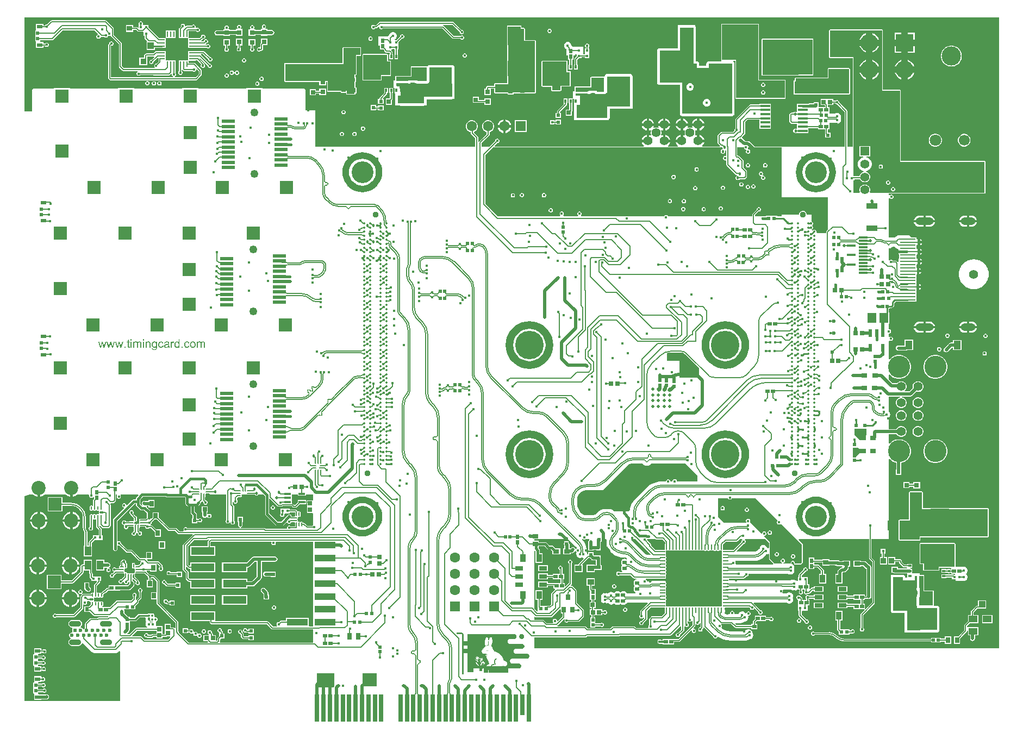
<source format=gbr>
G04*
G04 #@! TF.GenerationSoftware,Altium Limited,Altium Designer,23.7.1 (13)*
G04*
G04 Layer_Physical_Order=1*
G04 Layer_Color=255*
%FSLAX25Y25*%
%MOIN*%
G70*
G04*
G04 #@! TF.SameCoordinates,27D51526-8311-448D-B6E4-34D2AC34C314*
G04*
G04*
G04 #@! TF.FilePolarity,Positive*
G04*
G01*
G75*
%ADD13C,0.01500*%
%ADD14C,0.01000*%
%ADD17R,0.02559X0.02362*%
%ADD18R,0.04331X0.05315*%
%ADD19R,0.01000X0.03200*%
%ADD20R,0.03200X0.01000*%
%ADD21R,0.01772X0.01772*%
%ADD22R,0.04921X0.02559*%
%ADD23R,0.03347X0.04921*%
%ADD24R,0.01772X0.01772*%
%ADD25R,0.02123X0.01860*%
%ADD26R,0.04134X0.08661*%
%ADD27R,0.03937X0.04134*%
%ADD28R,0.02756X0.03543*%
%ADD29R,0.03740X0.02756*%
%ADD30R,0.02423X0.02254*%
%ADD31R,0.05512X0.05512*%
%ADD32R,0.05512X0.03937*%
%ADD33R,0.02362X0.02559*%
%ADD34R,0.03197X0.02985*%
%ADD35R,0.01860X0.02123*%
%ADD36R,0.02756X0.02559*%
%ADD37R,0.02362X0.02657*%
%ADD38R,0.02016X0.02288*%
%ADD39R,0.03937X0.03543*%
%ADD40R,0.02288X0.02016*%
%ADD41R,0.01772X0.02657*%
%ADD42R,0.02165X0.01968*%
%ADD43R,0.02756X0.03543*%
%ADD44R,0.01968X0.02165*%
G04:AMPARAMS|DCode=45|XSize=7.87mil|YSize=21.65mil|CornerRadius=1.97mil|HoleSize=0mil|Usage=FLASHONLY|Rotation=180.000|XOffset=0mil|YOffset=0mil|HoleType=Round|Shape=RoundedRectangle|*
%AMROUNDEDRECTD45*
21,1,0.00787,0.01772,0,0,180.0*
21,1,0.00394,0.02165,0,0,180.0*
1,1,0.00394,-0.00197,0.00886*
1,1,0.00394,0.00197,0.00886*
1,1,0.00394,0.00197,-0.00886*
1,1,0.00394,-0.00197,-0.00886*
%
%ADD45ROUNDEDRECTD45*%
G04:AMPARAMS|DCode=46|XSize=11.81mil|YSize=23.62mil|CornerRadius=1.95mil|HoleSize=0mil|Usage=FLASHONLY|Rotation=90.000|XOffset=0mil|YOffset=0mil|HoleType=Round|Shape=RoundedRectangle|*
%AMROUNDEDRECTD46*
21,1,0.01181,0.01972,0,0,90.0*
21,1,0.00791,0.02362,0,0,90.0*
1,1,0.00390,0.00986,0.00396*
1,1,0.00390,0.00986,-0.00396*
1,1,0.00390,-0.00986,-0.00396*
1,1,0.00390,-0.00986,0.00396*
%
%ADD46ROUNDEDRECTD46*%
%ADD47R,0.02165X0.02362*%
%ADD48R,0.02362X0.02165*%
%ADD49R,0.02362X0.04724*%
G04:AMPARAMS|DCode=50|XSize=7.87mil|YSize=23.62mil|CornerRadius=1.97mil|HoleSize=0mil|Usage=FLASHONLY|Rotation=90.000|XOffset=0mil|YOffset=0mil|HoleType=Round|Shape=RoundedRectangle|*
%AMROUNDEDRECTD50*
21,1,0.00787,0.01968,0,0,90.0*
21,1,0.00394,0.02362,0,0,90.0*
1,1,0.00394,0.00984,0.00197*
1,1,0.00394,0.00984,-0.00197*
1,1,0.00394,-0.00984,-0.00197*
1,1,0.00394,-0.00984,0.00197*
%
%ADD50ROUNDEDRECTD50*%
G04:AMPARAMS|DCode=51|XSize=7.87mil|YSize=23.62mil|CornerRadius=1.97mil|HoleSize=0mil|Usage=FLASHONLY|Rotation=180.000|XOffset=0mil|YOffset=0mil|HoleType=Round|Shape=RoundedRectangle|*
%AMROUNDEDRECTD51*
21,1,0.00787,0.01968,0,0,180.0*
21,1,0.00394,0.02362,0,0,180.0*
1,1,0.00394,-0.00197,0.00984*
1,1,0.00394,0.00197,0.00984*
1,1,0.00394,0.00197,-0.00984*
1,1,0.00394,-0.00197,-0.00984*
%
%ADD51ROUNDEDRECTD51*%
G04:AMPARAMS|DCode=52|XSize=7.87mil|YSize=27.56mil|CornerRadius=1.97mil|HoleSize=0mil|Usage=FLASHONLY|Rotation=180.000|XOffset=0mil|YOffset=0mil|HoleType=Round|Shape=RoundedRectangle|*
%AMROUNDEDRECTD52*
21,1,0.00787,0.02362,0,0,180.0*
21,1,0.00394,0.02756,0,0,180.0*
1,1,0.00394,-0.00197,0.01181*
1,1,0.00394,0.00197,0.01181*
1,1,0.00394,0.00197,-0.01181*
1,1,0.00394,-0.00197,-0.01181*
%
%ADD52ROUNDEDRECTD52*%
G04:AMPARAMS|DCode=53|XSize=7.87mil|YSize=27.56mil|CornerRadius=1.97mil|HoleSize=0mil|Usage=FLASHONLY|Rotation=270.000|XOffset=0mil|YOffset=0mil|HoleType=Round|Shape=RoundedRectangle|*
%AMROUNDEDRECTD53*
21,1,0.00787,0.02362,0,0,270.0*
21,1,0.00394,0.02756,0,0,270.0*
1,1,0.00394,-0.01181,-0.00197*
1,1,0.00394,-0.01181,0.00197*
1,1,0.00394,0.01181,0.00197*
1,1,0.00394,0.01181,-0.00197*
%
%ADD53ROUNDEDRECTD53*%
%ADD54R,0.09173X0.07835*%
%ADD55R,0.12992X0.04016*%
%ADD56R,0.02559X0.02559*%
%ADD57R,0.02559X0.02559*%
%ADD58R,0.02756X0.02953*%
%ADD59R,0.05906X0.07284*%
%ADD60R,0.01860X0.02029*%
%ADD61R,0.05315X0.04331*%
%ADD62C,0.01693*%
%ADD63R,0.03543X0.02362*%
%ADD64R,0.02165X0.02362*%
%ADD65R,0.07874X0.01968*%
%ADD66R,0.05100X0.03500*%
%ADD67R,0.08300X0.03500*%
%ADD68R,0.08300X0.07400*%
%ADD69R,0.02600X0.07400*%
%ADD70R,0.01400X0.07400*%
%ADD71R,0.02000X0.01300*%
%ADD72R,0.01300X0.02000*%
%ADD73R,0.04546X0.06717*%
%ADD74R,0.07835X0.09173*%
%ADD75R,0.07400X0.01400*%
%ADD76R,0.07400X0.02600*%
%ADD77R,0.07400X0.08300*%
%ADD78R,0.03500X0.08300*%
%ADD79R,0.03500X0.05100*%
%ADD80R,0.03150X0.03150*%
%ADD81R,0.02254X0.02237*%
%ADD82R,0.02204X0.02382*%
%ADD83C,0.01402*%
%ADD84R,0.05709X0.01181*%
%ADD85R,0.05906X0.01575*%
G04:AMPARAMS|DCode=86|XSize=7.87mil|YSize=27.56mil|CornerRadius=1.97mil|HoleSize=0mil|Usage=FLASHONLY|Rotation=180.000|XOffset=0mil|YOffset=0mil|HoleType=Round|Shape=RoundedRectangle|*
%AMROUNDEDRECTD86*
21,1,0.00787,0.02362,0,0,180.0*
21,1,0.00394,0.02756,0,0,180.0*
1,1,0.00394,-0.00197,0.01181*
1,1,0.00394,0.00197,0.01181*
1,1,0.00394,0.00197,-0.01181*
1,1,0.00394,-0.00197,-0.01181*
%
%ADD86ROUNDEDRECTD86*%
%ADD87R,0.05512X0.05512*%
%ADD88R,0.03937X0.05512*%
%ADD89C,0.01260*%
%ADD90R,0.09449X0.01102*%
%ADD91R,0.11811X0.07874*%
%ADD92R,0.03366X0.03568*%
%ADD93R,0.02631X0.02648*%
%ADD94R,0.07284X0.05906*%
%ADD95R,0.02911X0.02648*%
%ADD96R,0.02648X0.02816*%
%ADD97R,0.02835X0.03937*%
%ADD98R,0.06717X0.04546*%
%ADD99R,0.02648X0.02911*%
%ADD100R,0.07874X0.11811*%
%ADD101R,0.02756X0.02756*%
%ADD102R,0.09449X0.12992*%
%ADD103R,0.02362X0.01968*%
%ADD104R,0.02648X0.02631*%
%ADD105R,0.09800X0.03700*%
%ADD106R,0.23300X0.21700*%
%ADD107R,0.11024X0.09449*%
%ADD108R,0.02800X0.16500*%
%ADD109R,0.02800X0.12600*%
%ADD110R,0.04134X0.04331*%
%ADD111R,0.03543X0.03150*%
%ADD112R,0.03740X0.03740*%
%ADD113R,0.12795X0.12795*%
%ADD114R,0.01024X0.03543*%
%ADD115R,0.03543X0.01024*%
%ADD116R,0.05709X0.07480*%
%ADD117R,0.14488X0.05000*%
%ADD118R,0.05727X0.06127*%
%ADD119R,0.02029X0.01860*%
%ADD120R,0.06693X0.03189*%
%ADD121C,0.02362*%
%ADD122R,0.03937X0.01575*%
%ADD123R,0.02165X0.02165*%
%ADD124R,0.02816X0.02648*%
%ADD128R,0.15000X0.20000*%
%ADD190C,0.10827*%
%ADD191R,0.10827X0.10827*%
%ADD192C,0.11800*%
%ADD193R,0.05472X0.05472*%
%ADD194C,0.05472*%
%ADD195R,0.02362X0.02362*%
G04:AMPARAMS|DCode=196|XSize=35.43mil|YSize=74.8mil|CornerRadius=17.72mil|HoleSize=0mil|Usage=FLASHONLY|Rotation=270.000|XOffset=0mil|YOffset=0mil|HoleType=Round|Shape=RoundedRectangle|*
%AMROUNDEDRECTD196*
21,1,0.03543,0.03937,0,0,270.0*
21,1,0.00000,0.07480,0,0,270.0*
1,1,0.03543,-0.01968,0.00000*
1,1,0.03543,-0.01968,0.00000*
1,1,0.03543,0.01968,0.00000*
1,1,0.03543,0.01968,0.00000*
%
%ADD196ROUNDEDRECTD196*%
%ADD207C,0.07087*%
%ADD208C,0.06693*%
%ADD215C,0.00699*%
%ADD216C,0.00699*%
%ADD217C,0.00538*%
%ADD218C,0.00538*%
%ADD219C,0.00538*%
%ADD220C,0.00538*%
%ADD221C,0.00538*%
%ADD222C,0.00452*%
%ADD223C,0.00538*%
%ADD224C,0.02000*%
%ADD225C,0.00727*%
%ADD226C,0.00500*%
G04:AMPARAMS|DCode=227|XSize=15.75mil|YSize=11.81mil|CornerRadius=3.96mil|HoleSize=0mil|Usage=FLASHONLY|Rotation=90.000|XOffset=0mil|YOffset=0mil|HoleType=Round|Shape=RoundedRectangle|*
%AMROUNDEDRECTD227*
21,1,0.01575,0.00390,0,0,90.0*
21,1,0.00784,0.01181,0,0,90.0*
1,1,0.00791,0.00195,0.00392*
1,1,0.00791,0.00195,-0.00392*
1,1,0.00791,-0.00195,-0.00392*
1,1,0.00791,-0.00195,0.00392*
%
%ADD227ROUNDEDRECTD227*%
G04:AMPARAMS|DCode=228|XSize=17.72mil|YSize=11.81mil|CornerRadius=3.96mil|HoleSize=0mil|Usage=FLASHONLY|Rotation=90.000|XOffset=0mil|YOffset=0mil|HoleType=Round|Shape=RoundedRectangle|*
%AMROUNDEDRECTD228*
21,1,0.01772,0.00390,0,0,90.0*
21,1,0.00980,0.01181,0,0,90.0*
1,1,0.00791,0.00195,0.00490*
1,1,0.00791,0.00195,-0.00490*
1,1,0.00791,-0.00195,-0.00490*
1,1,0.00791,-0.00195,0.00490*
%
%ADD228ROUNDEDRECTD228*%
%ADD229C,0.01200*%
%ADD230C,0.01800*%
%ADD231C,0.00520*%
%ADD232C,0.00800*%
%ADD233C,0.01700*%
%ADD234C,0.00404*%
%ADD235C,0.00450*%
%ADD236C,0.00727*%
%ADD237C,0.06299*%
%ADD238R,0.06299X0.06299*%
%ADD239R,0.07874X0.07874*%
%ADD240C,0.13386*%
%ADD241C,0.04921*%
%ADD242C,0.17500*%
%ADD243C,0.03740*%
%ADD244C,0.05512*%
%ADD245O,0.11024X0.04724*%
%ADD246O,0.09055X0.04724*%
%ADD247C,0.13583*%
%ADD248C,0.05591*%
%ADD249R,0.06299X0.06299*%
%ADD250C,0.25000*%
%ADD251C,0.05500*%
%ADD252C,0.08661*%
%ADD253R,0.07874X0.07874*%
%ADD254C,0.01600*%
%ADD255C,0.01800*%
%ADD256C,0.01968*%
%ADD257C,0.02000*%
G36*
X435972Y-88126D02*
X464523D01*
Y-107861D01*
X463588Y-108796D01*
X463397Y-109082D01*
X463330Y-109418D01*
Y-110006D01*
X457605D01*
X457255Y-109545D01*
Y-109067D01*
X457073Y-108625D01*
X456735Y-108288D01*
X456293Y-108105D01*
X455816D01*
X455374Y-108288D01*
X455037Y-108625D01*
X454957Y-108626D01*
X454471Y-108152D01*
Y-107919D01*
X454712Y-107819D01*
X455078Y-107453D01*
X455276Y-106975D01*
Y-106458D01*
X455078Y-105981D01*
X454935Y-105838D01*
X454766Y-105511D01*
X454935Y-105185D01*
X455078Y-105042D01*
X455276Y-104564D01*
Y-104047D01*
X455078Y-103569D01*
X454712Y-103204D01*
X454471Y-103104D01*
Y-98784D01*
X451535D01*
Y-98313D01*
X451174Y-97442D01*
X450507Y-96775D01*
X449636Y-96414D01*
X448693D01*
X447822Y-96775D01*
X447156Y-97442D01*
X446795Y-98313D01*
Y-98784D01*
X436173D01*
Y-99673D01*
X433263D01*
Y-99578D01*
X426466D01*
Y-99673D01*
X419654D01*
X419588Y-99173D01*
X421878Y-96883D01*
X422355D01*
X422833Y-96685D01*
X423198Y-96319D01*
X423396Y-95841D01*
Y-95324D01*
X423198Y-94846D01*
X422833Y-94481D01*
X422355Y-94283D01*
X421838D01*
X421360Y-94481D01*
X420994Y-94846D01*
X420796Y-95324D01*
Y-95801D01*
X418235Y-98362D01*
X418070Y-98610D01*
X418011Y-98903D01*
Y-99673D01*
X366314D01*
X366306Y-99652D01*
X365940Y-99287D01*
X365462Y-99089D01*
X364945D01*
X364467Y-99287D01*
X364102Y-99652D01*
X364093Y-99673D01*
X313136D01*
X312966Y-99173D01*
X313211Y-98927D01*
X313409Y-98449D01*
Y-97932D01*
X313211Y-97455D01*
X312845Y-97089D01*
X312368Y-96891D01*
X311850D01*
X311373Y-97089D01*
X311007Y-97455D01*
X310809Y-97932D01*
Y-98449D01*
X311007Y-98927D01*
X311252Y-99173D01*
X311082Y-99673D01*
X302321D01*
X302114Y-99173D01*
X302332Y-98955D01*
X302530Y-98477D01*
Y-97960D01*
X302332Y-97482D01*
X301967Y-97116D01*
X301489Y-96918D01*
X300972D01*
X300494Y-97116D01*
X300128Y-97482D01*
X299930Y-97960D01*
Y-98477D01*
X300128Y-98955D01*
X300346Y-99173D01*
X300139Y-99673D01*
X261808D01*
X254402Y-92267D01*
Y-62087D01*
X258937Y-57553D01*
X399810D01*
Y-57831D01*
X399943Y-58153D01*
X399737Y-58605D01*
X399659Y-58676D01*
X399201Y-58866D01*
X398807Y-59260D01*
X398594Y-59774D01*
Y-60331D01*
X398807Y-60846D01*
X399201Y-61240D01*
X399716Y-61453D01*
X400273D01*
X400787Y-61240D01*
X401181Y-60846D01*
X401394Y-60331D01*
Y-59774D01*
X401337Y-59637D01*
X401572Y-59111D01*
X401780Y-59037D01*
X402225Y-59340D01*
Y-62450D01*
X401725Y-62784D01*
X401657Y-62756D01*
X401139D01*
X400662Y-62954D01*
X400296Y-63319D01*
X400098Y-63797D01*
Y-64315D01*
X400296Y-64792D01*
X400662Y-65158D01*
X401139Y-65356D01*
X401657D01*
X401725Y-65328D01*
X402225Y-65662D01*
Y-68227D01*
X402292Y-68564D01*
X402483Y-68849D01*
X407816Y-74183D01*
X408102Y-74374D01*
X408439Y-74441D01*
X408537D01*
X408636Y-74941D01*
X408421Y-75030D01*
X408027Y-75424D01*
X407814Y-75938D01*
Y-76495D01*
X408027Y-77010D01*
X408421Y-77404D01*
X408935Y-77617D01*
X409492D01*
X410007Y-77404D01*
X410313Y-77097D01*
X413091D01*
X413427Y-77030D01*
X413713Y-76839D01*
X414605Y-75947D01*
X414796Y-75661D01*
X414863Y-75325D01*
Y-72445D01*
X414863Y-72445D01*
X414796Y-72109D01*
X414605Y-71823D01*
X412722Y-69940D01*
Y-65929D01*
X412655Y-65592D01*
X412465Y-65306D01*
X409995Y-62836D01*
X409709Y-62646D01*
X409372Y-62579D01*
X408862D01*
X408806Y-62523D01*
Y-57553D01*
X412910D01*
Y-57811D01*
X413107Y-58289D01*
X413473Y-58655D01*
X413951Y-58853D01*
X414190D01*
X414434Y-59316D01*
X414236Y-59794D01*
Y-60311D01*
X414434Y-60789D01*
X414799Y-61155D01*
X415277Y-61353D01*
X415794D01*
X416272Y-61155D01*
X416638Y-60789D01*
X416836Y-60311D01*
Y-59794D01*
X416638Y-59316D01*
X416272Y-58951D01*
X415794Y-58753D01*
X415555D01*
X415312Y-58289D01*
X415510Y-57811D01*
Y-57553D01*
X435972D01*
Y-88126D01*
D02*
G37*
G36*
X497623Y-22833D02*
X508661D01*
Y-66406D01*
X560545D01*
Y-85315D01*
X490339D01*
X490089Y-84882D01*
X490128Y-84815D01*
X490348Y-83992D01*
Y-83139D01*
X490128Y-82316D01*
X489702Y-81578D01*
X489099Y-80976D01*
X488361Y-80550D01*
X487538Y-80329D01*
X486686D01*
X485863Y-80550D01*
X485125Y-80976D01*
X484522Y-81578D01*
X484096Y-82316D01*
X483876Y-83139D01*
Y-83992D01*
X484096Y-84815D01*
X484135Y-84882D01*
X483885Y-85315D01*
X480221D01*
Y-77898D01*
X480622D01*
Y-76982D01*
X484120D01*
X484522Y-77679D01*
X485125Y-78281D01*
X485863Y-78707D01*
X486686Y-78928D01*
X487538D01*
X488361Y-78707D01*
X489099Y-78281D01*
X489702Y-77679D01*
X490128Y-76941D01*
X490348Y-76118D01*
Y-75266D01*
X490128Y-74442D01*
X489702Y-73704D01*
X489099Y-73102D01*
X488361Y-72676D01*
X487820Y-72531D01*
Y-72013D01*
X488747Y-71765D01*
X489713Y-71207D01*
X490502Y-70419D01*
X491059Y-69453D01*
X491348Y-68375D01*
Y-67260D01*
X491059Y-66182D01*
X490502Y-65216D01*
X489713Y-64428D01*
X488747Y-63870D01*
X488037Y-63680D01*
X488103Y-63180D01*
X490348D01*
Y-56707D01*
X483876D01*
Y-63180D01*
X486121D01*
X486187Y-63680D01*
X485477Y-63870D01*
X484511Y-64428D01*
X483722Y-65216D01*
X483165Y-66182D01*
X482876Y-67260D01*
Y-68375D01*
X483165Y-69453D01*
X483722Y-70419D01*
X484511Y-71207D01*
X485477Y-71765D01*
X486404Y-72013D01*
Y-72531D01*
X485863Y-72676D01*
X485125Y-73102D01*
X484522Y-73704D01*
X484096Y-74442D01*
X483888Y-75221D01*
X480622D01*
Y-75126D01*
X480221D01*
Y-25689D01*
Y-2238D01*
X465730D01*
Y14173D01*
X497623D01*
Y-22833D01*
D02*
G37*
G36*
X459030Y-60663D02*
X460899Y-61111D01*
X462675Y-61847D01*
X463221Y-62182D01*
X464313Y-62851D01*
X465775Y-64099D01*
X467023Y-65561D01*
X468027Y-67200D01*
X468763Y-68975D01*
X469212Y-70844D01*
X469362Y-72760D01*
X469212Y-74677D01*
X468763Y-76546D01*
X468027Y-78321D01*
X467023Y-79960D01*
X465775Y-81422D01*
X464313Y-82670D01*
X463221Y-83339D01*
X462675Y-83674D01*
X460899Y-84410D01*
X459030Y-84858D01*
X457114Y-85009D01*
X455197Y-84858D01*
X453329Y-84410D01*
X451553Y-83674D01*
X449914Y-82670D01*
X448453Y-81422D01*
X447204Y-79960D01*
X446200Y-78321D01*
X445464Y-76546D01*
X445016Y-74677D01*
X444865Y-72760D01*
X445016Y-70844D01*
X445464Y-68975D01*
X446200Y-67200D01*
X447204Y-65561D01*
X448453Y-64099D01*
X449914Y-62851D01*
X451553Y-61847D01*
X453329Y-61111D01*
X455197Y-60663D01*
X457114Y-60512D01*
X459030Y-60663D01*
D02*
G37*
G36*
X180880D02*
X182749Y-61111D01*
X184525Y-61847D01*
X185072Y-62182D01*
X186164Y-62851D01*
X187625Y-64099D01*
X188874Y-65561D01*
X189878Y-67200D01*
X190613Y-68975D01*
X191062Y-70844D01*
X191213Y-72760D01*
X191062Y-74677D01*
X190613Y-76546D01*
X189878Y-78321D01*
X188874Y-79960D01*
X187625Y-81422D01*
X186164Y-82670D01*
X185072Y-83339D01*
X184525Y-83674D01*
X182749Y-84410D01*
X180880Y-84858D01*
X178964Y-85009D01*
X177048Y-84858D01*
X175179Y-84410D01*
X173403Y-83674D01*
X171764Y-82670D01*
X170303Y-81422D01*
X169055Y-79960D01*
X168050Y-78321D01*
X167315Y-76546D01*
X166866Y-74677D01*
X166715Y-72760D01*
X166866Y-70844D01*
X167315Y-68975D01*
X168050Y-67200D01*
X169055Y-65561D01*
X170303Y-64099D01*
X171764Y-62851D01*
X173403Y-61847D01*
X175179Y-61111D01*
X177048Y-60663D01*
X178964Y-60512D01*
X180880Y-60663D01*
D02*
G37*
G36*
X569278Y22170D02*
Y-364788D01*
X284663D01*
X284370Y-364547D01*
Y-358182D01*
X315619D01*
X315955Y-358115D01*
X316241Y-357925D01*
X316675Y-357491D01*
X335976D01*
X336313Y-357424D01*
X336599Y-357233D01*
X336837Y-356995D01*
X367900D01*
X368237Y-356928D01*
X368523Y-356737D01*
X374015Y-351245D01*
X374159Y-351259D01*
X374515Y-351413D01*
Y-353319D01*
X372523Y-355311D01*
X372210D01*
X371732Y-355508D01*
X371367Y-355874D01*
X371169Y-356352D01*
Y-356869D01*
X371367Y-357347D01*
X371732Y-357713D01*
X372210Y-357910D01*
X372727D01*
X373205Y-357713D01*
X373571Y-357347D01*
X373769Y-356869D01*
Y-356556D01*
X376018Y-354306D01*
X376209Y-354021D01*
X376276Y-353684D01*
Y-351326D01*
X376702Y-351211D01*
X376776Y-351208D01*
X377128Y-351560D01*
X377606Y-351758D01*
X378123D01*
X378601Y-351560D01*
X378967Y-351194D01*
X379165Y-350716D01*
Y-350199D01*
X378967Y-349722D01*
X378601Y-349356D01*
X378245Y-349208D01*
Y-348306D01*
X378287Y-348280D01*
X378745Y-348153D01*
X379013Y-348421D01*
X379490Y-348619D01*
X380008D01*
X380485Y-348421D01*
X380851Y-348055D01*
X380907Y-347921D01*
X381406Y-348021D01*
Y-350337D01*
X372570Y-359174D01*
X369077D01*
X369077Y-359174D01*
X368992Y-359191D01*
X363134D01*
Y-359750D01*
X362119D01*
X361969Y-359600D01*
X361491Y-359402D01*
X360974D01*
X360496Y-359600D01*
X360130Y-359966D01*
X359932Y-360444D01*
Y-360961D01*
X360130Y-361439D01*
X360496Y-361805D01*
X360974Y-362002D01*
X361491D01*
X361513Y-361993D01*
X363134D01*
Y-362553D01*
X370039D01*
Y-360935D01*
X372935D01*
X373272Y-360868D01*
X373557Y-360677D01*
X380475Y-353759D01*
X380950Y-353992D01*
Y-354338D01*
X381148Y-354816D01*
X381513Y-355181D01*
X381991Y-355379D01*
X382508D01*
X382986Y-355181D01*
X383352Y-354816D01*
X383550Y-354338D01*
Y-353821D01*
X383352Y-353343D01*
X382986Y-352977D01*
X382508Y-352779D01*
X382162D01*
X381929Y-352305D01*
X382909Y-351325D01*
X382909Y-351325D01*
X383100Y-351039D01*
X383167Y-350702D01*
Y-350266D01*
X383667Y-350059D01*
X383831Y-350222D01*
X384309Y-350420D01*
X384826D01*
X385304Y-350222D01*
X385669Y-349856D01*
X385829Y-349471D01*
X386329Y-349570D01*
Y-351888D01*
X386276Y-351941D01*
X385963D01*
X385485Y-352139D01*
X385119Y-352505D01*
X384921Y-352983D01*
Y-353500D01*
X385119Y-353978D01*
X385485Y-354343D01*
X385963Y-354541D01*
X386480D01*
X386958Y-354343D01*
X387323Y-353978D01*
X387521Y-353500D01*
Y-353186D01*
X387832Y-352875D01*
X388023Y-352590D01*
X388090Y-352253D01*
Y-352172D01*
X388446Y-352017D01*
X388590Y-352003D01*
X394086Y-357499D01*
Y-357648D01*
X394283Y-358126D01*
X394649Y-358492D01*
X395127Y-358690D01*
X395644D01*
X396122Y-358492D01*
X396488Y-358126D01*
X396544Y-357990D01*
X397147Y-357774D01*
X398424Y-358556D01*
X400359Y-359358D01*
X402396Y-359847D01*
X403640Y-359945D01*
X403864Y-360000D01*
X403940Y-360003D01*
X403949Y-360002D01*
X403958Y-360004D01*
X404181Y-360013D01*
X404225Y-360006D01*
X404269Y-360014D01*
X414398D01*
X414618Y-359971D01*
X414842Y-359971D01*
X414989Y-359943D01*
X415028Y-359927D01*
X415070Y-359926D01*
X415119Y-359914D01*
X415468Y-359756D01*
X415826Y-359619D01*
X416624Y-359117D01*
X417242Y-358994D01*
X417992Y-358493D01*
X418494Y-357742D01*
X418670Y-356857D01*
X418494Y-355972D01*
X417992Y-355221D01*
X417975Y-355204D01*
X417972Y-354821D01*
X417621Y-353990D01*
X416978Y-353356D01*
X416142Y-353016D01*
X415239Y-353022D01*
X414408Y-353374D01*
X412968Y-354350D01*
X404484D01*
X404378Y-354371D01*
X402978Y-354233D01*
X401531Y-353794D01*
X400196Y-353081D01*
X399377Y-352408D01*
X399106Y-351972D01*
X399304Y-351494D01*
Y-350976D01*
X399106Y-350499D01*
X399006Y-350399D01*
X399214Y-349899D01*
X405092D01*
X407290Y-352097D01*
X407290Y-352097D01*
X407576Y-352288D01*
X407913Y-352355D01*
X417547D01*
Y-353156D01*
X421106D01*
Y-349793D01*
X420207D01*
Y-348938D01*
X420872Y-348273D01*
X426532D01*
Y-347473D01*
X428551D01*
X428624Y-347649D01*
X428990Y-348015D01*
X429468Y-348213D01*
X429985D01*
X430463Y-348015D01*
X430828Y-347649D01*
X431026Y-347171D01*
Y-346654D01*
X430828Y-346177D01*
X430463Y-345811D01*
X429985Y-345613D01*
X429468D01*
X429228Y-345712D01*
X426532D01*
Y-344911D01*
X419627D01*
Y-347028D01*
X418704Y-347951D01*
X418513Y-348236D01*
X418446Y-348573D01*
Y-349793D01*
X417547D01*
Y-350594D01*
X408277D01*
X407539Y-349855D01*
X407730Y-349393D01*
X410557D01*
X410655Y-349374D01*
X411702Y-349236D01*
X412770Y-348794D01*
X413332Y-348362D01*
X413620Y-348324D01*
X414341Y-348026D01*
X414959Y-347551D01*
X414973Y-347564D01*
X415474Y-346814D01*
X415650Y-345928D01*
X415512Y-345233D01*
X415779Y-344803D01*
X415869Y-344733D01*
X415956D01*
X416434Y-344535D01*
X416800Y-344169D01*
X416998Y-343692D01*
Y-343175D01*
X416800Y-342697D01*
X416434Y-342331D01*
X415956Y-342133D01*
X415439D01*
X414961Y-342331D01*
X414596Y-342697D01*
X414398Y-343175D01*
Y-343269D01*
X413898Y-343421D01*
X413488Y-342808D01*
X412737Y-342306D01*
X411852Y-342130D01*
X410967Y-342306D01*
X410216Y-342808D01*
X410230Y-342821D01*
X409755Y-343440D01*
X409635Y-343729D01*
X407129D01*
X406973Y-343494D01*
Y-342977D01*
X406775Y-342499D01*
X406409Y-342134D01*
X405931Y-341936D01*
X405414D01*
X404936Y-342134D01*
X404571Y-342499D01*
X404373Y-342977D01*
Y-343494D01*
X404216Y-343729D01*
X401562D01*
X401526Y-343736D01*
X401441Y-343719D01*
X401115Y-343201D01*
X401214Y-342963D01*
X401284Y-342430D01*
X401337Y-342163D01*
Y-341392D01*
X401161Y-340507D01*
X401002Y-340269D01*
X401238Y-339828D01*
X403687D01*
Y-339709D01*
X416190D01*
X416621Y-340140D01*
Y-340218D01*
X416819Y-340696D01*
X417185Y-341061D01*
X417663Y-341259D01*
X418180D01*
X418658Y-341061D01*
X419024Y-340696D01*
X419055Y-340620D01*
X419645Y-340503D01*
X421813Y-342671D01*
Y-342985D01*
X422011Y-343462D01*
X422377Y-343828D01*
X422855Y-344026D01*
X423372D01*
X423849Y-343828D01*
X424215Y-343462D01*
X424413Y-342985D01*
Y-342467D01*
X424215Y-341989D01*
X423849Y-341624D01*
X423372Y-341426D01*
X423058D01*
X418832Y-337200D01*
X419024Y-336738D01*
X430630D01*
X430630Y-336738D01*
X439012D01*
X439641Y-337159D01*
X440526Y-337335D01*
X440776D01*
X441661Y-337159D01*
X442412Y-336657D01*
X442913Y-335907D01*
X443089Y-335021D01*
X442913Y-334136D01*
X442803Y-333971D01*
X442913Y-333807D01*
X443089Y-332921D01*
X442913Y-332036D01*
X442412Y-331286D01*
X441661Y-330784D01*
X440776Y-330608D01*
X440488D01*
X439603Y-330784D01*
X439170Y-331074D01*
X436758D01*
X436551Y-330574D01*
X436693Y-330432D01*
X436891Y-329954D01*
Y-329437D01*
X436872Y-329392D01*
X436893Y-329346D01*
X437234Y-328960D01*
X442158D01*
X442403Y-329148D01*
X443102Y-329437D01*
X443852Y-329536D01*
Y-329556D01*
X444737Y-329379D01*
X445488Y-328878D01*
X445529Y-328816D01*
X446029Y-328855D01*
X446029Y-328855D01*
X446029Y-328855D01*
X447011D01*
Y-329494D01*
X446790Y-329716D01*
X446592Y-330194D01*
Y-330711D01*
X446790Y-331189D01*
X447155Y-331555D01*
X447633Y-331752D01*
X448150D01*
X448628Y-331555D01*
X448994Y-331189D01*
X449192Y-330711D01*
Y-330194D01*
X448994Y-329716D01*
X448772Y-329494D01*
Y-328855D01*
X450207D01*
Y-329494D01*
X449986Y-329716D01*
X449788Y-330194D01*
Y-330711D01*
X449986Y-331189D01*
X450351Y-331555D01*
X450829Y-331752D01*
X451346D01*
X451824Y-331555D01*
X452046Y-331333D01*
X452687D01*
X453024Y-331266D01*
X453309Y-331075D01*
X455051Y-329334D01*
X455771D01*
Y-330233D01*
X461692D01*
Y-326674D01*
X455771D01*
Y-327573D01*
X454686D01*
X454349Y-327640D01*
X454064Y-327831D01*
X453435Y-328460D01*
X452935Y-328252D01*
Y-325493D01*
X452036D01*
Y-323145D01*
X452036Y-323145D01*
X451972Y-322828D01*
Y-321191D01*
X449323D01*
X449201Y-321191D01*
X448817D01*
X448317Y-320909D01*
Y-320023D01*
X450587Y-317754D01*
X450900D01*
X451378Y-317556D01*
X451743Y-317191D01*
X451941Y-316713D01*
Y-316196D01*
X451743Y-315718D01*
X451378Y-315352D01*
X450900Y-315154D01*
X450383D01*
X449905Y-315352D01*
X449539Y-315718D01*
X449341Y-316196D01*
Y-316509D01*
X446814Y-319036D01*
X446624Y-319322D01*
X446557Y-319659D01*
Y-321191D01*
X446051D01*
Y-323320D01*
X445551Y-323472D01*
X445488Y-323377D01*
X444737Y-322876D01*
X443852Y-322700D01*
Y-322708D01*
X442366Y-322854D01*
X440937Y-323287D01*
X440922Y-323295D01*
X437882D01*
X437400Y-323200D01*
X429443D01*
X429433Y-323202D01*
X404012D01*
X403687Y-322985D01*
Y-321988D01*
X412862D01*
X413199Y-321921D01*
X413484Y-321730D01*
X414447Y-320768D01*
X414760D01*
X415238Y-320570D01*
X415604Y-320204D01*
X415802Y-319726D01*
Y-319209D01*
X415930Y-319017D01*
X439870D01*
X440402Y-319372D01*
X441287Y-319548D01*
X441574D01*
X442460Y-319372D01*
X443210Y-318871D01*
X443712Y-318120D01*
X443888Y-317235D01*
X443712Y-316350D01*
X443602Y-316185D01*
X443712Y-316020D01*
X443888Y-315135D01*
X443712Y-314250D01*
X443210Y-313499D01*
X442460Y-312998D01*
X442116Y-312750D01*
X442117Y-312352D01*
X442116Y-312351D01*
X442117Y-312350D01*
Y-312339D01*
X442232Y-312060D01*
X442446Y-311846D01*
X442725Y-311731D01*
X443026D01*
X443305Y-311846D01*
X443519Y-312060D01*
X443634Y-312339D01*
Y-312748D01*
X443695Y-312894D01*
X443725Y-313049D01*
X443817Y-313185D01*
X443863Y-313216D01*
X443884Y-313267D01*
X444030Y-313328D01*
X444161Y-313416D01*
X444215Y-313405D01*
X444267Y-313426D01*
X447786D01*
X447786Y-313426D01*
X448169Y-313267D01*
X448169Y-313267D01*
X448910Y-312526D01*
X449069Y-312143D01*
X449069Y-312143D01*
Y-301130D01*
X448910Y-300747D01*
X448910Y-300747D01*
X446390Y-298226D01*
X446581Y-297764D01*
X489623D01*
Y-309530D01*
X489681Y-309823D01*
X489847Y-310071D01*
X491664Y-311888D01*
Y-336527D01*
X487546Y-340646D01*
X487046Y-340439D01*
X487046Y-340420D01*
X487046Y-340420D01*
X487046Y-340387D01*
Y-337394D01*
X486147D01*
Y-335303D01*
X487106D01*
Y-334503D01*
X488999D01*
X489002Y-334502D01*
X489541Y-334609D01*
X490127Y-334493D01*
X490623Y-334161D01*
X490954Y-333665D01*
X491071Y-333080D01*
Y-315654D01*
X491049Y-315546D01*
X490975Y-314985D01*
X490717Y-314362D01*
X490307Y-313827D01*
X489771Y-313416D01*
X489250Y-313200D01*
X487918Y-311868D01*
X487422Y-311536D01*
X486837Y-311420D01*
X484730D01*
Y-311071D01*
X479990D01*
Y-314827D01*
X484730D01*
Y-314479D01*
X486203D01*
X487398Y-315673D01*
X487894Y-316005D01*
X488012Y-316028D01*
Y-332742D01*
X487106D01*
Y-331941D01*
X480200D01*
Y-332573D01*
X476456D01*
Y-331674D01*
X470535D01*
Y-335233D01*
X476456D01*
Y-334334D01*
X480200D01*
Y-335303D01*
X484386D01*
Y-337394D01*
X480140D01*
Y-337573D01*
X476456D01*
Y-336674D01*
X470535D01*
Y-340233D01*
X476456D01*
Y-339334D01*
X480140D01*
Y-340756D01*
X486677Y-340756D01*
X486710D01*
D01*
X486729Y-340756D01*
X486755Y-340818D01*
X486936Y-341256D01*
X484726Y-343466D01*
X484560Y-343714D01*
X484502Y-344007D01*
Y-352283D01*
X484224Y-352561D01*
X484026Y-353039D01*
Y-353556D01*
X484224Y-354034D01*
X484590Y-354399D01*
X485068Y-354597D01*
X485585D01*
X486062Y-354399D01*
X486428Y-354034D01*
X486626Y-353556D01*
Y-353039D01*
X486428Y-352561D01*
X486062Y-352195D01*
X486031Y-352182D01*
Y-344323D01*
X492970Y-337385D01*
X493135Y-337137D01*
X493194Y-336844D01*
X493194Y-336844D01*
Y-311571D01*
X493194Y-311571D01*
X493135Y-311279D01*
X492970Y-311031D01*
X491152Y-309213D01*
Y-297764D01*
X501859D01*
Y-248769D01*
X502359Y-248661D01*
X503298Y-249601D01*
X504492Y-250398D01*
X505819Y-250948D01*
X506262Y-251036D01*
Y-255204D01*
X505926D01*
Y-258458D01*
X509348D01*
Y-255204D01*
X509321D01*
Y-251098D01*
X510073Y-250948D01*
X511400Y-250398D01*
X512594Y-249601D01*
X513610Y-248585D01*
X514408Y-247391D01*
X514957Y-246064D01*
X515237Y-244655D01*
Y-243219D01*
X514957Y-241810D01*
X514408Y-240483D01*
X513610Y-239289D01*
X512594Y-238274D01*
X511400Y-237475D01*
X510073Y-236926D01*
X508664Y-236646D01*
X507228D01*
X505819Y-236926D01*
X504492Y-237475D01*
X503298Y-238274D01*
X502359Y-239213D01*
X501859Y-239105D01*
Y-233380D01*
X506402D01*
X506687Y-233874D01*
X507301Y-234487D01*
X508052Y-234921D01*
X508890Y-235146D01*
X509758D01*
X510596Y-234921D01*
X511347Y-234487D01*
X511961Y-233874D01*
X512395Y-233122D01*
X512619Y-232284D01*
Y-231417D01*
X512395Y-230578D01*
X511961Y-229827D01*
X511347Y-229214D01*
X510596Y-228780D01*
X509758Y-228555D01*
X508890D01*
X508052Y-228780D01*
X507301Y-229214D01*
X506687Y-229827D01*
X506402Y-230321D01*
X501859D01*
Y-223557D01*
X501914Y-223080D01*
X502415Y-222329D01*
X502592Y-221444D01*
X502415Y-220559D01*
X501914Y-219808D01*
X501859Y-219772D01*
Y-210340D01*
X508888D01*
X508890Y-210839D01*
X508052Y-211063D01*
X507301Y-211497D01*
X506687Y-212110D01*
X506253Y-212862D01*
X506029Y-213700D01*
Y-214568D01*
X506253Y-215406D01*
X506687Y-216157D01*
X507301Y-216771D01*
X508052Y-217205D01*
X508890Y-217429D01*
X509758D01*
X510596Y-217205D01*
X511347Y-216771D01*
X511961Y-216157D01*
X512395Y-215406D01*
X512619Y-214568D01*
Y-213700D01*
X512395Y-212862D01*
X511961Y-212110D01*
X511347Y-211497D01*
X510596Y-211063D01*
X509758Y-210839D01*
X509760Y-210340D01*
X515120D01*
X515705Y-210223D01*
X516202Y-209892D01*
X518654Y-207439D01*
X519205Y-207587D01*
X520073D01*
X520911Y-207362D01*
X521662Y-206928D01*
X522276Y-206315D01*
X522710Y-205563D01*
X522934Y-204725D01*
Y-203857D01*
X522710Y-203019D01*
X522276Y-202268D01*
X521662Y-201655D01*
X520911Y-201221D01*
X520073Y-200996D01*
X519205D01*
X518367Y-201221D01*
X517616Y-201655D01*
X517002Y-202268D01*
X516568Y-203019D01*
X516344Y-203857D01*
Y-204725D01*
X516491Y-205276D01*
X514487Y-207281D01*
X511702D01*
X511495Y-206781D01*
X511961Y-206315D01*
X512395Y-205563D01*
X512619Y-204725D01*
Y-203857D01*
X512395Y-203019D01*
X511961Y-202268D01*
X511347Y-201655D01*
X510596Y-201221D01*
X509758Y-200996D01*
X508890D01*
X508052Y-201221D01*
X507301Y-201655D01*
X506687Y-202268D01*
X506675Y-202288D01*
X504162D01*
X501859Y-199985D01*
Y-197037D01*
X502359Y-196929D01*
X503298Y-197868D01*
X504492Y-198666D01*
X505819Y-199216D01*
X507228Y-199496D01*
X508664D01*
X510073Y-199216D01*
X511400Y-198666D01*
X512594Y-197868D01*
X513610Y-196853D01*
X514408Y-195659D01*
X514957Y-194332D01*
X515237Y-192923D01*
Y-191487D01*
X514957Y-190078D01*
X514408Y-188751D01*
X513610Y-187557D01*
X512594Y-186541D01*
X511400Y-185743D01*
X510073Y-185194D01*
X508664Y-184913D01*
X507228D01*
X505819Y-185194D01*
X504492Y-185743D01*
X503298Y-186541D01*
X502359Y-187480D01*
X501859Y-187372D01*
Y-176376D01*
X502002Y-176260D01*
X502359Y-176105D01*
X502727Y-176258D01*
X503244D01*
X503722Y-176060D01*
X504088Y-175694D01*
X504286Y-175216D01*
Y-174699D01*
X504088Y-174221D01*
X503722Y-173855D01*
X503244Y-173658D01*
X502727D01*
X502359Y-173810D01*
X502002Y-173655D01*
X501859Y-173539D01*
Y-171677D01*
X502118D01*
X502595Y-171479D01*
X502961Y-171113D01*
X503159Y-170635D01*
Y-170118D01*
X502961Y-169640D01*
X502595Y-169275D01*
X502118Y-169077D01*
X501859D01*
Y-165865D01*
X502046D01*
Y-158738D01*
X501859D01*
Y-156437D01*
X502355D01*
Y-156026D01*
X503417D01*
X503807Y-155948D01*
X504138Y-155728D01*
X504724Y-155142D01*
X504945Y-154811D01*
X505022Y-154421D01*
Y-153043D01*
X505942Y-152123D01*
X508201D01*
Y-152155D01*
X518650D01*
Y-150187D01*
Y-145275D01*
X518900Y-145108D01*
Y-143074D01*
Y-141041D01*
X518650Y-140874D01*
Y-135540D01*
X519016Y-135295D01*
Y-133387D01*
Y-131480D01*
X518650Y-131235D01*
Y-129427D01*
X518935Y-129271D01*
X519150Y-129195D01*
X519490Y-129336D01*
Y-127482D01*
Y-125628D01*
X519150Y-125769D01*
X518935Y-125692D01*
X518650Y-125537D01*
Y-123521D01*
X518935Y-123366D01*
X519150Y-123289D01*
X519490Y-123430D01*
Y-121576D01*
Y-119722D01*
X519150Y-119863D01*
X518935Y-119787D01*
X518650Y-119631D01*
Y-117616D01*
X518935Y-117460D01*
X519150Y-117384D01*
X519490Y-117525D01*
Y-115671D01*
Y-113817D01*
X519150Y-113958D01*
X518935Y-113881D01*
X518650Y-113726D01*
Y-112651D01*
X515452D01*
X515061Y-112066D01*
X514311Y-111565D01*
X513425Y-111389D01*
X508701D01*
X508634Y-111402D01*
X507493Y-111552D01*
X506367Y-112019D01*
X505400Y-112760D01*
X505340Y-112838D01*
X501859D01*
Y-88829D01*
X502359Y-88654D01*
X502601Y-88895D01*
X503079Y-89093D01*
X503596D01*
X504073Y-88895D01*
X504439Y-88530D01*
X504637Y-88052D01*
Y-87535D01*
X504439Y-87057D01*
X504073Y-86691D01*
X503596Y-86493D01*
X503079D01*
X502601Y-86691D01*
X502359Y-86933D01*
X501859Y-86757D01*
Y-85856D01*
X560545D01*
X560928Y-85698D01*
X561087Y-85315D01*
Y-66406D01*
X560928Y-66023D01*
X560545Y-65864D01*
X509203D01*
Y-22833D01*
X509044Y-22450D01*
X508661Y-22291D01*
X498165D01*
Y14173D01*
X498006Y14556D01*
X497623Y14714D01*
X465730D01*
X465347Y14556D01*
X465189Y14173D01*
Y-2238D01*
X465347Y-2621D01*
X465730Y-2779D01*
X479680D01*
Y-25689D01*
Y-57151D01*
X476411D01*
Y-35324D01*
X476344Y-34987D01*
X476153Y-34701D01*
X471395Y-29944D01*
Y-29631D01*
X471198Y-29153D01*
X470832Y-28787D01*
X470354Y-28589D01*
X469837D01*
X469359Y-28787D01*
X469319Y-28827D01*
X467606D01*
Y-27928D01*
X464047D01*
X464047Y-27928D01*
X463669D01*
Y-27928D01*
X463547Y-27928D01*
X460110D01*
Y-31487D01*
X462424D01*
X462682Y-31745D01*
Y-32921D01*
X458742D01*
Y-32150D01*
X458764Y-32043D01*
Y-31328D01*
X458742Y-31221D01*
Y-29684D01*
X455726D01*
Y-30514D01*
X453277D01*
X452815Y-30605D01*
X452692Y-30630D01*
X452377Y-30755D01*
X452377Y-30755D01*
X452377Y-30755D01*
X445472D01*
Y-35674D01*
X445281Y-35815D01*
X445027Y-35930D01*
X444972Y-35936D01*
X444550Y-35761D01*
X443993D01*
X443479Y-35974D01*
X443172Y-36281D01*
X442078D01*
X441741Y-36348D01*
X441456Y-36538D01*
X441030Y-36964D01*
X440839Y-37250D01*
X440772Y-37587D01*
Y-41279D01*
X440721Y-41534D01*
X440788Y-41871D01*
X440979Y-42157D01*
X441724Y-42902D01*
X442010Y-43093D01*
X442347Y-43159D01*
X445472D01*
Y-45713D01*
X444972Y-46048D01*
X444850Y-45997D01*
X444293D01*
X443779Y-46210D01*
X443385Y-46604D01*
X443172Y-47119D01*
Y-47676D01*
X443385Y-48190D01*
X443779Y-48584D01*
X444293Y-48797D01*
X444850D01*
X444994Y-48738D01*
X445472Y-48685D01*
X445472Y-48685D01*
X445472Y-48685D01*
X452377D01*
Y-45719D01*
X458338D01*
Y-46519D01*
X462583D01*
Y-49004D01*
X462650Y-49341D01*
X462841Y-49627D01*
X462859Y-49645D01*
Y-51565D01*
X466024D01*
Y-48399D01*
X464344D01*
Y-46519D01*
X465243D01*
Y-43157D01*
X465243D01*
X465282Y-42673D01*
X465396Y-42505D01*
X468718D01*
X469250Y-42860D01*
X470135Y-43036D01*
X471020Y-42860D01*
X471771Y-42358D01*
X472272Y-41607D01*
X472448Y-40722D01*
Y-40506D01*
X472283Y-39672D01*
X472448Y-38838D01*
Y-38622D01*
X472272Y-37737D01*
X471771Y-36987D01*
X471020Y-36485D01*
X470135Y-36309D01*
X469250Y-36485D01*
X468718Y-36840D01*
X465627D01*
X465503Y-36716D01*
X465342Y-36283D01*
X465342Y-36283D01*
X465342D01*
X465342Y-36283D01*
Y-32921D01*
X464443D01*
Y-31487D01*
X467606D01*
Y-30588D01*
X468978D01*
X468993Y-30626D01*
X469359Y-30991D01*
X469837Y-31189D01*
X470150D01*
X474650Y-35689D01*
Y-57151D01*
X436307D01*
X435972Y-57012D01*
X419500D01*
X416791Y-54303D01*
X416295Y-53971D01*
X415796Y-53872D01*
X415748Y-53840D01*
X415162Y-53723D01*
X413706D01*
X411908Y-51926D01*
X411731Y-51807D01*
X411659Y-51172D01*
X413435Y-49396D01*
X413626Y-49111D01*
X413693Y-48774D01*
Y-42011D01*
X415103Y-40600D01*
X422480D01*
Y-43567D01*
Y-46126D01*
X429385D01*
Y-43567D01*
Y-41007D01*
Y-38448D01*
Y-35889D01*
Y-33330D01*
Y-30755D01*
X422480D01*
Y-31259D01*
X416830D01*
X416530Y-31319D01*
X416276Y-31488D01*
X407969Y-39796D01*
X407799Y-40050D01*
X407739Y-40350D01*
Y-45843D01*
X407421Y-46161D01*
X407223Y-46639D01*
Y-47067D01*
X406271Y-48019D01*
X399310D01*
X399310Y-48019D01*
X398974Y-48086D01*
X398688Y-48277D01*
X398688Y-48277D01*
X397061Y-49904D01*
X396870Y-50190D01*
X396803Y-50527D01*
Y-54651D01*
X396870Y-54988D01*
X397061Y-55274D01*
X398298Y-56512D01*
X398162Y-56947D01*
X398113Y-57012D01*
X387395D01*
X387281Y-56512D01*
X387899Y-55894D01*
X388393Y-55038D01*
X388580Y-54341D01*
X384898D01*
Y-53591D01*
X384148D01*
Y-49910D01*
X383451Y-50097D01*
X383313Y-50176D01*
X382986Y-49896D01*
X382934Y-49817D01*
X383148Y-49019D01*
Y-48163D01*
X382934Y-47365D01*
X382986Y-47286D01*
X383313Y-47006D01*
X383451Y-47085D01*
X384148Y-47272D01*
Y-44341D01*
X381217D01*
X381404Y-45039D01*
X381483Y-45176D01*
X381204Y-45503D01*
X381125Y-45555D01*
X380326Y-45341D01*
X379470D01*
X378672Y-45555D01*
X378593Y-45503D01*
X378313Y-45176D01*
X378393Y-45039D01*
X378580Y-44341D01*
X375648D01*
Y-47272D01*
X376346Y-47085D01*
X376483Y-47006D01*
X376811Y-47286D01*
X376862Y-47365D01*
X376648Y-48163D01*
Y-49019D01*
X376862Y-49817D01*
X376811Y-49896D01*
X376483Y-50176D01*
X376346Y-50097D01*
X375648Y-49910D01*
Y-53591D01*
X374898D01*
Y-54341D01*
X371217D01*
X371404Y-55038D01*
X371898Y-55894D01*
X372516Y-56512D01*
X372402Y-57012D01*
X366497D01*
X366396Y-56512D01*
X367023Y-55885D01*
X367517Y-55030D01*
X367704Y-54332D01*
X364022D01*
Y-53582D01*
X363273D01*
Y-49901D01*
X362575Y-50088D01*
X362438Y-50167D01*
X362110Y-49887D01*
X362059Y-49808D01*
X362273Y-49010D01*
Y-48154D01*
X362059Y-47356D01*
X362110Y-47277D01*
X362438Y-46997D01*
X362575Y-47077D01*
X363273Y-47263D01*
Y-44332D01*
X360341D01*
X360528Y-45030D01*
X360608Y-45167D01*
X360328Y-45494D01*
X360249Y-45546D01*
X359450Y-45332D01*
X358595D01*
X357796Y-45546D01*
X357717Y-45494D01*
X357438Y-45167D01*
X357517Y-45030D01*
X357704Y-44332D01*
X354772D01*
Y-47263D01*
X355470Y-47077D01*
X355608Y-46997D01*
X355935Y-47277D01*
X355986Y-47356D01*
X355772Y-48154D01*
Y-49010D01*
X355986Y-49808D01*
X355935Y-49887D01*
X355608Y-50167D01*
X355470Y-50088D01*
X354772Y-49901D01*
Y-53582D01*
X354023D01*
Y-54332D01*
X350341D01*
X350528Y-55030D01*
X351022Y-55885D01*
X351649Y-56512D01*
X351548Y-57012D01*
X260131D01*
X259940Y-56550D01*
X261595Y-54895D01*
X261908D01*
X262386Y-54697D01*
X262751Y-54331D01*
X262949Y-53853D01*
Y-53336D01*
X262751Y-52859D01*
X262386Y-52493D01*
X261908Y-52295D01*
X261391D01*
X260913Y-52493D01*
X260547Y-52859D01*
X260349Y-53336D01*
Y-53650D01*
X256849Y-57151D01*
X252085D01*
Y-54969D01*
X256672Y-50382D01*
X256863Y-50096D01*
X256930Y-49759D01*
Y-48167D01*
X257458Y-48026D01*
X258290Y-47545D01*
X258970Y-46866D01*
X259450Y-46033D01*
X259699Y-45105D01*
Y-44144D01*
X259450Y-43216D01*
X258970Y-42384D01*
X258290Y-41704D01*
X257458Y-41224D01*
X256530Y-40975D01*
X255569D01*
X254641Y-41224D01*
X253808Y-41704D01*
X253129Y-42384D01*
X252648Y-43216D01*
X252400Y-44144D01*
Y-45105D01*
X252648Y-46033D01*
X253129Y-46866D01*
X253808Y-47545D01*
X254641Y-48026D01*
X255169Y-48167D01*
Y-49395D01*
X250582Y-53981D01*
X250482Y-54132D01*
X249982Y-53980D01*
Y-51625D01*
X249915Y-51288D01*
X249724Y-51002D01*
X247285Y-48563D01*
X247352Y-48054D01*
X247458Y-48026D01*
X248290Y-47545D01*
X248970Y-46866D01*
X249450Y-46033D01*
X249699Y-45105D01*
Y-44144D01*
X249450Y-43216D01*
X248970Y-42384D01*
X248290Y-41704D01*
X247458Y-41224D01*
X246530Y-40975D01*
X245569D01*
X244641Y-41224D01*
X243808Y-41704D01*
X243129Y-42384D01*
X242649Y-43216D01*
X242400Y-44144D01*
Y-45105D01*
X242649Y-46033D01*
X243129Y-46866D01*
X243808Y-47545D01*
X244641Y-48026D01*
X245461Y-48245D01*
Y-48865D01*
X245528Y-49202D01*
X245719Y-49488D01*
X248221Y-51990D01*
Y-57151D01*
X149958D01*
Y-34646D01*
X144400Y-34679D01*
X144045Y-34326D01*
Y-22175D01*
X143887Y-21792D01*
X143504Y-21634D01*
X117732D01*
Y-21175D01*
X107858D01*
Y-21634D01*
X78362D01*
Y-21175D01*
X68488D01*
Y-21634D01*
X38992D01*
Y-21175D01*
X29118D01*
Y-21634D01*
X-378D01*
Y-21175D01*
X-10252D01*
Y-21634D01*
X-23031D01*
X-23414Y-21792D01*
X-23573Y-22175D01*
Y-35359D01*
X-28321D01*
Y22170D01*
X569278Y22170D01*
D02*
G37*
G36*
X505403Y-118582D02*
X506369Y-119323D01*
X507327Y-119720D01*
X507701Y-120025D01*
Y-120826D01*
X513425D01*
Y-122326D01*
X507701D01*
Y-123127D01*
X508201D01*
Y-125931D01*
X507701D01*
Y-127787D01*
X507700Y-127787D01*
X507201Y-127966D01*
X506568Y-127333D01*
X506313Y-127163D01*
X506013Y-127103D01*
X504272D01*
X503954Y-126785D01*
X503476Y-126587D01*
X502959D01*
X502481Y-126785D01*
X502359Y-126908D01*
X501859Y-126701D01*
Y-119615D01*
X502019Y-119583D01*
X502444Y-119527D01*
X502576Y-119472D01*
X502601Y-119467D01*
X502622Y-119453D01*
X503122Y-119246D01*
X503704Y-118799D01*
X503931Y-118503D01*
X505343D01*
X505403Y-118582D01*
D02*
G37*
G36*
X403848Y-164352D02*
X406078Y-164887D01*
X408196Y-165765D01*
X410151Y-166963D01*
X411895Y-168452D01*
X413384Y-170195D01*
X414582Y-172150D01*
X415459Y-174269D01*
X415995Y-176498D01*
X416174Y-178784D01*
X415995Y-181070D01*
X415459Y-183299D01*
X414582Y-185418D01*
X413384Y-187373D01*
X411895Y-189116D01*
X410151Y-190605D01*
X408196Y-191803D01*
X406078Y-192681D01*
X403848Y-193216D01*
X401562Y-193396D01*
X399277Y-193216D01*
X397047Y-192681D01*
X394929Y-191803D01*
X394276Y-191404D01*
X392974Y-190605D01*
X391230Y-189116D01*
X389741Y-187373D01*
X388543Y-185418D01*
X387666Y-183299D01*
X387130Y-181070D01*
X386950Y-178784D01*
X387130Y-176498D01*
X387666Y-174269D01*
X388543Y-172150D01*
X389741Y-170195D01*
X391230Y-168452D01*
X392974Y-166963D01*
X394276Y-166164D01*
X394929Y-165765D01*
X397047Y-164887D01*
X399277Y-164352D01*
X401562Y-164172D01*
X403848Y-164352D01*
D02*
G37*
G36*
X283651Y-164352D02*
X285881Y-164887D01*
X287999Y-165765D01*
X289954Y-166963D01*
X291698Y-168452D01*
X293187Y-170195D01*
X294385Y-172150D01*
X295262Y-174269D01*
X295798Y-176498D01*
X295978Y-178784D01*
X295798Y-181070D01*
X295262Y-183299D01*
X294385Y-185418D01*
X293187Y-187373D01*
X291698Y-189116D01*
X289954Y-190605D01*
X287999Y-191803D01*
X285881Y-192681D01*
X283651Y-193216D01*
X281366Y-193396D01*
X279080Y-193216D01*
X276850Y-192681D01*
X274732Y-191803D01*
X274080Y-191404D01*
X272777Y-190605D01*
X271033Y-189116D01*
X269544Y-187373D01*
X268346Y-185418D01*
X267469Y-183299D01*
X266933Y-181070D01*
X266754Y-178784D01*
X266933Y-176498D01*
X267469Y-174269D01*
X268346Y-172150D01*
X269544Y-170195D01*
X271033Y-168452D01*
X272777Y-166963D01*
X274080Y-166164D01*
X274732Y-165765D01*
X276850Y-164887D01*
X279080Y-164352D01*
X281366Y-164172D01*
X283651Y-164352D01*
D02*
G37*
G36*
X368345Y-183422D02*
X374198D01*
X374205Y-183421D01*
X375273Y-183561D01*
X376276Y-183976D01*
X376757Y-184345D01*
X377135Y-184639D01*
X377481Y-184984D01*
X385341Y-192845D01*
Y-198810D01*
X373314D01*
Y-188605D01*
X365751D01*
Y-183833D01*
X366563Y-183587D01*
X368308Y-183415D01*
X368345Y-183422D01*
D02*
G37*
G36*
X487770Y-230020D02*
X487913Y-230079D01*
Y-233940D01*
X487585Y-234268D01*
Y-237024D01*
X483845D01*
X480750Y-233928D01*
Y-230020D01*
X487770D01*
D02*
G37*
G36*
X483845Y-242432D02*
X487585D01*
Y-245188D01*
X483845D01*
X481758Y-247275D01*
Y-247743D01*
X479852D01*
X479819Y-247665D01*
Y-241786D01*
X483199D01*
X483845Y-242432D01*
D02*
G37*
G36*
X376938Y-251501D02*
X377158Y-251592D01*
X384489Y-258923D01*
Y-262365D01*
X371829D01*
Y-262107D01*
X371631Y-261629D01*
X371265Y-261263D01*
X370787Y-261065D01*
X370270D01*
X369792Y-261263D01*
X369427Y-261629D01*
X369229Y-262107D01*
Y-262365D01*
X367800D01*
Y-262209D01*
X367602Y-261731D01*
X367236Y-261365D01*
X366758Y-261168D01*
X366241D01*
X365763Y-261365D01*
X365398Y-261731D01*
X365200Y-262209D01*
Y-262365D01*
X362742D01*
X362715Y-262371D01*
X360655Y-262533D01*
X358620Y-263021D01*
X356686Y-263823D01*
X354901Y-264916D01*
X353330Y-266258D01*
X353307Y-266273D01*
X353307Y-266273D01*
X353307Y-266273D01*
X346220Y-273361D01*
X346170Y-273435D01*
X345106Y-274681D01*
X344203Y-276154D01*
X343542Y-277750D01*
X343139Y-279429D01*
X343121Y-279662D01*
X342040Y-280743D01*
X333506D01*
X332596Y-280044D01*
X331277Y-279498D01*
X329862Y-279311D01*
Y-279314D01*
X328148D01*
X328041Y-279335D01*
X326784Y-279459D01*
X325473Y-279857D01*
X324264Y-280503D01*
X323288Y-281304D01*
X323197Y-281365D01*
X322465Y-282096D01*
X322121Y-282440D01*
X321742Y-282732D01*
X321499Y-282894D01*
X320821Y-283029D01*
X320739Y-283013D01*
X315291D01*
X315183Y-283034D01*
X314327Y-282864D01*
X313914Y-282588D01*
X313538Y-282286D01*
X313537Y-282284D01*
X313537Y-282284D01*
X312980Y-281727D01*
X312893Y-281669D01*
X312005Y-280587D01*
X311293Y-279254D01*
X310854Y-277808D01*
X310754Y-276795D01*
X310737Y-276302D01*
X310737Y-276301D01*
X310737Y-275801D01*
Y-273564D01*
X310735Y-273552D01*
X310737Y-273539D01*
X310737Y-273536D01*
X310737Y-273534D01*
X310737Y-273532D01*
X310713Y-273412D01*
X310889Y-272080D01*
X311460Y-270701D01*
X312077Y-269898D01*
X312409Y-269536D01*
X312415Y-269532D01*
X312484Y-269429D01*
X313508Y-268643D01*
X314820Y-268100D01*
X316104Y-267931D01*
X316228Y-267955D01*
X320300D01*
X320328Y-267950D01*
X322387Y-267788D01*
X322850Y-267677D01*
X326670D01*
X342147Y-252200D01*
X342623Y-251945D01*
X344070Y-251506D01*
X344804Y-251434D01*
X350807D01*
X351251Y-252012D01*
X351885Y-252499D01*
X352624Y-252805D01*
X353146Y-252873D01*
X353417Y-252927D01*
X353688Y-252873D01*
X354210Y-252805D01*
X354949Y-252499D01*
X355584Y-252012D01*
X356027Y-251434D01*
X376850D01*
X376938Y-251501D01*
D02*
G37*
G36*
X403848Y-231321D02*
X406078Y-231856D01*
X408196Y-232733D01*
X410151Y-233931D01*
X411895Y-235420D01*
X413384Y-237164D01*
X414582Y-239119D01*
X415459Y-241237D01*
X415995Y-243467D01*
X416174Y-245753D01*
X415995Y-248038D01*
X415459Y-250268D01*
X414582Y-252386D01*
X413384Y-254341D01*
X411895Y-256085D01*
X410151Y-257574D01*
X408196Y-258772D01*
X406078Y-259649D01*
X403848Y-260185D01*
X401562Y-260365D01*
X399277Y-260185D01*
X397047Y-259649D01*
X394929Y-258772D01*
X394276Y-258372D01*
X392974Y-257574D01*
X391230Y-256085D01*
X389741Y-254341D01*
X388543Y-252386D01*
X387666Y-250268D01*
X387130Y-248038D01*
X386950Y-245753D01*
X387130Y-243467D01*
X387666Y-241237D01*
X388543Y-239119D01*
X389741Y-237164D01*
X391230Y-235420D01*
X392974Y-233931D01*
X394276Y-233133D01*
X394929Y-232733D01*
X397047Y-231856D01*
X399277Y-231321D01*
X401562Y-231141D01*
X403848Y-231321D01*
D02*
G37*
G36*
X283651Y-231321D02*
X285881Y-231856D01*
X287999Y-232733D01*
X289954Y-233931D01*
X291698Y-235420D01*
X293187Y-237164D01*
X294385Y-239119D01*
X295262Y-241237D01*
X295798Y-243467D01*
X295977Y-245753D01*
X295798Y-248038D01*
X295262Y-250268D01*
X294385Y-252386D01*
X293187Y-254341D01*
X291698Y-256085D01*
X289954Y-257574D01*
X287999Y-258772D01*
X285881Y-259649D01*
X283651Y-260185D01*
X281366Y-260365D01*
X279080Y-260185D01*
X276850Y-259649D01*
X274732Y-258772D01*
X274080Y-258372D01*
X272777Y-257574D01*
X271033Y-256085D01*
X269544Y-254341D01*
X268346Y-252386D01*
X267469Y-250268D01*
X266933Y-248038D01*
X266754Y-245753D01*
X266933Y-243467D01*
X267469Y-241237D01*
X268346Y-239119D01*
X269544Y-237164D01*
X271033Y-235420D01*
X272777Y-233931D01*
X274080Y-233133D01*
X274732Y-232733D01*
X276850Y-231856D01*
X279080Y-231321D01*
X281366Y-231141D01*
X283651Y-231321D01*
D02*
G37*
G36*
X119281Y-271480D02*
Y-282385D01*
X119378Y-282873D01*
X119654Y-283286D01*
X125635Y-289267D01*
X126049Y-289544D01*
X126536Y-289641D01*
X129809D01*
X130297Y-289544D01*
X130710Y-289267D01*
X132301Y-287677D01*
X132891Y-287794D01*
X132946Y-287927D01*
X133312Y-288293D01*
X133790Y-288491D01*
X134307D01*
X134785Y-288293D01*
X135150Y-287927D01*
X135348Y-287450D01*
Y-287365D01*
X136596D01*
X136731Y-287392D01*
X137227D01*
X137596Y-287863D01*
Y-289831D01*
X137396Y-290074D01*
X135112D01*
X134785Y-289747D01*
X134307Y-289549D01*
X133790D01*
X133312Y-289747D01*
X132946Y-290113D01*
X132748Y-290591D01*
Y-291108D01*
X132758Y-291132D01*
X132424Y-291633D01*
X119664D01*
X119303Y-291272D01*
X119017Y-291081D01*
X118680Y-291014D01*
X104531D01*
X104432Y-290514D01*
X104804Y-290359D01*
X105170Y-289994D01*
X105368Y-289516D01*
Y-288999D01*
X105342Y-288937D01*
Y-287440D01*
X105576D01*
Y-284153D01*
X102560D01*
Y-287440D01*
X102793D01*
Y-288937D01*
X102768Y-288999D01*
Y-289516D01*
X102966Y-289994D01*
X103331Y-290359D01*
X103704Y-290514D01*
X103604Y-291014D01*
X71506D01*
X71285Y-290792D01*
X70807Y-290594D01*
X70290D01*
X69812Y-290792D01*
X69446Y-291158D01*
X69248Y-291635D01*
Y-292153D01*
X69384Y-292480D01*
X69143Y-292980D01*
X66653D01*
X64944Y-291272D01*
X64658Y-291081D01*
X64321Y-291014D01*
X60824D01*
X54184Y-284373D01*
X54031Y-284271D01*
Y-281316D01*
X50275D01*
Y-284614D01*
X49594Y-285295D01*
X49134Y-285049D01*
X49185Y-284788D01*
Y-281229D01*
X49088Y-280742D01*
X48812Y-280328D01*
X46621Y-278137D01*
X46828Y-277637D01*
X47716D01*
Y-278379D01*
X51472D01*
Y-273836D01*
X47716D01*
Y-274578D01*
X45884D01*
X45799Y-274521D01*
X45214Y-274405D01*
X44629Y-274521D01*
X44132Y-274853D01*
X43801Y-275349D01*
X43684Y-275934D01*
X43801Y-276519D01*
X44041Y-276879D01*
X43653Y-277198D01*
X42648Y-276193D01*
Y-273516D01*
X44374Y-271791D01*
X58251D01*
X58329Y-271869D01*
X58743Y-272145D01*
X59231Y-272242D01*
X66521D01*
X67008Y-272145D01*
X67067Y-272106D01*
X67797D01*
X67812Y-272113D01*
X68329D01*
X68345Y-272106D01*
X70063D01*
X70258Y-272302D01*
Y-275779D01*
X70356Y-276267D01*
X70632Y-276680D01*
X71510Y-277559D01*
X71924Y-277835D01*
X72412Y-277932D01*
X73604D01*
Y-281553D01*
X73702Y-282041D01*
X73978Y-282454D01*
X74844Y-283321D01*
Y-285031D01*
X74475D01*
Y-288048D01*
X77762D01*
Y-287304D01*
X78520D01*
X78626Y-287409D01*
X79104Y-287607D01*
X79621D01*
X80099Y-287409D01*
X80464Y-287044D01*
X80662Y-286566D01*
Y-286049D01*
X80464Y-285571D01*
X80099Y-285205D01*
X79621Y-285007D01*
X79104D01*
X78626Y-285205D01*
X78288Y-285543D01*
X77762D01*
Y-285031D01*
X77393D01*
Y-282793D01*
X77296Y-282305D01*
X77020Y-281891D01*
X76153Y-281025D01*
Y-277932D01*
X77346D01*
X77834Y-277835D01*
X78247Y-277559D01*
X79385Y-276421D01*
X79466Y-276367D01*
X79743Y-275954D01*
X79840Y-275466D01*
X79835Y-275441D01*
X80499Y-274777D01*
X80758Y-274740D01*
X81092Y-274775D01*
X81425Y-275109D01*
Y-275626D01*
X81623Y-276104D01*
X81989Y-276469D01*
X82466Y-276667D01*
X82983D01*
X83461Y-276469D01*
X83827Y-276104D01*
X84025Y-275626D01*
Y-275109D01*
X83827Y-274631D01*
X83461Y-274265D01*
X82983Y-274067D01*
X82906D01*
X82551Y-273712D01*
Y-272183D01*
X82578Y-272047D01*
Y-270516D01*
X95556D01*
Y-286049D01*
X95335Y-286270D01*
X95137Y-286748D01*
Y-287265D01*
X95335Y-287743D01*
X95700Y-288109D01*
X96178Y-288307D01*
X96695D01*
X97173Y-288109D01*
X97539Y-287743D01*
X97675Y-287414D01*
X98175Y-287513D01*
Y-287911D01*
X98373Y-288388D01*
X98739Y-288754D01*
X99216Y-288952D01*
X99734D01*
X100211Y-288754D01*
X100577Y-288388D01*
X100775Y-287911D01*
Y-287393D01*
X100577Y-286916D01*
X100356Y-286694D01*
Y-277660D01*
X100288Y-277323D01*
X100098Y-277037D01*
X99414Y-276354D01*
Y-275180D01*
X99914Y-275081D01*
X100057Y-275426D01*
X100423Y-275791D01*
X100901Y-275989D01*
X101418D01*
X101896Y-275791D01*
X102261Y-275426D01*
X102459Y-274948D01*
Y-274431D01*
X102261Y-273953D01*
X102040Y-273731D01*
Y-272703D01*
X102153Y-272680D01*
X102439Y-272490D01*
X102761Y-272167D01*
X104195D01*
X104467Y-272113D01*
X104697Y-271959D01*
X104851Y-271729D01*
X104905Y-271457D01*
Y-271063D01*
X104896Y-271016D01*
X105189Y-270568D01*
X105268Y-270516D01*
X108220D01*
X108254Y-270538D01*
X108526Y-270592D01*
X110494D01*
X110766Y-270538D01*
X110799Y-270516D01*
X112927D01*
X113283Y-270872D01*
X113797Y-271085D01*
X114354D01*
X114869Y-270872D01*
X115225Y-270516D01*
X118317D01*
X119281Y-271480D01*
D02*
G37*
G36*
X148750Y-273738D02*
X148535Y-274149D01*
X144976D01*
Y-274356D01*
X144238D01*
Y-273833D01*
X139301D01*
Y-275326D01*
X137712Y-276915D01*
X137078D01*
X136473Y-276310D01*
X136225Y-276144D01*
X135933Y-276086D01*
X135576D01*
Y-273849D01*
Y-270516D01*
X139301D01*
Y-271290D01*
X144238D01*
Y-270516D01*
X148750D01*
Y-273738D01*
D02*
G37*
G36*
X-18699Y-271772D02*
X-17391Y-271422D01*
X-16176Y-270720D01*
X-15971Y-270516D01*
X-2926D01*
X-2722Y-270720D01*
X-1506Y-271422D01*
X-199Y-271772D01*
Y-266455D01*
X1301D01*
Y-271772D01*
X2609Y-271422D01*
X3824Y-270720D01*
X4028Y-270516D01*
X11138D01*
X11479Y-271001D01*
Y-271518D01*
X11676Y-271996D01*
X12042Y-272362D01*
X12520Y-272560D01*
X13037D01*
X13515Y-272362D01*
X13881Y-271996D01*
X13885Y-271986D01*
X14385Y-272086D01*
Y-273175D01*
X14053Y-273507D01*
X13862Y-273793D01*
X13795Y-274130D01*
Y-277155D01*
X13682Y-277240D01*
X13295Y-277376D01*
X13175Y-277296D01*
X12904Y-277242D01*
X12510D01*
X12238Y-277296D01*
X12008Y-277450D01*
X11853Y-277681D01*
X11799Y-277953D01*
Y-279724D01*
X11853Y-279996D01*
X12008Y-280227D01*
X12238Y-280381D01*
X12510Y-280435D01*
X12904D01*
X13175Y-280381D01*
X13398Y-280232D01*
X13408Y-280227D01*
X13691D01*
X13974D01*
X13984Y-280232D01*
X14207Y-280381D01*
X14478Y-280435D01*
X14872D01*
X15144Y-280381D01*
X15367Y-280232D01*
X15376Y-280227D01*
X15660D01*
X15943D01*
X15952Y-280232D01*
X16175Y-280381D01*
X16447Y-280435D01*
X16841D01*
X17112Y-280381D01*
X17448Y-280543D01*
X17562Y-280829D01*
X17508Y-281100D01*
Y-281892D01*
X17562Y-282163D01*
X17448Y-282449D01*
X17112Y-282611D01*
X16841Y-282557D01*
X16447D01*
X16175Y-282611D01*
X15952Y-282760D01*
X15943Y-282765D01*
X15660D01*
X15376D01*
X15367Y-282760D01*
X15144Y-282611D01*
X14872Y-282557D01*
X14478D01*
X14207Y-282611D01*
X13984Y-282760D01*
X13974Y-282765D01*
X13691D01*
X13408D01*
X13398Y-282760D01*
X13175Y-282611D01*
X12904Y-282557D01*
X12510D01*
X12238Y-282611D01*
X12008Y-282765D01*
X11853Y-282996D01*
X11799Y-283268D01*
Y-285039D01*
X11826Y-285175D01*
Y-290211D01*
X11764Y-290236D01*
X11398Y-290602D01*
X11200Y-291080D01*
Y-291597D01*
X11398Y-292075D01*
X11764Y-292441D01*
X12241Y-292639D01*
X12759D01*
X13236Y-292441D01*
X13602Y-292075D01*
X13800Y-291597D01*
Y-291080D01*
X13602Y-290602D01*
X13587Y-290587D01*
Y-285838D01*
X13700Y-285752D01*
X14087Y-285616D01*
X14207Y-285696D01*
X14478Y-285750D01*
X14872D01*
X15144Y-285696D01*
X15263Y-285616D01*
X15651Y-285752D01*
X15763Y-285838D01*
Y-290295D01*
X15830Y-290632D01*
X16021Y-290918D01*
X17338Y-292235D01*
Y-295212D01*
X16984Y-295566D01*
X16455Y-295566D01*
X16333Y-295566D01*
X13683D01*
Y-297092D01*
X11494Y-299282D01*
X11303Y-299567D01*
X11236Y-299904D01*
Y-301872D01*
X10297D01*
Y-293184D01*
X10230Y-292847D01*
X10039Y-292562D01*
X10006Y-292539D01*
X9475Y-291746D01*
X9289Y-290810D01*
X9297Y-290770D01*
Y-284577D01*
X9322D01*
X9154Y-282868D01*
X8656Y-281225D01*
X7846Y-279711D01*
X6757Y-278383D01*
X6760Y-278380D01*
X5293Y-277176D01*
X3619Y-276281D01*
X1802Y-275730D01*
X-87Y-275544D01*
Y-275574D01*
X-5012D01*
Y-272018D01*
X-13886D01*
Y-280891D01*
X-5012D01*
Y-277335D01*
X-87D01*
X-70Y-277332D01*
X1454Y-277482D01*
X2936Y-277931D01*
X4301Y-278661D01*
X5485Y-279632D01*
X5494Y-279646D01*
X5495Y-279647D01*
X6362Y-280703D01*
X7006Y-281908D01*
X7403Y-283217D01*
X7537Y-284576D01*
X7536Y-284577D01*
Y-290270D01*
X7516Y-290770D01*
X7516Y-290770D01*
X7580Y-291252D01*
X7663Y-291887D01*
X8094Y-292928D01*
X8536Y-293504D01*
Y-301872D01*
X8222D01*
Y-308384D01*
X13159D01*
Y-301872D01*
X12997D01*
Y-300269D01*
X14928Y-298337D01*
X16333D01*
X16455Y-298337D01*
X16833D01*
X16955Y-298337D01*
X19604D01*
Y-295566D01*
X19099D01*
Y-291870D01*
X19032Y-291533D01*
X18841Y-291248D01*
X17726Y-290132D01*
X17753Y-289942D01*
X18285Y-289766D01*
X19436Y-290918D01*
X19722Y-291109D01*
X20059Y-291176D01*
X22962D01*
X23299Y-291109D01*
X23584Y-290918D01*
X24345Y-290157D01*
X24345Y-290157D01*
X24536Y-289872D01*
X24603Y-289535D01*
Y-276862D01*
X24603Y-276862D01*
X24536Y-276525D01*
X24366Y-276271D01*
X24430Y-276041D01*
X24602Y-275790D01*
X26107D01*
X26444Y-275723D01*
X26730Y-275532D01*
X27532Y-274730D01*
X27723Y-274444D01*
X27790Y-274107D01*
Y-270516D01*
X28359D01*
X28566Y-271016D01*
X28500Y-271081D01*
X28302Y-271559D01*
Y-272076D01*
X28500Y-272554D01*
X28866Y-272920D01*
X29344Y-273118D01*
X29861D01*
X30339Y-272920D01*
X30704Y-272554D01*
X30902Y-272076D01*
Y-271559D01*
X30704Y-271081D01*
X30639Y-271016D01*
X30846Y-270516D01*
X41390D01*
X41582Y-270978D01*
X40472Y-272087D01*
X40196Y-272500D01*
X40099Y-272988D01*
Y-273580D01*
X38709D01*
X38221Y-273677D01*
X37807Y-273954D01*
X34676Y-277085D01*
X34176Y-276898D01*
X33978Y-276421D01*
X33612Y-276055D01*
X33135Y-275857D01*
X32618D01*
X32140Y-276055D01*
X31774Y-276421D01*
X31576Y-276898D01*
Y-277416D01*
X31774Y-277893D01*
X32140Y-278259D01*
X32618Y-278457D01*
X32804Y-278957D01*
X26456Y-285304D01*
X26180Y-285718D01*
X26083Y-286206D01*
Y-303474D01*
X26058Y-303536D01*
Y-304053D01*
X26256Y-304531D01*
X26621Y-304896D01*
X27099Y-305094D01*
X27616D01*
X28094Y-304896D01*
X28460Y-304531D01*
X28658Y-304053D01*
Y-303536D01*
X28632Y-303474D01*
Y-301832D01*
X29132Y-301581D01*
X29443Y-301710D01*
X29757D01*
X33951Y-305905D01*
X34237Y-306095D01*
X34574Y-306163D01*
X34574Y-306162D01*
X37037D01*
X41860Y-310985D01*
X41860Y-310985D01*
X42145Y-311176D01*
X42482Y-311243D01*
X42483Y-311243D01*
X43011D01*
X43218Y-311743D01*
X43019Y-311943D01*
X42821Y-312420D01*
Y-312874D01*
X42375Y-313320D01*
X42343D01*
X42006Y-313387D01*
X41720Y-313578D01*
X41377Y-313921D01*
X39969D01*
X39498Y-313553D01*
Y-313057D01*
X39444Y-312785D01*
X39290Y-312555D01*
X39060Y-312401D01*
X38788Y-312347D01*
X38394D01*
X38122Y-312401D01*
X37892Y-312555D01*
X37738Y-312785D01*
X37684Y-313057D01*
Y-315026D01*
X37738Y-315298D01*
X37892Y-315528D01*
X38122Y-315682D01*
X38394Y-315736D01*
X38788D01*
X38885Y-315717D01*
X38935Y-315742D01*
X39252Y-316060D01*
X39278Y-316110D01*
X39259Y-316207D01*
Y-316600D01*
X39313Y-316872D01*
X39467Y-317103D01*
Y-317279D01*
X39313Y-317510D01*
X39259Y-317782D01*
Y-318175D01*
X39278Y-318272D01*
X39252Y-318322D01*
X38935Y-318640D01*
X38885Y-318665D01*
X38788Y-318646D01*
X38394D01*
X38122Y-318700D01*
X37892Y-318854D01*
X37716D01*
X37485Y-318700D01*
X37213Y-318646D01*
X36819D01*
X36548Y-318700D01*
X36229Y-318821D01*
X35910Y-318700D01*
X35638Y-318646D01*
X35245D01*
X34973Y-318700D01*
X34566Y-318460D01*
X34335Y-318306D01*
X34064Y-318252D01*
X33686D01*
X33663Y-318249D01*
X33206Y-317888D01*
X33199Y-317875D01*
Y-317782D01*
X33145Y-317510D01*
X32991Y-317279D01*
Y-317103D01*
X33145Y-316872D01*
X33199Y-316600D01*
Y-316207D01*
X33180Y-316110D01*
X33205Y-316060D01*
X33523Y-315742D01*
X33573Y-315717D01*
X33670Y-315736D01*
X34064D01*
X34335Y-315682D01*
X34566Y-315528D01*
X34720Y-315298D01*
X34774Y-315026D01*
Y-313057D01*
X34720Y-312785D01*
X34566Y-312555D01*
X34335Y-312401D01*
X34233Y-312380D01*
X33936Y-311938D01*
X33957Y-311889D01*
Y-311371D01*
X33759Y-310894D01*
X33393Y-310528D01*
X32915Y-310330D01*
X32398D01*
X31920Y-310528D01*
X31554Y-310894D01*
X31536Y-310937D01*
X31303Y-310984D01*
X31017Y-311174D01*
X30882Y-311310D01*
X30691Y-311595D01*
X30624Y-311932D01*
Y-313921D01*
X30520D01*
X30248Y-313976D01*
X30018Y-314130D01*
X29864Y-314360D01*
X29810Y-314632D01*
Y-315026D01*
X29834Y-315149D01*
X29601Y-315550D01*
X29497Y-315649D01*
X27963D01*
X27636Y-315322D01*
X27158Y-315124D01*
X26641D01*
X26163Y-315322D01*
X25797Y-315687D01*
X25599Y-316165D01*
Y-316682D01*
X25797Y-317160D01*
X26163Y-317526D01*
X26311Y-317587D01*
X26428Y-318177D01*
X25635Y-318970D01*
X25173D01*
X24695Y-319168D01*
X24329Y-319533D01*
X24131Y-320011D01*
Y-320528D01*
X24329Y-321006D01*
X24695Y-321372D01*
X25173Y-321570D01*
X25690D01*
X26168Y-321372D01*
X26533Y-321006D01*
X26731Y-320528D01*
Y-320304D01*
X26898Y-320055D01*
X26937Y-319860D01*
X28044Y-318753D01*
X30131D01*
X30248Y-318832D01*
X30520Y-318886D01*
X32473D01*
X32496Y-318889D01*
X32953Y-319250D01*
X32959Y-319263D01*
Y-319966D01*
X32940Y-320065D01*
Y-320783D01*
X31170Y-322553D01*
X30941Y-322458D01*
X30424D01*
X29946Y-322656D01*
X29580Y-323022D01*
X29382Y-323499D01*
Y-324017D01*
X29580Y-324494D01*
X29946Y-324860D01*
X30424Y-325058D01*
X30941D01*
X31419Y-324860D01*
X31784Y-324494D01*
X31874Y-324279D01*
X32057Y-324156D01*
X32368Y-323845D01*
X32405Y-323853D01*
X32831Y-324090D01*
Y-324465D01*
X33028Y-324943D01*
X33394Y-325308D01*
X33872Y-325506D01*
X34389D01*
X34867Y-325308D01*
X35233Y-324943D01*
X35430Y-324465D01*
Y-324168D01*
X35599Y-324033D01*
X35788Y-324064D01*
X36126Y-324250D01*
X36169Y-324466D01*
X36205Y-324520D01*
X36153Y-324781D01*
Y-325170D01*
X35137Y-326186D01*
X30352D01*
Y-326034D01*
X23447D01*
Y-327653D01*
X22574D01*
X22237Y-327720D01*
X21952Y-327910D01*
X20610Y-329252D01*
X20279Y-329318D01*
X19993Y-329509D01*
X18930Y-330572D01*
X18748Y-330688D01*
X18734Y-330691D01*
X18511Y-330839D01*
X18502Y-330845D01*
X18218D01*
X17935D01*
X17925Y-330839D01*
X17703Y-330691D01*
X17431Y-330637D01*
X17037D01*
X16766Y-330691D01*
X16646Y-330770D01*
X16259Y-330635D01*
X16146Y-330549D01*
Y-326363D01*
X17937Y-324572D01*
X18128Y-324286D01*
X18195Y-323949D01*
Y-323479D01*
X18700D01*
Y-320708D01*
X16051D01*
X15929Y-320708D01*
X15551D01*
X15429Y-320708D01*
X13570D01*
Y-319013D01*
X13503Y-318676D01*
X13312Y-318391D01*
X13176Y-318255D01*
Y-315395D01*
X13159Y-315310D01*
Y-310534D01*
X8222D01*
Y-313280D01*
X7472D01*
X7472Y-313280D01*
X7135Y-313347D01*
X6849Y-313537D01*
X6849Y-313537D01*
X6423Y-313963D01*
X6232Y-314249D01*
X6165Y-314586D01*
Y-317660D01*
X610Y-323215D01*
X-5602D01*
Y-319659D01*
X-14476D01*
Y-328533D01*
X-5602D01*
Y-324976D01*
X974D01*
X1311Y-324909D01*
X1597Y-324718D01*
X7668Y-318647D01*
X7859Y-318361D01*
X7926Y-318024D01*
X7926Y-318024D01*
Y-317423D01*
X8222Y-317045D01*
X11415D01*
Y-318619D01*
X11482Y-318956D01*
X11673Y-319242D01*
X11809Y-319378D01*
Y-321197D01*
X11876Y-321534D01*
X12067Y-321820D01*
X12779Y-322533D01*
Y-323479D01*
X15429D01*
X15551Y-323479D01*
X15929D01*
X16040Y-323979D01*
X14643Y-325376D01*
X14452Y-325661D01*
X14385Y-325998D01*
Y-330549D01*
X14273Y-330635D01*
X13885Y-330770D01*
X13766Y-330691D01*
X13494Y-330637D01*
X13100D01*
X12829Y-330691D01*
X12598Y-330845D01*
X12444Y-331075D01*
X12390Y-331347D01*
Y-331353D01*
X7884D01*
X7547Y-331420D01*
X7367Y-331540D01*
X7048Y-331152D01*
X7199Y-331000D01*
X7397Y-330522D01*
Y-330005D01*
X7199Y-329527D01*
X6834Y-329162D01*
X6356Y-328964D01*
X5839D01*
X5361Y-329162D01*
X4995Y-329527D01*
X4797Y-330005D01*
Y-330522D01*
X4995Y-331000D01*
X5361Y-331366D01*
X5839Y-331564D01*
X6356D01*
X6834Y-331366D01*
X7128Y-331744D01*
X7003Y-331869D01*
X6179Y-332693D01*
X5988Y-332979D01*
X5921Y-333316D01*
Y-339755D01*
X1731Y-343945D01*
X-8688D01*
X-8909Y-343723D01*
X-9387Y-343525D01*
X-9904D01*
X-10382Y-343723D01*
X-10748Y-344089D01*
X-10946Y-344567D01*
Y-345084D01*
X-10748Y-345562D01*
X-10382Y-345928D01*
X-9904Y-346125D01*
X-9387D01*
X-8909Y-345928D01*
X-8688Y-345706D01*
X2095D01*
X2432Y-345639D01*
X2718Y-345448D01*
X7424Y-340742D01*
X7615Y-340457D01*
X7682Y-340120D01*
Y-338058D01*
X8164Y-337833D01*
X8641Y-338031D01*
X9159D01*
X9636Y-337833D01*
X10002Y-337468D01*
X10200Y-336990D01*
Y-336473D01*
X10106Y-336245D01*
X10165Y-336088D01*
X10431Y-335771D01*
X11209D01*
X11220Y-335787D01*
X11449Y-335941D01*
X11721Y-335995D01*
X12107D01*
X12232Y-336142D01*
X12423Y-336495D01*
X12390Y-336662D01*
Y-337899D01*
X11277Y-339012D01*
X10761D01*
X10761Y-339012D01*
X10676Y-339029D01*
X8262D01*
Y-342588D01*
X11625D01*
X12042Y-342787D01*
X14033Y-344778D01*
X14033Y-344778D01*
X14319Y-344969D01*
X14656Y-345036D01*
X22972D01*
X23128Y-345475D01*
X23130Y-345535D01*
X22692Y-345974D01*
X16932D01*
X16601Y-346040D01*
X16320Y-346227D01*
X16222Y-346325D01*
X12313D01*
X11982Y-346391D01*
X11701Y-346579D01*
X9142Y-349138D01*
X8954Y-349419D01*
X8888Y-349750D01*
Y-352384D01*
X8802Y-352420D01*
X8329Y-352893D01*
X8253Y-353076D01*
X7712D01*
X7636Y-352893D01*
X7163Y-352420D01*
X6545Y-352164D01*
X6210D01*
X6058Y-351664D01*
X6470Y-351388D01*
X6972Y-350637D01*
X7149Y-349750D01*
X6972Y-348864D01*
X6470Y-348113D01*
X5719Y-347611D01*
X4833Y-347434D01*
X896D01*
X9Y-347611D01*
X-742Y-348113D01*
X-1244Y-348864D01*
X-1421Y-349750D01*
X-1244Y-350637D01*
X-742Y-351388D01*
X9Y-351890D01*
X555Y-351999D01*
X909Y-352134D01*
X986Y-352520D01*
Y-355235D01*
X561D01*
X-57Y-355491D01*
X-530Y-355964D01*
X-785Y-356581D01*
Y-357250D01*
X-530Y-357868D01*
X-57Y-358341D01*
X-3Y-358363D01*
X5Y-358708D01*
X-27Y-358895D01*
X-742Y-359373D01*
X-1244Y-360124D01*
X-1421Y-361010D01*
X-1244Y-361897D01*
X-742Y-362648D01*
X9Y-363150D01*
X896Y-363327D01*
X4833D01*
X5719Y-363150D01*
X6470Y-362648D01*
X6972Y-361897D01*
X7013Y-361693D01*
X7491Y-361548D01*
X12953Y-367009D01*
X13703Y-367510D01*
X14589Y-367687D01*
X27816D01*
X28701Y-367510D01*
X29451Y-367009D01*
X29828Y-366632D01*
X30290Y-366824D01*
Y-397268D01*
X-28321D01*
Y-271426D01*
X-24778Y-270516D01*
X-22926D01*
X-22722Y-270720D01*
X-21506Y-271422D01*
X-20199Y-271772D01*
Y-266455D01*
X-18699D01*
Y-271772D01*
D02*
G37*
G36*
X433516Y-286118D02*
X433509Y-286791D01*
X433433Y-286866D01*
X433236Y-287344D01*
Y-287861D01*
X433433Y-288339D01*
X433799Y-288705D01*
X434277Y-288903D01*
X434794D01*
X435272Y-288705D01*
X435638Y-288339D01*
X435721Y-288323D01*
X448528Y-301130D01*
Y-312143D01*
X447786Y-312885D01*
X444267D01*
X444175Y-312748D01*
Y-312231D01*
X443978Y-311753D01*
X443612Y-311388D01*
X443134Y-311190D01*
X442617D01*
X442139Y-311388D01*
X441773Y-311753D01*
X441575Y-312231D01*
Y-312350D01*
X441574Y-312749D01*
X441114Y-312856D01*
X440969Y-312885D01*
X437286D01*
X437187Y-312385D01*
X437572Y-312225D01*
X437938Y-311859D01*
X438136Y-311382D01*
Y-310864D01*
X437938Y-310387D01*
X437572Y-310021D01*
X437094Y-309823D01*
X436577D01*
X436099Y-310021D01*
X435734Y-310387D01*
X435536Y-310864D01*
Y-311382D01*
X435734Y-311859D01*
X436099Y-312225D01*
X436485Y-312385D01*
X436385Y-312885D01*
X431786D01*
X428901Y-310000D01*
Y-299776D01*
X425312Y-296187D01*
X425519Y-295687D01*
X425647D01*
X426124Y-295489D01*
X426490Y-295124D01*
X426688Y-294646D01*
Y-294129D01*
X426490Y-293651D01*
X426124Y-293285D01*
X425647Y-293087D01*
X425130D01*
X424652Y-293285D01*
X424286Y-293651D01*
X424088Y-294129D01*
Y-294256D01*
X423588Y-294463D01*
X416981Y-287856D01*
X416922D01*
X416646Y-287672D01*
X416622Y-287434D01*
X416820Y-286956D01*
Y-286439D01*
X416622Y-285961D01*
X416256Y-285595D01*
X415779Y-285397D01*
X415261D01*
X414784Y-285595D01*
X414418Y-285961D01*
X414220Y-286439D01*
Y-286956D01*
X414418Y-287434D01*
X414403Y-287585D01*
X414043Y-287826D01*
X409101D01*
X409073Y-287831D01*
X408755Y-287856D01*
X400828D01*
X397055Y-284083D01*
Y-272767D01*
X403091D01*
X403218Y-273074D01*
X403583Y-273440D01*
X404061Y-273638D01*
X404578D01*
X405056Y-273440D01*
X405422Y-273074D01*
X405549Y-272767D01*
X420166D01*
X433516Y-286118D01*
D02*
G37*
G36*
X125779Y-276544D02*
X125779Y-276544D01*
X126865Y-277631D01*
X127114Y-277797D01*
X127406Y-277855D01*
X129519D01*
X129812Y-277797D01*
X130060Y-277631D01*
X130075Y-277615D01*
X135616D01*
X136220Y-278220D01*
X136468Y-278386D01*
X136761Y-278444D01*
X138029D01*
X138322Y-278386D01*
X138570Y-278220D01*
X140382Y-276408D01*
X144238D01*
Y-275885D01*
X144976D01*
Y-277586D01*
X144976Y-277708D01*
Y-278086D01*
X144976Y-278208D01*
Y-281645D01*
X148535Y-281645D01*
X148750Y-282056D01*
Y-289305D01*
X148310Y-289745D01*
X145280D01*
X143759Y-288224D01*
X143474Y-288034D01*
X143137Y-287966D01*
X142560D01*
Y-287863D01*
X142506Y-287591D01*
X142352Y-287360D01*
X142121Y-287206D01*
X141849Y-287152D01*
X141456D01*
X141184Y-287206D01*
X140953Y-287360D01*
X140777D01*
X140547Y-287206D01*
X140275Y-287152D01*
X139881D01*
X139784Y-287172D01*
X139734Y-287146D01*
X139417Y-286829D01*
X139391Y-286779D01*
X139410Y-286682D01*
Y-286288D01*
X139356Y-286016D01*
X139202Y-285786D01*
Y-285609D01*
X139356Y-285379D01*
X139410Y-285107D01*
Y-284713D01*
X139391Y-284616D01*
X139417Y-284566D01*
X139734Y-284249D01*
X139784Y-284223D01*
X139881Y-284242D01*
X140275D01*
X140547Y-284188D01*
X140777Y-284034D01*
X140931Y-283804D01*
X140985Y-283532D01*
Y-281563D01*
X140931Y-281292D01*
X140777Y-281061D01*
X140547Y-280907D01*
X140275Y-280853D01*
X139881D01*
X139609Y-280907D01*
X139523Y-280844D01*
X139228Y-280560D01*
X139126Y-280407D01*
X139126Y-280407D01*
X138700Y-279981D01*
X138414Y-279791D01*
X138077Y-279724D01*
X134523D01*
Y-279218D01*
X131873D01*
X131751Y-279218D01*
X131373D01*
X131251Y-279218D01*
X128602D01*
Y-281990D01*
X128602Y-281990D01*
X128602D01*
X128602Y-282490D01*
X128511Y-282711D01*
Y-283228D01*
X128709Y-283705D01*
X129075Y-284071D01*
X129552Y-284269D01*
X130070D01*
X130547Y-284071D01*
X130913Y-283705D01*
X131111Y-283228D01*
Y-282711D01*
X131020Y-282490D01*
X131324Y-281990D01*
X131751D01*
X131873Y-281990D01*
X134523D01*
Y-281485D01*
X137531D01*
X137596Y-281563D01*
Y-283532D01*
X137227Y-284003D01*
X136731D01*
X136596Y-284030D01*
X135530D01*
X135515Y-284015D01*
Y-283701D01*
X135318Y-283223D01*
X134952Y-282858D01*
X134474Y-282660D01*
X133957D01*
X133479Y-282858D01*
X133113Y-283223D01*
X133088Y-283285D01*
X129281Y-287092D01*
X127064D01*
X121830Y-281857D01*
Y-273249D01*
X122292Y-273057D01*
X125779Y-276544D01*
D02*
G37*
G36*
X40099Y-276721D02*
X40196Y-277209D01*
X40472Y-277622D01*
X42568Y-279718D01*
X42981Y-279994D01*
X43469Y-280091D01*
X44970D01*
X46636Y-281757D01*
Y-284788D01*
X46641Y-284813D01*
X46114Y-285340D01*
X44820D01*
X44685Y-285313D01*
X42717D01*
X42445Y-285367D01*
X42214Y-285521D01*
X42060Y-285752D01*
X42006Y-286024D01*
Y-286417D01*
X42060Y-286689D01*
X42214Y-286920D01*
Y-287096D01*
X42060Y-287327D01*
X42006Y-287598D01*
Y-287992D01*
X42025Y-288089D01*
X42000Y-288139D01*
X41682Y-288457D01*
X41633Y-288482D01*
X41535Y-288463D01*
X41142D01*
X40870Y-288517D01*
X40639Y-288671D01*
X40463D01*
X40233Y-288517D01*
X39961Y-288463D01*
X39567D01*
X39470Y-288482D01*
X39420Y-288457D01*
X39103Y-288139D01*
X39077Y-288089D01*
X39096Y-287992D01*
Y-287598D01*
X39077Y-287501D01*
X39103Y-287451D01*
X39420Y-287134D01*
X39470Y-287108D01*
X39567Y-287128D01*
X39961D01*
X40233Y-287074D01*
X40463Y-286920D01*
X40617Y-286689D01*
X40671Y-286417D01*
Y-284449D01*
X40617Y-284177D01*
X40463Y-283946D01*
X40233Y-283792D01*
X40137Y-283773D01*
X38471Y-282108D01*
X38663Y-281643D01*
Y-281126D01*
X38465Y-280648D01*
X38100Y-280282D01*
X37622Y-280085D01*
X37105D01*
X36627Y-280282D01*
X36261Y-280648D01*
X36063Y-281126D01*
Y-281643D01*
X36261Y-282121D01*
X36545Y-282405D01*
X36588Y-282620D01*
X36779Y-282906D01*
X38856Y-284983D01*
Y-286417D01*
X38876Y-286514D01*
X38850Y-286564D01*
X38533Y-286882D01*
X38483Y-286907D01*
X38386Y-286888D01*
X36417D01*
X36145Y-286942D01*
X36013Y-287031D01*
X34034D01*
X34023Y-287002D01*
X33629Y-286608D01*
X33114Y-286395D01*
X32557D01*
X32043Y-286608D01*
X31649Y-287002D01*
X31436Y-287517D01*
Y-288074D01*
X31649Y-288588D01*
X32043Y-288982D01*
X32501Y-289172D01*
X32579Y-289243D01*
X32784Y-289695D01*
X32651Y-290017D01*
Y-290574D01*
X32864Y-291088D01*
X33258Y-291482D01*
X33773Y-291695D01*
X34330D01*
X34844Y-291482D01*
X35238Y-291088D01*
X35451Y-290574D01*
Y-290135D01*
X36013D01*
X36145Y-290223D01*
X36417Y-290277D01*
X38386D01*
X38856Y-290646D01*
Y-291142D01*
X38883Y-291277D01*
Y-293213D01*
X38576D01*
X38098Y-293411D01*
X37732Y-293776D01*
X37534Y-294254D01*
Y-294771D01*
X37732Y-295249D01*
X38098Y-295615D01*
X38576Y-295813D01*
X39093D01*
X39571Y-295615D01*
X39937Y-295249D01*
X40134Y-294771D01*
Y-294458D01*
X40386Y-294206D01*
X40885Y-294155D01*
X41244Y-294469D01*
Y-294609D01*
X41442Y-295087D01*
X41808Y-295453D01*
X42286Y-295651D01*
X42803D01*
X43281Y-295453D01*
X43646Y-295087D01*
X43844Y-294609D01*
Y-294092D01*
X43646Y-293614D01*
X43281Y-293249D01*
X42803Y-293051D01*
X42489D01*
X42219Y-292780D01*
Y-291277D01*
X42246Y-291142D01*
Y-290646D01*
X42717Y-290277D01*
X44685D01*
X44957Y-290223D01*
X45074Y-290145D01*
X45751D01*
Y-290554D01*
X45949Y-291032D01*
X46315Y-291397D01*
X46793Y-291595D01*
X47310D01*
X47788Y-291397D01*
X48009Y-291176D01*
X49420D01*
X51500Y-293256D01*
X51653Y-293358D01*
Y-296314D01*
X55409D01*
Y-291770D01*
X52602D01*
X52517Y-291753D01*
X52487D01*
X50407Y-289673D01*
X50121Y-289482D01*
X49784Y-289415D01*
X49171D01*
X49071Y-288915D01*
X49114Y-288897D01*
X49479Y-288532D01*
X49677Y-288054D01*
Y-287702D01*
X51520Y-285860D01*
X53082D01*
X53167Y-285876D01*
X53196D01*
X59837Y-292517D01*
X60122Y-292707D01*
X60459Y-292775D01*
X63956D01*
X65665Y-294483D01*
X65951Y-294674D01*
X66288Y-294741D01*
X74778D01*
X74969Y-295203D01*
X69155Y-301018D01*
X68964Y-301303D01*
X68897Y-301640D01*
Y-316490D01*
X68964Y-316827D01*
X69155Y-317112D01*
X70623Y-318580D01*
Y-321936D01*
X70690Y-322272D01*
X70881Y-322558D01*
X72091Y-323768D01*
X72377Y-323959D01*
X72714Y-324026D01*
X72714Y-324026D01*
X73359D01*
Y-328282D01*
X88847D01*
Y-322282D01*
X79051D01*
X78966Y-322265D01*
X73078D01*
X72384Y-321571D01*
Y-318216D01*
X72317Y-317879D01*
X72126Y-317593D01*
X70658Y-316125D01*
Y-315024D01*
X71158Y-314816D01*
X72246Y-315905D01*
X72246Y-315905D01*
X72531Y-316095D01*
X72868Y-316162D01*
X72868Y-316162D01*
X73359D01*
Y-318282D01*
X88847D01*
Y-312282D01*
X73359D01*
Y-313820D01*
X72859Y-314027D01*
X72225Y-313393D01*
Y-302173D01*
X75925Y-298473D01*
X83476D01*
X83812Y-298406D01*
X84098Y-298216D01*
X84365Y-297949D01*
X84670Y-297989D01*
X84855Y-298511D01*
X84394Y-298971D01*
X84203Y-299257D01*
X84136Y-299594D01*
Y-302282D01*
X73359D01*
Y-308282D01*
X88847D01*
Y-302282D01*
X85897D01*
Y-299959D01*
X86366Y-299490D01*
X122907D01*
X123242Y-299990D01*
X123231Y-300015D01*
Y-300533D01*
X123429Y-301010D01*
X123795Y-301376D01*
X124272Y-301574D01*
X124790D01*
X125267Y-301376D01*
X125633Y-301010D01*
X125831Y-300533D01*
Y-300015D01*
X125820Y-299990D01*
X126154Y-299490D01*
X148750D01*
Y-351516D01*
X146594D01*
X146211Y-351233D01*
X146211Y-351016D01*
Y-346217D01*
X132219D01*
Y-347845D01*
X128951D01*
X128614Y-347912D01*
X128329Y-348102D01*
X127682Y-348749D01*
X127369D01*
X126891Y-348947D01*
X126525Y-349312D01*
X126328Y-349790D01*
Y-350307D01*
X126525Y-350785D01*
X126756Y-351016D01*
X126566Y-351516D01*
X124224D01*
X121255Y-348547D01*
X120970Y-348356D01*
X120633Y-348289D01*
X89344D01*
X88847Y-348282D01*
Y-342282D01*
X73359D01*
Y-348282D01*
X85340D01*
Y-348744D01*
X85407Y-349080D01*
X85598Y-349366D01*
X86024Y-349792D01*
X86024Y-349792D01*
X86310Y-349983D01*
X86647Y-350050D01*
X86647Y-350050D01*
X120268D01*
X123237Y-353019D01*
X123523Y-353210D01*
X123860Y-353277D01*
X123860Y-353277D01*
X148750D01*
Y-361383D01*
X91652D01*
X91630Y-361330D01*
X91510Y-360883D01*
X91661Y-360658D01*
X91728Y-360321D01*
Y-359339D01*
X92257Y-358810D01*
X94300D01*
Y-355794D01*
X93536D01*
Y-355202D01*
X93469Y-354865D01*
X93278Y-354579D01*
X92826Y-354127D01*
X92835Y-354104D01*
Y-353586D01*
X92637Y-353109D01*
X92271Y-352743D01*
X91794Y-352545D01*
X91276D01*
X90799Y-352743D01*
X90433Y-353109D01*
X90235Y-353586D01*
Y-354104D01*
X90433Y-354581D01*
X90799Y-354947D01*
X91079Y-355063D01*
X91204Y-355294D01*
X91012Y-355794D01*
X91012D01*
Y-357565D01*
X90225Y-358352D01*
X90034Y-358638D01*
X89967Y-358975D01*
Y-359956D01*
X89793Y-360130D01*
X89056D01*
Y-356810D01*
X87241D01*
Y-356269D01*
X87174Y-355932D01*
X86983Y-355646D01*
X86598Y-355262D01*
X86608Y-355239D01*
Y-354721D01*
X86410Y-354244D01*
X86044Y-353878D01*
X85567Y-353680D01*
X85049D01*
X84572Y-353878D01*
X84206Y-354244D01*
X84008Y-354721D01*
Y-355239D01*
X84206Y-355716D01*
X84572Y-356082D01*
X84720Y-356144D01*
X84793Y-356310D01*
X84466Y-356810D01*
X81560D01*
Y-360369D01*
X83874D01*
X84426Y-360921D01*
X84234Y-361383D01*
X72564D01*
X66312Y-355131D01*
Y-354857D01*
X66245Y-354520D01*
X66100Y-354302D01*
Y-348855D01*
X66032Y-348518D01*
X65842Y-348232D01*
X54553Y-336943D01*
Y-323637D01*
X54486Y-323300D01*
X54295Y-323014D01*
X51634Y-320353D01*
X51348Y-320162D01*
X51011Y-320095D01*
X49551D01*
X49330Y-319873D01*
X48852Y-319675D01*
X48539D01*
X46668Y-317804D01*
X46875Y-317304D01*
X48897D01*
Y-317723D01*
X52653D01*
Y-313196D01*
X53299D01*
X54607Y-314504D01*
Y-315077D01*
X54390Y-315294D01*
X54193Y-315772D01*
Y-316289D01*
X54390Y-316766D01*
X54756Y-317132D01*
X55234Y-317330D01*
X55751D01*
X56229Y-317132D01*
X56595Y-316766D01*
X56792Y-316289D01*
Y-315772D01*
X56595Y-315294D01*
X56368Y-315067D01*
Y-314140D01*
X56301Y-313803D01*
X56110Y-313517D01*
X54286Y-311693D01*
X54000Y-311502D01*
X53663Y-311435D01*
X47705D01*
X46974Y-310705D01*
X47165Y-310243D01*
X50094D01*
Y-305699D01*
X46338D01*
Y-309400D01*
X45838Y-309626D01*
X45724Y-309549D01*
X45387Y-309483D01*
X42847D01*
X38024Y-304660D01*
X37738Y-304469D01*
X37402Y-304402D01*
X34938D01*
X31002Y-300465D01*
Y-300151D01*
X30804Y-299674D01*
X30438Y-299308D01*
X29960Y-299110D01*
X29443D01*
X29132Y-299239D01*
X28632Y-298988D01*
Y-286734D01*
X39237Y-276129D01*
X40099D01*
Y-276721D01*
D02*
G37*
G36*
X459030Y-271883D02*
X460899Y-272332D01*
X462675Y-273067D01*
X463221Y-273402D01*
X464313Y-274072D01*
X465775Y-275320D01*
X467023Y-276781D01*
X468027Y-278420D01*
X468763Y-280196D01*
X469212Y-282065D01*
X469362Y-283981D01*
X469212Y-285897D01*
X468763Y-287766D01*
X468027Y-289542D01*
X467023Y-291181D01*
X465775Y-292642D01*
X464313Y-293890D01*
X463221Y-294560D01*
X462675Y-294895D01*
X460899Y-295630D01*
X459030Y-296079D01*
X457114Y-296230D01*
X455197Y-296079D01*
X453329Y-295630D01*
X451553Y-294895D01*
X449914Y-293890D01*
X448453Y-292642D01*
X447204Y-291181D01*
X446200Y-289542D01*
X445464Y-287766D01*
X445016Y-285897D01*
X444865Y-283981D01*
X445016Y-282065D01*
X445464Y-280196D01*
X446200Y-278420D01*
X447204Y-276781D01*
X448453Y-275320D01*
X449914Y-274072D01*
X451553Y-273067D01*
X453329Y-272332D01*
X455197Y-271883D01*
X457114Y-271732D01*
X459030Y-271883D01*
D02*
G37*
G36*
X180880D02*
X182749Y-272332D01*
X184525Y-273067D01*
X185072Y-273402D01*
X186164Y-274072D01*
X187625Y-275320D01*
X188874Y-276781D01*
X189878Y-278420D01*
X190613Y-280196D01*
X191062Y-282065D01*
X191213Y-283981D01*
X191062Y-285897D01*
X190613Y-287766D01*
X189878Y-289542D01*
X188874Y-291181D01*
X187625Y-292642D01*
X186164Y-293890D01*
X185072Y-294560D01*
X184525Y-294895D01*
X182749Y-295630D01*
X180880Y-296079D01*
X178964Y-296230D01*
X177048Y-296079D01*
X175179Y-295630D01*
X173403Y-294895D01*
X171764Y-293890D01*
X170303Y-292642D01*
X169055Y-291181D01*
X168050Y-289542D01*
X167315Y-287766D01*
X166866Y-285897D01*
X166715Y-283981D01*
X166866Y-282065D01*
X167315Y-280196D01*
X168050Y-278420D01*
X169055Y-276781D01*
X170303Y-275320D01*
X171764Y-274072D01*
X173403Y-273067D01*
X175179Y-272332D01*
X177048Y-271883D01*
X178964Y-271732D01*
X180880Y-271883D01*
D02*
G37*
G36*
X428360Y-300001D02*
Y-303304D01*
X427860Y-303478D01*
X427219Y-303050D01*
X427025Y-303011D01*
X426987Y-302817D01*
X426485Y-302066D01*
X425735Y-301565D01*
X424849Y-301389D01*
X423964Y-301565D01*
X423214Y-302066D01*
X423227Y-302080D01*
X422752Y-302699D01*
X422453Y-303419D01*
X422430Y-303602D01*
X421444Y-304588D01*
X421408Y-304640D01*
X420825Y-305088D01*
X420088Y-305393D01*
X419359Y-305489D01*
X419297Y-305477D01*
X408527D01*
X408336Y-305015D01*
X412699Y-300651D01*
X413013D01*
X413491Y-300453D01*
X413856Y-300088D01*
X414054Y-299610D01*
Y-299093D01*
X413856Y-298615D01*
X413506Y-298264D01*
X413509Y-298184D01*
X413626Y-297764D01*
X426124D01*
X428360Y-300001D01*
D02*
G37*
G36*
X412000Y-298184D02*
X412003Y-298264D01*
X411652Y-298615D01*
X411454Y-299093D01*
Y-299406D01*
X406386Y-304475D01*
X403687D01*
Y-304355D01*
X400024D01*
Y-302741D01*
X400040Y-302655D01*
X400040Y-302655D01*
Y-301243D01*
X401952Y-299331D01*
X408551D01*
X408888Y-299264D01*
X409174Y-299073D01*
X410483Y-297764D01*
X411882D01*
X412000Y-298184D01*
D02*
G37*
G36*
X358661Y-297790D02*
X358661Y-297790D01*
X358946Y-297981D01*
X359283Y-298048D01*
X362936D01*
X364670Y-299783D01*
Y-300692D01*
X364550D01*
Y-304355D01*
X360887D01*
Y-304475D01*
X358724D01*
X356106Y-301857D01*
Y-301351D01*
X356039Y-301014D01*
X355848Y-300728D01*
X353384Y-298264D01*
X353591Y-297764D01*
X358635D01*
X358661Y-297790D01*
D02*
G37*
G36*
X328418Y-297876D02*
X328652Y-298264D01*
X328609Y-298548D01*
X328617Y-298722D01*
X328583Y-298892D01*
Y-301093D01*
X328636Y-301358D01*
X328646Y-301627D01*
X328745Y-302046D01*
X328848Y-302270D01*
X329053Y-302947D01*
X329187Y-303197D01*
X329243Y-303395D01*
X329610Y-304110D01*
X329651Y-304161D01*
X329672Y-304223D01*
X329811Y-304461D01*
X330008Y-304681D01*
X330172Y-304927D01*
X330784Y-305539D01*
X330859Y-305590D01*
X330916Y-305661D01*
X331242Y-305941D01*
X331442Y-306053D01*
X332075Y-306593D01*
X333860Y-307687D01*
X335796Y-308489D01*
X337832Y-308978D01*
X338678Y-309045D01*
X338895Y-309106D01*
X338917Y-309108D01*
X339002Y-309098D01*
X339081Y-309114D01*
X339193Y-309091D01*
X339794Y-309151D01*
X339794Y-309151D01*
X340272Y-309205D01*
X340610Y-309273D01*
X341202Y-309668D01*
X341220Y-309748D01*
X341199Y-309991D01*
X341099Y-310289D01*
X341056Y-310312D01*
X340694Y-310070D01*
X339716Y-309875D01*
Y-309880D01*
X338831Y-310056D01*
X338148Y-310512D01*
X337937D01*
Y-310773D01*
X337579Y-311308D01*
X337403Y-312194D01*
X337579Y-313079D01*
X337895Y-313552D01*
X337937Y-313630D01*
X337937Y-313865D01*
X337937Y-314372D01*
X337895Y-314449D01*
X337579Y-314923D01*
X337403Y-315808D01*
X337579Y-316693D01*
X337937Y-317229D01*
Y-317489D01*
X338148D01*
X338550Y-317758D01*
X338399Y-318258D01*
X336995D01*
X336675Y-317937D01*
X336197Y-317739D01*
X335680D01*
X335202Y-317937D01*
X334836Y-318303D01*
X334638Y-318781D01*
Y-319298D01*
X334836Y-319776D01*
X335202Y-320142D01*
X335680Y-320339D01*
X336197D01*
X336675Y-320142D01*
X336797Y-320019D01*
X343461D01*
X345172Y-321730D01*
X345458Y-321921D01*
X345795Y-321988D01*
X345795Y-321988D01*
X346992D01*
X347041Y-322488D01*
X346583Y-322579D01*
X345900Y-323035D01*
X345689D01*
Y-323295D01*
X345331Y-323831D01*
X345155Y-324716D01*
X345331Y-325601D01*
X345558Y-325941D01*
X345689Y-326397D01*
Y-326802D01*
X345563Y-327250D01*
X345331Y-327598D01*
X345155Y-328483D01*
X345331Y-329369D01*
X345689Y-329904D01*
Y-330165D01*
X345900D01*
X346513Y-330574D01*
X346501Y-330863D01*
X346429Y-331074D01*
X342061D01*
X341562Y-331070D01*
X341309Y-330997D01*
X341159Y-331059D01*
X340627Y-330526D01*
X340630Y-330522D01*
X340602Y-330411D01*
X340463Y-330411D01*
X340346Y-330333D01*
X340237Y-330260D01*
X340237Y-330260D01*
X339801Y-329968D01*
X338823Y-329774D01*
Y-329779D01*
X337937Y-329955D01*
X337255Y-330411D01*
X337044D01*
X336362Y-329955D01*
X335476Y-329779D01*
Y-329774D01*
X334498Y-329968D01*
X334062Y-330260D01*
X333836Y-330411D01*
X333697Y-330411D01*
X333669Y-330522D01*
X333284Y-330799D01*
X333136Y-330885D01*
X332385Y-330383D01*
X331500Y-330207D01*
X330615Y-330383D01*
X329864Y-330885D01*
X329486Y-331263D01*
X329325D01*
X329180Y-331152D01*
X328459Y-330853D01*
X327685Y-330751D01*
Y-330732D01*
X326800Y-330908D01*
X326050Y-331410D01*
X325548Y-332160D01*
X325372Y-333046D01*
X325548Y-333931D01*
X325658Y-334096D01*
X325548Y-334260D01*
X325372Y-335146D01*
X325548Y-336031D01*
X326050Y-336781D01*
X326800Y-337283D01*
X327685Y-337459D01*
Y-337440D01*
X328459Y-337338D01*
X329180Y-337040D01*
X329325Y-336928D01*
X329486D01*
X329864Y-337306D01*
X330615Y-337808D01*
X331500Y-337984D01*
X332385Y-337808D01*
X333136Y-337306D01*
X333239Y-337330D01*
X333669Y-337499D01*
X333697Y-337611D01*
X333836Y-337611D01*
X334062Y-337762D01*
X334062Y-337762D01*
X334498Y-338053D01*
X335476Y-338248D01*
Y-338243D01*
X336362Y-338067D01*
X337044Y-337611D01*
X337255D01*
X337937Y-338067D01*
X338823Y-338243D01*
Y-338248D01*
X339801Y-338053D01*
X340237Y-337762D01*
X340463Y-337611D01*
X340602Y-337611D01*
X340630Y-337499D01*
X340979Y-337144D01*
X341280Y-336843D01*
X341664D01*
X341988Y-336779D01*
X342296Y-336738D01*
X353847D01*
X354039Y-337200D01*
X349580Y-341659D01*
X349389Y-341945D01*
X349322Y-342282D01*
Y-344349D01*
X349100Y-344571D01*
X348902Y-345048D01*
Y-345566D01*
X349100Y-346043D01*
X349466Y-346409D01*
X349944Y-346607D01*
X350461D01*
X350939Y-346409D01*
X351174Y-346174D01*
X351681Y-346275D01*
X351709Y-346292D01*
X351743Y-346459D01*
X350188Y-348014D01*
X349874D01*
X349396Y-348212D01*
X349031Y-348578D01*
X348833Y-349055D01*
Y-349573D01*
X349031Y-350050D01*
X349396Y-350416D01*
X349874Y-350614D01*
X350391D01*
X350869Y-350416D01*
X351235Y-350050D01*
X351433Y-349573D01*
Y-349259D01*
X353377Y-347315D01*
X353568Y-347030D01*
X353635Y-346693D01*
Y-341830D01*
X355755Y-339709D01*
X360887D01*
Y-339828D01*
X364550D01*
Y-341443D01*
X364534Y-341528D01*
Y-343068D01*
X362440Y-345162D01*
X356529D01*
X356529Y-345162D01*
X356192Y-345229D01*
X355906Y-345420D01*
X354966Y-346360D01*
X354775Y-346646D01*
X354708Y-346983D01*
Y-350431D01*
X354486Y-350652D01*
X354288Y-351130D01*
Y-351647D01*
X354397Y-351910D01*
X354118Y-352410D01*
X346968D01*
X346127Y-351570D01*
X345842Y-351379D01*
X345504Y-351312D01*
X332776D01*
X332439Y-351379D01*
X332153Y-351570D01*
X331004Y-352719D01*
X317005D01*
X315916Y-351630D01*
X315631Y-351440D01*
X315294Y-351373D01*
X298707D01*
X298555Y-350873D01*
X298597Y-350844D01*
X302662Y-346780D01*
X303085Y-347063D01*
X302935Y-347425D01*
Y-347942D01*
X303133Y-348420D01*
X303499Y-348786D01*
X303977Y-348984D01*
X304494D01*
X304972Y-348786D01*
X305193Y-348564D01*
X311282D01*
X311619Y-348497D01*
X311905Y-348306D01*
X314593Y-345618D01*
X314784Y-345333D01*
X314851Y-344996D01*
Y-341730D01*
X314851Y-341730D01*
X314784Y-341393D01*
X314593Y-341107D01*
X314593Y-341107D01*
X312791Y-339304D01*
X312770Y-339291D01*
X310458Y-336979D01*
Y-329683D01*
X310391Y-329346D01*
X310201Y-329060D01*
X307938Y-326797D01*
X307652Y-326606D01*
X307315Y-326539D01*
X306876D01*
X306685Y-326077D01*
X307080Y-325682D01*
X307271Y-325397D01*
X307338Y-325060D01*
Y-312817D01*
X307560Y-312595D01*
X307758Y-312118D01*
Y-311600D01*
X307560Y-311123D01*
X307194Y-310757D01*
X306716Y-310559D01*
X306199D01*
X305721Y-310757D01*
X305356Y-311123D01*
X305158Y-311600D01*
Y-312118D01*
X305356Y-312595D01*
X305577Y-312817D01*
Y-324695D01*
X303563Y-326710D01*
X303101Y-326518D01*
Y-324833D01*
X302202D01*
Y-322398D01*
X302622D01*
Y-319036D01*
X301723D01*
Y-316142D01*
X301687Y-315962D01*
X301761Y-315783D01*
Y-315266D01*
X301563Y-314788D01*
X301198Y-314422D01*
X300720Y-314225D01*
X300203D01*
X299725Y-314422D01*
X299359Y-314788D01*
X299161Y-315266D01*
Y-315783D01*
X299359Y-316261D01*
X299725Y-316627D01*
X299962Y-316725D01*
Y-319036D01*
X295716D01*
Y-319837D01*
X292635D01*
Y-318938D01*
X286714D01*
Y-322497D01*
X292635D01*
Y-321598D01*
X295716D01*
Y-322398D01*
X300441D01*
Y-324833D01*
X296195D01*
Y-324837D01*
X292635D01*
Y-323938D01*
X286714D01*
Y-327497D01*
X292635D01*
Y-326598D01*
X296195D01*
Y-328196D01*
X296899D01*
X297106Y-328696D01*
X295026Y-330775D01*
X294836Y-331061D01*
X294769Y-331397D01*
Y-337695D01*
X293769Y-338694D01*
X292405D01*
X292320Y-338711D01*
X288173D01*
Y-334997D01*
X289465D01*
Y-329076D01*
X285119D01*
Y-334997D01*
X286412D01*
Y-339448D01*
X286479Y-339785D01*
X286556Y-339899D01*
Y-341812D01*
X286094Y-342057D01*
X284370Y-340333D01*
Y-305185D01*
X284815Y-304993D01*
X285166Y-305276D01*
Y-306438D01*
X285119D01*
Y-312359D01*
X289465D01*
Y-306438D01*
X287715D01*
Y-304688D01*
X287618Y-304200D01*
X287342Y-303786D01*
X286974Y-303419D01*
X287141Y-302919D01*
X287140D01*
Y-302201D01*
X290589D01*
X292286Y-303897D01*
X292699Y-304174D01*
X293187Y-304271D01*
X294510D01*
X295519Y-305280D01*
Y-307233D01*
X300260D01*
Y-303477D01*
X297322D01*
X295939Y-302095D01*
X295526Y-301819D01*
X295038Y-301722D01*
X293715D01*
X292018Y-300025D01*
X291605Y-299749D01*
X291117Y-299652D01*
X287140D01*
Y-298934D01*
X284370D01*
Y-297764D01*
X305200D01*
X309867Y-302432D01*
X309910Y-302460D01*
X310290Y-302956D01*
X310433Y-303302D01*
X310297Y-303632D01*
X310022Y-303906D01*
X309626Y-303852D01*
X309489Y-303786D01*
X309464Y-303663D01*
X309133Y-303167D01*
X308636Y-302835D01*
X308051Y-302719D01*
X307466Y-302835D01*
X306970Y-303167D01*
X306659Y-303477D01*
X305915D01*
Y-301114D01*
X305799Y-300528D01*
X305467Y-300032D01*
X305446Y-300011D01*
Y-299190D01*
X302586D01*
Y-300253D01*
X302486Y-300752D01*
X302586Y-301251D01*
Y-302314D01*
X302856D01*
Y-303477D01*
X302015D01*
Y-307233D01*
X306756D01*
Y-306573D01*
X307256D01*
X307841Y-306456D01*
X308337Y-306125D01*
X309133Y-305329D01*
X309271Y-305123D01*
X309819Y-305202D01*
X309931Y-305470D01*
X310297Y-305836D01*
X310352Y-305970D01*
X310209Y-306315D01*
X310107Y-307089D01*
X310088D01*
X310265Y-307974D01*
X310766Y-308724D01*
X311517Y-309226D01*
X312402Y-309402D01*
X313287Y-309226D01*
X313452Y-309116D01*
X313617Y-309226D01*
X314463Y-309394D01*
X314679Y-309734D01*
X314732Y-309832D01*
X311743Y-312821D01*
X311552Y-313106D01*
X311485Y-313443D01*
Y-313608D01*
X309011D01*
Y-318151D01*
X313948D01*
Y-313608D01*
X313948D01*
X313801Y-313254D01*
X317469Y-309586D01*
X318576D01*
X319402Y-310412D01*
X319899Y-310744D01*
X320484Y-310860D01*
X322105D01*
Y-313747D01*
X321428D01*
Y-313608D01*
X316491D01*
Y-318151D01*
X321428D01*
Y-316806D01*
X324008D01*
X324156Y-316777D01*
X325660D01*
Y-313761D01*
X325164D01*
Y-309445D01*
X325048Y-308860D01*
X325020Y-308819D01*
Y-307831D01*
X323668D01*
X323520Y-307801D01*
X321117D01*
X320739Y-307423D01*
Y-305928D01*
X317377D01*
Y-307156D01*
X317306Y-307187D01*
X317162Y-307158D01*
X316768Y-306874D01*
X316695Y-306315D01*
X316396Y-305594D01*
X316284Y-305449D01*
Y-304033D01*
X316270Y-303960D01*
X316129Y-302530D01*
X315690Y-301084D01*
X314978Y-299751D01*
X314066Y-298640D01*
X314025Y-298578D01*
X313672Y-298226D01*
X313864Y-297764D01*
X314362D01*
X314419Y-297821D01*
X314897Y-298019D01*
X315414D01*
X315892Y-297821D01*
X315949Y-297764D01*
X318004D01*
X318156Y-298264D01*
X318011Y-298360D01*
X317976Y-298396D01*
X317645Y-298892D01*
X317528Y-299477D01*
Y-301204D01*
X317377D01*
Y-304861D01*
X320739D01*
Y-304527D01*
X322249D01*
Y-304791D01*
X325020D01*
Y-303588D01*
X325047Y-303548D01*
X325164Y-302962D01*
Y-299513D01*
X325660D01*
Y-297764D01*
X328305D01*
X328418Y-297876D01*
D02*
G37*
G36*
X399487Y-306383D02*
X399450Y-306439D01*
X399274Y-307324D01*
X399450Y-308210D01*
X399487Y-308265D01*
Y-308352D01*
X399450Y-308408D01*
X399274Y-309293D01*
X399450Y-310179D01*
X399487Y-310234D01*
Y-314259D01*
X399450Y-314315D01*
X399274Y-315200D01*
X399450Y-316086D01*
X399487Y-316141D01*
Y-316228D01*
X399450Y-316284D01*
X399274Y-317169D01*
X399450Y-318055D01*
X399487Y-318110D01*
Y-320138D01*
Y-324104D01*
X399450Y-324160D01*
X399274Y-325045D01*
X399450Y-325931D01*
X399487Y-325986D01*
Y-326153D01*
X399330Y-326508D01*
X399308Y-327410D01*
X399487Y-327875D01*
Y-331980D01*
X399450Y-332036D01*
X399274Y-332921D01*
X399450Y-333807D01*
X399487Y-333862D01*
Y-333949D01*
X399450Y-334005D01*
X399274Y-334890D01*
X399450Y-335776D01*
X399487Y-335831D01*
Y-338777D01*
X399100Y-339094D01*
X399024Y-339078D01*
X398138Y-339255D01*
X398082Y-339292D01*
X397996D01*
X397940Y-339255D01*
X397055Y-339078D01*
X396169Y-339255D01*
X396113Y-339292D01*
X394058D01*
X394002Y-339255D01*
X393116Y-339078D01*
X392231Y-339255D01*
X392176Y-339292D01*
X392089D01*
X392033Y-339255D01*
X391147Y-339078D01*
X390262Y-339255D01*
X390207Y-339292D01*
X365087D01*
Y-335831D01*
X365124Y-335776D01*
X365300Y-334890D01*
X365124Y-334005D01*
X365087Y-333949D01*
Y-333862D01*
X365124Y-333807D01*
X365300Y-332921D01*
X365124Y-332036D01*
X365087Y-331980D01*
Y-327955D01*
X365124Y-327900D01*
X365300Y-327014D01*
X365124Y-326129D01*
X365087Y-326073D01*
Y-325986D01*
X365124Y-325931D01*
X365300Y-325045D01*
X365124Y-324160D01*
X365087Y-324104D01*
Y-324045D01*
X365048D01*
X364623Y-323410D01*
X363872Y-322908D01*
X362987Y-322732D01*
X361887D01*
X361002Y-322908D01*
X360568Y-323198D01*
X359808D01*
X359808Y-323198D01*
X356021D01*
X355136Y-323374D01*
X354547Y-323767D01*
X353348D01*
Y-323394D01*
X353150Y-322916D01*
X352785Y-322550D01*
X352634Y-322488D01*
X352733Y-321988D01*
X360887D01*
Y-322107D01*
X365087D01*
Y-320079D01*
X365124Y-320024D01*
X365300Y-319138D01*
X365124Y-318253D01*
X365087Y-318197D01*
Y-318110D01*
X365124Y-318055D01*
X365300Y-317169D01*
X365124Y-316284D01*
X365087Y-316228D01*
Y-316141D01*
X365124Y-316086D01*
X365300Y-315200D01*
X365124Y-314315D01*
X365087Y-314259D01*
Y-314172D01*
X365124Y-314117D01*
X365300Y-313231D01*
X365124Y-312346D01*
X365087Y-312290D01*
Y-312203D01*
X365124Y-312148D01*
X365300Y-311262D01*
X365124Y-310377D01*
X365087Y-310321D01*
Y-310234D01*
X365124Y-310179D01*
X365300Y-309293D01*
X365124Y-308408D01*
X365087Y-308352D01*
Y-304892D01*
X388238D01*
X388293Y-304929D01*
X389178Y-305105D01*
X390064Y-304929D01*
X390120Y-304892D01*
X390207D01*
X390262Y-304929D01*
X391147Y-305105D01*
X392033Y-304929D01*
X392089Y-304892D01*
X394145D01*
X394200Y-304929D01*
X395086Y-305105D01*
X395971Y-304929D01*
X396027Y-304892D01*
X396113D01*
X396169Y-304929D01*
X397055Y-305105D01*
X397940Y-304929D01*
X397996Y-304892D01*
X399487D01*
Y-306383D01*
D02*
G37*
G36*
X355785Y-306984D02*
X355593Y-307446D01*
X354022D01*
X353972Y-307455D01*
X353355Y-307374D01*
X352732Y-307117D01*
X352238Y-306737D01*
X352210Y-306695D01*
X343741Y-298226D01*
X343933Y-297764D01*
X346565D01*
X355785Y-306984D01*
D02*
G37*
G36*
X428360Y-307035D02*
Y-310000D01*
X428519Y-310383D01*
X428519Y-310383D01*
X430989Y-312853D01*
X430781Y-313353D01*
X407956D01*
X407671Y-312853D01*
X407777Y-312599D01*
Y-312081D01*
X407579Y-311604D01*
X407823Y-311141D01*
X419512D01*
X419563Y-311131D01*
X421107Y-310979D01*
X422641Y-310514D01*
X424054Y-309758D01*
X425254Y-308773D01*
X425297Y-308745D01*
X426435Y-307607D01*
X426617Y-307583D01*
X427338Y-307284D01*
X427860Y-306884D01*
X428360Y-307035D01*
D02*
G37*
G36*
X47293Y-320920D02*
Y-321234D01*
X47491Y-321712D01*
X47713Y-321933D01*
Y-322831D01*
X46694D01*
Y-327375D01*
X50449D01*
Y-322831D01*
X49474D01*
Y-321933D01*
X49551Y-321856D01*
X50646D01*
X52792Y-324001D01*
Y-330312D01*
X49253D01*
Y-334855D01*
X52792D01*
Y-337308D01*
X52859Y-337645D01*
X53050Y-337931D01*
X64339Y-349219D01*
Y-352323D01*
X63839Y-352531D01*
X63574Y-352266D01*
X63289Y-352075D01*
X62952Y-352008D01*
X61521D01*
Y-349875D01*
X57765D01*
Y-353828D01*
Y-356006D01*
X56343D01*
Y-351170D01*
X52769D01*
X52639Y-351056D01*
X52409Y-350744D01*
X52561Y-349978D01*
Y-349741D01*
X52390Y-348882D01*
X52355Y-348829D01*
X52353Y-348793D01*
X52594Y-348287D01*
X52681Y-348269D01*
X52977Y-348072D01*
X53175Y-347775D01*
X53245Y-347426D01*
Y-346642D01*
X53175Y-346293D01*
X52977Y-345996D01*
X52681Y-345798D01*
X52332Y-345729D01*
X51945D01*
X51756Y-345446D01*
X51265Y-345118D01*
X51276Y-345063D01*
Y-344280D01*
X51207Y-343931D01*
X51009Y-343634D01*
X50713Y-343436D01*
X50363Y-343367D01*
X49973D01*
X49624Y-343436D01*
X49328Y-343634D01*
X49040D01*
X48744Y-343436D01*
X48395Y-343367D01*
X48005D01*
X47655Y-343436D01*
X47359Y-343634D01*
X47347Y-343652D01*
X42010D01*
X41620Y-343730D01*
X41289Y-343951D01*
X39161Y-346079D01*
X36292D01*
Y-345455D01*
X35438D01*
X33043Y-343059D01*
Y-342159D01*
X32926Y-341574D01*
X32780Y-341355D01*
X33090Y-340918D01*
X39641D01*
Y-338834D01*
X41605Y-336870D01*
X41605Y-336870D01*
X41771Y-336622D01*
X41829Y-336329D01*
X41829Y-336329D01*
Y-335853D01*
X43280Y-334402D01*
X43280Y-334402D01*
X43446Y-334154D01*
X43504Y-333862D01*
Y-330338D01*
X43841Y-330000D01*
X44039Y-329523D01*
Y-329005D01*
X43841Y-328528D01*
X43476Y-328162D01*
X42998Y-327964D01*
X42481D01*
X42003Y-328162D01*
X41637Y-328528D01*
X41439Y-329005D01*
Y-329523D01*
X41637Y-330000D01*
X41975Y-330338D01*
Y-333545D01*
X40524Y-334996D01*
X40060Y-334790D01*
X40086Y-334660D01*
Y-333098D01*
X40308Y-332876D01*
X40505Y-332399D01*
Y-331881D01*
X40308Y-331404D01*
X39942Y-331038D01*
X39464Y-330840D01*
X38947D01*
X38469Y-331038D01*
X38103Y-331404D01*
X37905Y-331881D01*
Y-332399D01*
X38103Y-332876D01*
X38325Y-333098D01*
Y-334295D01*
X37052Y-335568D01*
X28572D01*
X28572Y-335568D01*
X28236Y-335635D01*
X27950Y-335826D01*
X24173Y-339603D01*
X22680D01*
X22680Y-339603D01*
X22595Y-339620D01*
X19573D01*
X19524Y-339120D01*
X19671Y-339090D01*
X19902Y-338936D01*
X20056Y-338706D01*
X20110Y-338434D01*
Y-336662D01*
X20056Y-336390D01*
X19902Y-336160D01*
X19671Y-336006D01*
X19400Y-335952D01*
X19006D01*
X18734Y-336006D01*
X18511Y-336154D01*
X18502Y-336160D01*
X18218D01*
X17935D01*
X17925Y-336154D01*
X17703Y-336006D01*
X17431Y-335952D01*
X17037D01*
X16766Y-336006D01*
X16543Y-336154D01*
X16533Y-336160D01*
X16250D01*
X15967D01*
X15957Y-336154D01*
X15734Y-336006D01*
X15463Y-335952D01*
X15069D01*
X14797Y-336006D01*
X14461Y-335844D01*
X14347Y-335557D01*
X14401Y-335286D01*
Y-334495D01*
X14347Y-334224D01*
X14461Y-333937D01*
X14797Y-333775D01*
X15069Y-333829D01*
X15463D01*
X15734Y-333775D01*
X15957Y-333627D01*
X15967Y-333621D01*
X16250D01*
X16533D01*
X16543Y-333627D01*
X16766Y-333775D01*
X17037Y-333829D01*
X17431D01*
X17703Y-333775D01*
X17925Y-333627D01*
X17935Y-333621D01*
X18218D01*
X18502D01*
X18511Y-333627D01*
X18734Y-333775D01*
X19006Y-333829D01*
X19400D01*
X19671Y-333775D01*
X19902Y-333621D01*
X20056Y-333391D01*
X20110Y-333119D01*
Y-331882D01*
X20981Y-331011D01*
X21313Y-330944D01*
X21599Y-330754D01*
X22939Y-329414D01*
X24408D01*
X24494Y-329397D01*
X30352D01*
Y-329245D01*
X35770D01*
X36355Y-329128D01*
X36851Y-328797D01*
X38764Y-326885D01*
X39095Y-326389D01*
X39212Y-325803D01*
Y-324781D01*
X39095Y-324195D01*
X38764Y-323699D01*
X38267Y-323368D01*
X37934Y-323301D01*
Y-322491D01*
X38434Y-322284D01*
X40058Y-323908D01*
Y-324075D01*
X39882Y-324499D01*
Y-325017D01*
X40080Y-325494D01*
X40446Y-325860D01*
X40924Y-326058D01*
X41441D01*
X41919Y-325860D01*
X42284Y-325494D01*
X42482Y-325017D01*
Y-324499D01*
X42284Y-324022D01*
X41919Y-323656D01*
X41819Y-323615D01*
Y-323543D01*
X41819Y-323543D01*
X41752Y-323206D01*
X41561Y-322921D01*
X41561Y-322921D01*
X39498Y-320858D01*
Y-319356D01*
X39479Y-319259D01*
X39505Y-319209D01*
X39822Y-318892D01*
X39872Y-318866D01*
X39969Y-318886D01*
X41938D01*
X42073Y-318859D01*
X45232D01*
X47293Y-320920D01*
D02*
G37*
G36*
X300593Y-341070D02*
Y-343327D01*
X301591D01*
Y-345360D01*
X298768Y-348183D01*
X298268Y-347976D01*
Y-347721D01*
X298070Y-347243D01*
X297704Y-346877D01*
X297226Y-346679D01*
X296709D01*
X296231Y-346877D01*
X295866Y-347243D01*
X295668Y-347721D01*
Y-348238D01*
X295866Y-348716D01*
X295991Y-348841D01*
X295784Y-349341D01*
X291939D01*
X290193Y-347594D01*
X289907Y-347404D01*
X289570Y-347337D01*
X284370D01*
Y-345631D01*
X284832Y-345440D01*
X284896Y-345504D01*
X284896Y-345504D01*
X285182Y-345695D01*
X285519Y-345762D01*
X294883D01*
X295220Y-345695D01*
X295506Y-345504D01*
X300132Y-340879D01*
X300593Y-341070D01*
D02*
G37*
G36*
X46102Y-346191D02*
X45954Y-346936D01*
Y-347324D01*
X46125Y-348183D01*
X46367Y-348545D01*
X46141Y-348882D01*
X45971Y-349741D01*
Y-349978D01*
X46141Y-350837D01*
X46628Y-351566D01*
X46950Y-351780D01*
X46798Y-352280D01*
X40350D01*
X40018Y-352346D01*
X39737Y-352534D01*
X36069Y-356202D01*
X35019D01*
X34812Y-355702D01*
X35865Y-354649D01*
X36197Y-354153D01*
X36313Y-353567D01*
Y-349977D01*
X36292Y-349870D01*
Y-348118D01*
X39583D01*
X39974Y-348041D01*
X40304Y-347819D01*
X42432Y-345691D01*
X45827D01*
X46102Y-346191D01*
D02*
G37*
G36*
X52587Y-356006D02*
X50273D01*
X49936Y-356073D01*
X49650Y-356264D01*
X49275Y-356639D01*
X47805D01*
Y-356631D01*
X47607Y-356153D01*
X47241Y-355787D01*
X46764Y-355590D01*
X46246D01*
X45769Y-355787D01*
X45403Y-356153D01*
X45205Y-356631D01*
Y-357148D01*
X45403Y-357626D01*
X45769Y-357992D01*
X46246Y-358190D01*
X46583D01*
X46798Y-358333D01*
X47135Y-358400D01*
X49639D01*
X49976Y-358333D01*
X50262Y-358142D01*
X50637Y-357767D01*
X52587D01*
Y-358863D01*
X56343D01*
Y-357767D01*
X58446D01*
X58783Y-357700D01*
X58981Y-357568D01*
X60984D01*
X61191Y-358068D01*
X59819Y-359440D01*
X45344D01*
X43644Y-357740D01*
X43358Y-357550D01*
X43021Y-357483D01*
X37892D01*
X37700Y-357021D01*
X40709Y-354012D01*
X52587D01*
Y-356006D01*
D02*
G37*
G36*
X276810Y-356141D02*
X276868D01*
Y-356151D01*
X276926D01*
Y-356160D01*
X276974D01*
Y-356170D01*
X277013D01*
Y-356180D01*
X277051D01*
Y-356189D01*
X277080D01*
Y-356199D01*
X277110D01*
Y-356209D01*
X277148D01*
Y-356219D01*
X277168D01*
Y-356228D01*
X277197D01*
Y-356238D01*
X277226D01*
Y-356247D01*
X277235D01*
Y-356257D01*
X277274D01*
Y-356267D01*
X277293D01*
Y-356276D01*
X277313D01*
Y-356286D01*
X277332D01*
Y-356296D01*
X277351D01*
Y-356306D01*
X277371D01*
Y-356315D01*
X277380D01*
Y-356325D01*
X277400D01*
Y-356334D01*
X277419D01*
Y-356344D01*
X277438D01*
Y-356354D01*
X277448D01*
Y-356364D01*
X277467D01*
Y-356373D01*
X277477D01*
Y-356383D01*
X277487D01*
Y-356393D01*
X277506D01*
Y-356402D01*
X277525D01*
Y-356412D01*
X277535D01*
Y-356422D01*
X277545D01*
Y-356431D01*
X277555D01*
Y-356441D01*
X277574D01*
Y-356451D01*
X277584D01*
Y-356460D01*
X277593D01*
Y-356470D01*
X277603D01*
Y-356480D01*
X277622D01*
Y-356489D01*
X277632D01*
Y-356499D01*
X277642D01*
Y-356509D01*
X277651D01*
Y-356518D01*
X277661D01*
Y-356528D01*
X277671D01*
Y-356538D01*
X277680D01*
Y-356547D01*
X277690D01*
Y-356557D01*
X277700D01*
Y-356567D01*
X277709D01*
Y-356576D01*
X277729D01*
Y-356586D01*
X277738D01*
Y-356596D01*
X277748D01*
Y-356605D01*
X277758D01*
Y-356615D01*
X277767D01*
Y-356625D01*
X277777D01*
Y-356644D01*
X277787D01*
Y-356654D01*
X277796D01*
Y-356663D01*
X277806D01*
Y-356673D01*
X277816D01*
Y-356683D01*
X277825D01*
Y-356702D01*
X277835D01*
Y-356712D01*
X277845D01*
Y-356731D01*
X277854D01*
Y-356741D01*
X277864D01*
Y-356750D01*
X277874D01*
Y-356760D01*
X277884D01*
Y-356780D01*
X277893D01*
Y-356789D01*
X277903D01*
Y-356799D01*
X277912D01*
Y-356818D01*
X277922D01*
Y-356838D01*
X277932D01*
Y-356857D01*
X277941D01*
Y-356867D01*
X277951D01*
Y-356886D01*
X277961D01*
Y-356905D01*
X277971D01*
Y-356925D01*
X277980D01*
Y-356944D01*
X277990D01*
Y-356963D01*
X278000D01*
Y-356973D01*
X278009D01*
Y-357002D01*
X278019D01*
Y-357012D01*
X278029D01*
Y-357041D01*
X278038D01*
Y-357060D01*
X278048D01*
Y-357080D01*
X278058D01*
Y-357118D01*
X278067D01*
Y-357137D01*
X278077D01*
Y-357176D01*
X278087D01*
Y-357186D01*
X278096D01*
Y-357225D01*
X278106D01*
Y-357263D01*
X278116D01*
Y-357292D01*
X278125D01*
Y-357360D01*
X278135D01*
Y-357389D01*
X278145D01*
Y-357505D01*
X278154D01*
Y-357737D01*
X278145D01*
Y-357863D01*
X278135D01*
Y-357902D01*
X278125D01*
Y-357960D01*
X278116D01*
Y-357979D01*
X278106D01*
Y-358037D01*
X278096D01*
Y-358066D01*
X278087D01*
Y-358086D01*
X278077D01*
Y-358124D01*
X278067D01*
Y-358144D01*
X278058D01*
Y-358173D01*
X278048D01*
Y-358192D01*
X278038D01*
Y-358221D01*
X278029D01*
Y-358240D01*
X278019D01*
Y-358260D01*
X278009D01*
Y-358279D01*
X278000D01*
Y-358289D01*
X277990D01*
Y-358318D01*
X277980D01*
Y-358337D01*
X277971D01*
Y-358356D01*
X277961D01*
Y-358376D01*
X277951D01*
Y-358385D01*
X277941D01*
Y-358405D01*
X277932D01*
Y-358424D01*
X277922D01*
Y-358434D01*
X277912D01*
Y-358443D01*
X277903D01*
Y-358463D01*
X277893D01*
Y-358482D01*
X277884D01*
Y-358492D01*
X277874D01*
Y-358511D01*
X277864D01*
Y-358521D01*
X277854D01*
Y-358531D01*
X277845D01*
Y-358550D01*
X277835D01*
Y-358560D01*
X277825D01*
Y-358569D01*
X277816D01*
Y-358579D01*
X277806D01*
Y-358589D01*
X277796D01*
Y-358608D01*
X277787D01*
Y-358618D01*
X277777D01*
Y-358627D01*
X277767D01*
Y-358637D01*
X277758D01*
Y-358647D01*
X277748D01*
Y-358656D01*
X277738D01*
Y-358666D01*
X277729D01*
Y-358676D01*
X277719D01*
Y-358685D01*
X277709D01*
Y-358695D01*
X277700D01*
Y-358705D01*
X277690D01*
Y-358714D01*
X277680D01*
Y-358724D01*
X277671D01*
Y-358734D01*
X277661D01*
Y-358743D01*
X277642D01*
Y-358753D01*
X277632D01*
Y-358763D01*
X277622D01*
Y-358772D01*
X277613D01*
Y-358782D01*
X277593D01*
Y-358792D01*
X277584D01*
Y-358802D01*
X277574D01*
Y-358811D01*
X277564D01*
Y-358821D01*
X277555D01*
Y-358830D01*
X277535D01*
Y-358840D01*
X277525D01*
Y-358850D01*
X277506D01*
Y-358859D01*
X277497D01*
Y-358869D01*
X277487D01*
Y-358879D01*
X277467D01*
Y-358889D01*
X277448D01*
Y-358898D01*
X277429D01*
Y-358908D01*
X277419D01*
Y-358917D01*
X277400D01*
Y-358927D01*
X277390D01*
Y-358937D01*
X277371D01*
Y-358947D01*
X277351D01*
Y-358956D01*
X277342D01*
Y-358966D01*
X277313D01*
Y-358976D01*
X277303D01*
Y-358985D01*
X277274D01*
Y-358995D01*
X277255D01*
Y-359005D01*
X277235D01*
Y-359014D01*
X277206D01*
Y-359024D01*
X277187D01*
Y-359034D01*
X277148D01*
Y-359043D01*
X277129D01*
Y-359053D01*
X277100D01*
Y-359063D01*
X277061D01*
Y-359072D01*
X277023D01*
Y-359082D01*
X276993D01*
Y-359092D01*
X276945D01*
Y-359101D01*
X276887D01*
Y-359111D01*
X276829D01*
Y-359121D01*
X276723D01*
Y-359130D01*
X276539D01*
Y-359121D01*
X276413D01*
Y-359111D01*
X276365D01*
Y-359101D01*
X276307D01*
Y-359092D01*
X276268D01*
Y-359082D01*
X276229D01*
Y-359072D01*
X276190D01*
Y-359063D01*
X276152D01*
Y-359053D01*
X276123D01*
Y-359043D01*
X276103D01*
Y-359034D01*
X276055D01*
Y-359024D01*
X276036D01*
Y-359014D01*
X276026D01*
Y-359005D01*
X275997D01*
Y-358995D01*
X275978D01*
Y-358985D01*
X275958D01*
Y-358976D01*
X275939D01*
Y-358966D01*
X275910D01*
Y-358956D01*
X275900D01*
Y-358947D01*
X275881D01*
Y-358937D01*
X275862D01*
Y-358927D01*
X275852D01*
Y-358917D01*
X275833D01*
Y-358908D01*
X275823D01*
Y-358898D01*
X275803D01*
Y-358889D01*
X275784D01*
Y-358879D01*
X275775D01*
Y-358869D01*
X275755D01*
Y-358859D01*
X275746D01*
Y-358850D01*
X275726D01*
Y-358830D01*
X275707D01*
Y-358821D01*
X275697D01*
Y-358811D01*
X275678D01*
Y-358802D01*
X275668D01*
Y-358792D01*
X275658D01*
Y-358782D01*
X275639D01*
Y-358772D01*
X275629D01*
Y-358763D01*
X275620D01*
Y-358753D01*
X275610D01*
Y-358743D01*
X275600D01*
Y-358734D01*
X275591D01*
Y-358724D01*
X275581D01*
Y-358714D01*
X275571D01*
Y-358705D01*
X275552D01*
Y-358695D01*
X275542D01*
Y-358676D01*
X275533D01*
Y-358666D01*
X275523D01*
Y-358656D01*
X275504D01*
Y-358647D01*
X275494D01*
Y-358627D01*
X275484D01*
Y-358618D01*
X275475D01*
Y-358608D01*
X275465D01*
Y-358598D01*
X275455D01*
Y-358589D01*
X275446D01*
Y-358579D01*
X275436D01*
Y-358569D01*
X275426D01*
Y-358550D01*
X275417D01*
Y-358540D01*
X275407D01*
Y-358521D01*
X275397D01*
Y-358511D01*
X275388D01*
Y-358502D01*
X275378D01*
Y-358492D01*
X275368D01*
Y-358472D01*
X275359D01*
Y-358463D01*
X275349D01*
Y-358443D01*
X275339D01*
Y-358424D01*
X275329D01*
Y-358415D01*
X275320D01*
Y-358395D01*
X275310D01*
Y-358385D01*
X275301D01*
Y-358366D01*
X275291D01*
Y-358347D01*
X275281D01*
Y-358337D01*
X275272D01*
Y-358308D01*
X275262D01*
Y-358298D01*
X275252D01*
Y-358269D01*
X275242D01*
Y-358260D01*
X275233D01*
Y-358231D01*
X275223D01*
Y-358211D01*
X275213D01*
Y-358202D01*
X275204D01*
Y-358163D01*
X275194D01*
Y-358144D01*
X275184D01*
Y-358115D01*
X275175D01*
Y-358086D01*
X275165D01*
Y-358066D01*
X275155D01*
Y-358018D01*
X275146D01*
Y-357989D01*
X275136D01*
Y-357941D01*
X275126D01*
Y-357902D01*
X275117D01*
Y-357815D01*
X275107D01*
Y-357757D01*
X275097D01*
Y-357534D01*
X275107D01*
Y-357428D01*
X275117D01*
Y-357360D01*
X275126D01*
Y-357302D01*
X275136D01*
Y-357263D01*
X275146D01*
Y-357244D01*
X275155D01*
Y-357196D01*
X275165D01*
Y-357167D01*
X275175D01*
Y-357137D01*
X275184D01*
Y-357108D01*
X275194D01*
Y-357099D01*
X275204D01*
Y-357060D01*
X275213D01*
Y-357041D01*
X275223D01*
Y-357012D01*
X275233D01*
Y-356992D01*
X275242D01*
Y-356983D01*
X275252D01*
Y-356963D01*
X275262D01*
Y-356944D01*
X275272D01*
Y-356925D01*
X275281D01*
Y-356905D01*
X275291D01*
Y-356886D01*
X275301D01*
Y-356876D01*
X275310D01*
Y-356857D01*
X275320D01*
Y-356838D01*
X275329D01*
Y-356828D01*
X275339D01*
Y-356809D01*
X275349D01*
Y-356799D01*
X275359D01*
Y-356780D01*
X275368D01*
Y-356770D01*
X275378D01*
Y-356760D01*
X275388D01*
Y-356741D01*
X275397D01*
Y-356731D01*
X275407D01*
Y-356712D01*
X275417D01*
Y-356702D01*
X275426D01*
Y-356693D01*
X275436D01*
Y-356683D01*
X275446D01*
Y-356673D01*
X275455D01*
Y-356663D01*
X275465D01*
Y-356644D01*
X275475D01*
Y-356634D01*
X275484D01*
Y-356625D01*
X275494D01*
Y-356615D01*
X275504D01*
Y-356605D01*
X275513D01*
Y-356596D01*
X275523D01*
Y-356586D01*
X275533D01*
Y-356576D01*
X275542D01*
Y-356567D01*
X275552D01*
Y-356557D01*
X275562D01*
Y-356547D01*
X275571D01*
Y-356538D01*
X275581D01*
Y-356528D01*
X275591D01*
Y-356518D01*
X275600D01*
Y-356509D01*
X275610D01*
Y-356499D01*
X275620D01*
Y-356489D01*
X275629D01*
Y-356480D01*
X275649D01*
Y-356470D01*
X275658D01*
Y-356460D01*
X275678D01*
Y-356441D01*
X275697D01*
Y-356431D01*
X275707D01*
Y-356422D01*
X275716D01*
Y-356412D01*
X275736D01*
Y-356402D01*
X275746D01*
Y-356393D01*
X275765D01*
Y-356383D01*
X275775D01*
Y-356373D01*
X275794D01*
Y-356364D01*
X275803D01*
Y-356354D01*
X275823D01*
Y-356344D01*
X275842D01*
Y-356334D01*
X275852D01*
Y-356325D01*
X275871D01*
Y-356315D01*
X275891D01*
Y-356306D01*
X275910D01*
Y-356296D01*
X275929D01*
Y-356286D01*
X275949D01*
Y-356276D01*
X275968D01*
Y-356267D01*
X275987D01*
Y-356257D01*
X276007D01*
Y-356247D01*
X276026D01*
Y-356238D01*
X276055D01*
Y-356228D01*
X276084D01*
Y-356219D01*
X276103D01*
Y-356209D01*
X276132D01*
Y-356199D01*
X276171D01*
Y-356189D01*
X276200D01*
Y-356180D01*
X276249D01*
Y-356170D01*
X276278D01*
Y-356160D01*
X276326D01*
Y-356151D01*
X276394D01*
Y-356141D01*
X276452D01*
Y-356131D01*
X276810D01*
Y-356141D01*
D02*
G37*
G36*
X239767Y-355261D02*
X239835D01*
Y-355270D01*
X239913D01*
Y-355280D01*
X239961D01*
Y-355290D01*
X240000D01*
Y-355299D01*
X240029D01*
Y-355309D01*
X240067D01*
Y-355319D01*
X240096D01*
Y-355328D01*
X240116D01*
Y-355338D01*
X240145D01*
Y-355348D01*
X240174D01*
Y-355358D01*
X240193D01*
Y-355367D01*
X240212D01*
Y-355377D01*
X240242D01*
Y-355386D01*
X240261D01*
Y-355396D01*
X240280D01*
Y-355406D01*
X240300D01*
Y-355416D01*
X240319D01*
Y-355425D01*
X240338D01*
Y-355435D01*
X240348D01*
Y-355445D01*
X240367D01*
Y-355454D01*
X240377D01*
Y-355464D01*
X240396D01*
Y-355474D01*
X240406D01*
Y-355483D01*
X240425D01*
Y-355493D01*
X240435D01*
Y-355503D01*
X240454D01*
Y-355512D01*
X240464D01*
Y-355522D01*
X240474D01*
Y-355532D01*
X240493D01*
Y-355541D01*
X240503D01*
Y-355551D01*
X240512D01*
Y-355561D01*
X240532D01*
Y-355570D01*
X240541D01*
Y-355580D01*
X240551D01*
Y-355590D01*
X240561D01*
Y-355599D01*
X240570D01*
Y-355609D01*
X240590D01*
Y-355619D01*
X240599D01*
Y-355628D01*
X240609D01*
Y-355638D01*
X240619D01*
Y-355648D01*
X240628D01*
Y-355657D01*
X240638D01*
Y-355667D01*
X240648D01*
Y-355677D01*
X240657D01*
Y-355686D01*
X240667D01*
Y-355706D01*
X240677D01*
Y-355715D01*
X240686D01*
Y-355725D01*
X240696D01*
Y-355735D01*
X240706D01*
Y-355744D01*
X240716D01*
Y-355754D01*
X240725D01*
Y-355764D01*
X240735D01*
Y-355783D01*
X240744D01*
Y-355793D01*
X240754D01*
Y-355802D01*
X240764D01*
Y-355822D01*
X240774D01*
Y-355832D01*
X240783D01*
Y-355851D01*
X240793D01*
Y-355860D01*
X240803D01*
Y-355880D01*
X240812D01*
Y-355899D01*
X240822D01*
Y-355909D01*
X240832D01*
Y-355919D01*
X240841D01*
Y-355948D01*
X240851D01*
Y-355957D01*
X240861D01*
Y-355977D01*
X240870D01*
Y-355996D01*
X240880D01*
Y-356006D01*
X240890D01*
Y-356035D01*
X240899D01*
Y-356044D01*
X240909D01*
Y-356073D01*
X240919D01*
Y-356093D01*
X240928D01*
Y-356122D01*
X240938D01*
Y-356141D01*
X240948D01*
Y-356160D01*
X240957D01*
Y-356189D01*
X240967D01*
Y-356209D01*
X240977D01*
Y-356257D01*
X240986D01*
Y-356286D01*
X240996D01*
Y-356334D01*
X241006D01*
Y-356373D01*
X241015D01*
Y-356422D01*
X241025D01*
Y-356547D01*
X241035D01*
Y-360494D01*
X241044D01*
Y-360524D01*
X241054D01*
Y-360533D01*
X243482D01*
Y-360524D01*
X243492D01*
Y-356141D01*
X243502D01*
Y-356131D01*
X272127D01*
Y-356141D01*
X272195D01*
Y-356151D01*
X272253D01*
Y-356160D01*
X272292D01*
Y-356170D01*
X272340D01*
Y-356180D01*
X272369D01*
Y-356189D01*
X272408D01*
Y-356199D01*
X272437D01*
Y-356209D01*
X272476D01*
Y-356219D01*
X272495D01*
Y-356228D01*
X272514D01*
Y-356238D01*
X272553D01*
Y-356247D01*
X272563D01*
Y-356257D01*
X272592D01*
Y-356267D01*
X272611D01*
Y-356276D01*
X272640D01*
Y-356286D01*
X272659D01*
Y-356296D01*
X272669D01*
Y-356306D01*
X272689D01*
Y-356315D01*
X272708D01*
Y-356325D01*
X272727D01*
Y-356334D01*
X272746D01*
Y-356344D01*
X272756D01*
Y-356354D01*
X272776D01*
Y-356364D01*
X272785D01*
Y-356373D01*
X272805D01*
Y-356383D01*
X272814D01*
Y-356393D01*
X272824D01*
Y-356402D01*
X272843D01*
Y-356412D01*
X272853D01*
Y-356422D01*
X272872D01*
Y-356431D01*
X272882D01*
Y-356441D01*
X272901D01*
Y-356451D01*
X272911D01*
Y-356460D01*
X272921D01*
Y-356470D01*
X272930D01*
Y-356480D01*
X272940D01*
Y-356489D01*
X272950D01*
Y-356499D01*
X272959D01*
Y-356509D01*
X272979D01*
Y-356518D01*
X272988D01*
Y-356528D01*
X272998D01*
Y-356538D01*
X273008D01*
Y-356547D01*
X273017D01*
Y-356557D01*
X273027D01*
Y-356567D01*
X273037D01*
Y-356576D01*
X273046D01*
Y-356586D01*
X273056D01*
Y-356596D01*
X273066D01*
Y-356605D01*
X273075D01*
Y-356615D01*
X273085D01*
Y-356625D01*
X273095D01*
Y-356634D01*
X273105D01*
Y-356644D01*
X273114D01*
Y-356654D01*
X273124D01*
Y-356663D01*
X273133D01*
Y-356683D01*
X273143D01*
Y-356693D01*
X273153D01*
Y-356702D01*
X273163D01*
Y-356712D01*
X273172D01*
Y-356731D01*
X273182D01*
Y-356741D01*
X273191D01*
Y-356750D01*
X273201D01*
Y-356770D01*
X273211D01*
Y-356780D01*
X273221D01*
Y-356799D01*
X273230D01*
Y-356809D01*
X273240D01*
Y-356828D01*
X273250D01*
Y-356838D01*
X273259D01*
Y-356857D01*
X273269D01*
Y-356876D01*
X273279D01*
Y-356896D01*
X273288D01*
Y-356915D01*
X273298D01*
Y-356925D01*
X273308D01*
Y-356944D01*
X273317D01*
Y-356963D01*
X273327D01*
Y-356983D01*
X273337D01*
Y-357012D01*
X273346D01*
Y-357031D01*
X273356D01*
Y-357050D01*
X273366D01*
Y-357070D01*
X273375D01*
Y-357099D01*
X273385D01*
Y-357118D01*
X273395D01*
Y-357157D01*
X273404D01*
Y-357176D01*
X273414D01*
Y-357215D01*
X273424D01*
Y-357244D01*
X273433D01*
Y-357292D01*
X273443D01*
Y-357321D01*
X273453D01*
Y-357389D01*
X273462D01*
Y-357437D01*
X273472D01*
Y-357505D01*
X273482D01*
Y-357737D01*
X273472D01*
Y-357805D01*
X273462D01*
Y-357882D01*
X273453D01*
Y-357931D01*
X273443D01*
Y-357960D01*
X273433D01*
Y-358018D01*
X273424D01*
Y-358037D01*
X273414D01*
Y-358076D01*
X273404D01*
Y-358095D01*
X273395D01*
Y-358124D01*
X273385D01*
Y-358163D01*
X273375D01*
Y-358182D01*
X273366D01*
Y-358211D01*
X273356D01*
Y-358221D01*
X273346D01*
Y-358250D01*
X273337D01*
Y-358269D01*
X273327D01*
Y-358289D01*
X273317D01*
Y-358308D01*
X273308D01*
Y-358327D01*
X273298D01*
Y-358347D01*
X273288D01*
Y-358366D01*
X273279D01*
Y-358385D01*
X273269D01*
Y-358405D01*
X273259D01*
Y-358415D01*
X273250D01*
Y-358424D01*
X273240D01*
Y-358453D01*
X273230D01*
Y-358463D01*
X273221D01*
Y-358472D01*
X273211D01*
Y-358482D01*
X273201D01*
Y-358502D01*
X273191D01*
Y-358521D01*
X273182D01*
Y-358531D01*
X273172D01*
Y-358540D01*
X273163D01*
Y-358550D01*
X273153D01*
Y-358569D01*
X273143D01*
Y-358579D01*
X273133D01*
Y-358589D01*
X273124D01*
Y-358598D01*
X273114D01*
Y-358608D01*
X273105D01*
Y-358618D01*
X273095D01*
Y-358627D01*
X273085D01*
Y-358647D01*
X273075D01*
Y-358656D01*
X273066D01*
Y-358666D01*
X273046D01*
Y-358685D01*
X273037D01*
Y-358695D01*
X273017D01*
Y-358714D01*
X272998D01*
Y-358724D01*
X272988D01*
Y-358734D01*
X272979D01*
Y-358743D01*
X272969D01*
Y-358753D01*
X272959D01*
Y-358763D01*
X272940D01*
Y-358772D01*
X272930D01*
Y-358782D01*
X272921D01*
Y-358792D01*
X272911D01*
Y-358802D01*
X272901D01*
Y-358811D01*
X272892D01*
Y-358821D01*
X272872D01*
Y-358830D01*
X272863D01*
Y-358840D01*
X272843D01*
Y-358850D01*
X272834D01*
Y-358859D01*
X272824D01*
Y-358869D01*
X272805D01*
Y-358879D01*
X272795D01*
Y-358889D01*
X272776D01*
Y-358898D01*
X272756D01*
Y-358908D01*
X272746D01*
Y-358917D01*
X272727D01*
Y-358927D01*
X272717D01*
Y-358937D01*
X272698D01*
Y-358947D01*
X272679D01*
Y-358956D01*
X272659D01*
Y-358966D01*
X272640D01*
Y-358976D01*
X272621D01*
Y-358985D01*
X272592D01*
Y-358995D01*
X272572D01*
Y-359005D01*
X272553D01*
Y-359014D01*
X272534D01*
Y-359024D01*
X272505D01*
Y-359034D01*
X272476D01*
Y-359043D01*
X272456D01*
Y-359053D01*
X272418D01*
Y-359063D01*
X272398D01*
Y-359072D01*
X272350D01*
Y-359082D01*
X272321D01*
Y-359092D01*
X272263D01*
Y-359101D01*
X272214D01*
Y-359111D01*
X272166D01*
Y-359121D01*
X272040D01*
Y-359130D01*
X269341D01*
Y-359140D01*
X269254D01*
Y-359150D01*
X269206D01*
Y-359159D01*
X269138D01*
Y-359169D01*
X269109D01*
Y-359179D01*
X269061D01*
Y-359188D01*
X269032D01*
Y-359198D01*
X269003D01*
Y-359208D01*
X268974D01*
Y-359217D01*
X268935D01*
Y-359227D01*
X268916D01*
Y-359237D01*
X268896D01*
Y-359246D01*
X268867D01*
Y-359256D01*
X268848D01*
Y-359266D01*
X268819D01*
Y-359276D01*
X268809D01*
Y-359285D01*
X268790D01*
Y-359295D01*
X268771D01*
Y-359304D01*
X268751D01*
Y-359314D01*
X268732D01*
Y-359324D01*
X268712D01*
Y-359333D01*
X268693D01*
Y-359343D01*
X268683D01*
Y-359353D01*
X268664D01*
Y-359363D01*
X268645D01*
Y-359372D01*
X268635D01*
Y-359382D01*
X268616D01*
Y-359392D01*
X268606D01*
Y-359401D01*
X268596D01*
Y-359411D01*
X268577D01*
Y-359421D01*
X268567D01*
Y-359430D01*
X268548D01*
Y-359440D01*
X268538D01*
Y-359450D01*
X268519D01*
Y-359459D01*
X268509D01*
Y-359469D01*
X268500D01*
Y-359479D01*
X268490D01*
Y-359488D01*
X268480D01*
Y-359498D01*
X268471D01*
Y-359508D01*
X268461D01*
Y-359517D01*
X268442D01*
Y-359527D01*
X268432D01*
Y-359537D01*
X268422D01*
Y-359546D01*
X268412D01*
Y-359556D01*
X268403D01*
Y-359566D01*
X268393D01*
Y-359575D01*
X268384D01*
Y-359585D01*
X268374D01*
Y-359595D01*
X268355D01*
Y-359614D01*
X268345D01*
Y-359624D01*
X268335D01*
Y-359633D01*
X268325D01*
Y-359643D01*
X268316D01*
Y-359653D01*
X268306D01*
Y-359662D01*
X268296D01*
Y-359672D01*
X268287D01*
Y-359692D01*
X268277D01*
Y-359701D01*
X268267D01*
Y-359711D01*
X268258D01*
Y-359730D01*
X268248D01*
Y-359740D01*
X268238D01*
Y-359750D01*
X268229D01*
Y-359759D01*
X268219D01*
Y-359778D01*
X268209D01*
Y-359798D01*
X268200D01*
Y-359808D01*
X268190D01*
Y-359827D01*
X268180D01*
Y-359837D01*
X268171D01*
Y-359856D01*
X268161D01*
Y-359866D01*
X268151D01*
Y-359885D01*
X268142D01*
Y-359904D01*
X268132D01*
Y-359924D01*
X268122D01*
Y-359933D01*
X268113D01*
Y-359953D01*
X268103D01*
Y-359972D01*
X268093D01*
Y-360001D01*
X268084D01*
Y-360011D01*
X268074D01*
Y-360040D01*
X268064D01*
Y-360059D01*
X268055D01*
Y-360078D01*
X268045D01*
Y-360107D01*
X268035D01*
Y-360127D01*
X268026D01*
Y-360166D01*
X268016D01*
Y-360185D01*
X268006D01*
Y-360214D01*
X267997D01*
Y-360253D01*
X267987D01*
Y-360272D01*
X267977D01*
Y-360340D01*
X267968D01*
Y-360359D01*
X267958D01*
Y-360446D01*
X267948D01*
Y-360533D01*
X267938D01*
Y-360581D01*
X267948D01*
Y-360591D01*
X267938D01*
Y-360620D01*
X267929D01*
Y-360649D01*
X267938D01*
Y-360756D01*
X267948D01*
Y-360833D01*
X267958D01*
Y-360910D01*
X267968D01*
Y-360939D01*
X267977D01*
Y-360998D01*
X267987D01*
Y-361027D01*
X267997D01*
Y-361065D01*
X268006D01*
Y-361085D01*
X268016D01*
Y-361114D01*
X268026D01*
Y-361152D01*
X268035D01*
Y-361162D01*
X268045D01*
Y-361201D01*
X268055D01*
Y-361220D01*
X268064D01*
Y-361239D01*
X268074D01*
Y-361268D01*
X268084D01*
Y-361278D01*
X268093D01*
Y-361307D01*
X268103D01*
Y-361317D01*
X268113D01*
Y-361346D01*
X268122D01*
Y-361355D01*
X268132D01*
Y-361385D01*
X268142D01*
Y-361394D01*
X268151D01*
Y-361414D01*
X268161D01*
Y-361433D01*
X268171D01*
Y-361442D01*
X268180D01*
Y-361452D01*
X268190D01*
Y-361472D01*
X268200D01*
Y-361491D01*
X268209D01*
Y-361501D01*
X268219D01*
Y-361510D01*
X268229D01*
Y-361520D01*
X268238D01*
Y-361530D01*
X268248D01*
Y-361549D01*
X268258D01*
Y-361568D01*
X268267D01*
Y-361578D01*
X268277D01*
Y-361588D01*
X268287D01*
Y-361597D01*
X268296D01*
Y-361607D01*
X268306D01*
Y-361626D01*
X268316D01*
Y-361636D01*
X268325D01*
Y-361646D01*
X268335D01*
Y-361655D01*
X268345D01*
Y-361665D01*
X268364D01*
Y-361684D01*
X268374D01*
Y-361694D01*
X268384D01*
Y-361704D01*
X268393D01*
Y-361713D01*
X268403D01*
Y-361723D01*
X268412D01*
Y-361733D01*
X268422D01*
Y-361742D01*
X268442D01*
Y-361752D01*
X268451D01*
Y-361762D01*
X268461D01*
Y-361771D01*
X268471D01*
Y-361781D01*
X268480D01*
Y-361791D01*
X268490D01*
Y-361800D01*
X268509D01*
Y-361810D01*
X268519D01*
Y-361820D01*
X268529D01*
Y-361829D01*
X268548D01*
Y-361839D01*
X268558D01*
Y-361849D01*
X268567D01*
Y-361859D01*
X268577D01*
Y-361868D01*
X268596D01*
Y-361878D01*
X268616D01*
Y-361888D01*
X268625D01*
Y-361897D01*
X268645D01*
Y-361907D01*
X268654D01*
Y-361916D01*
X268674D01*
Y-361926D01*
X268683D01*
Y-361936D01*
X268703D01*
Y-361946D01*
X268722D01*
Y-361955D01*
X268732D01*
Y-361965D01*
X268751D01*
Y-361975D01*
X268771D01*
Y-361984D01*
X268799D01*
Y-361994D01*
X268819D01*
Y-362004D01*
X268829D01*
Y-362013D01*
X268858D01*
Y-362023D01*
X268877D01*
Y-362033D01*
X268906D01*
Y-362042D01*
X268925D01*
Y-362052D01*
X268954D01*
Y-362062D01*
X268983D01*
Y-362071D01*
X269012D01*
Y-362081D01*
X269041D01*
Y-362091D01*
X269070D01*
Y-362100D01*
X269119D01*
Y-362110D01*
X269157D01*
Y-362120D01*
X269215D01*
Y-362129D01*
X269273D01*
Y-362139D01*
X269428D01*
Y-362149D01*
X276906D01*
Y-362158D01*
X277003D01*
Y-362168D01*
X277042D01*
Y-362178D01*
X277100D01*
Y-362187D01*
X277139D01*
Y-362197D01*
X277187D01*
Y-362207D01*
X277206D01*
Y-362216D01*
X277235D01*
Y-362226D01*
X277284D01*
Y-362236D01*
X277303D01*
Y-362245D01*
X277332D01*
Y-362255D01*
X277342D01*
Y-362265D01*
X277371D01*
Y-362275D01*
X277390D01*
Y-362284D01*
X277410D01*
Y-362294D01*
X277438D01*
Y-362303D01*
X277458D01*
Y-362313D01*
X277477D01*
Y-362323D01*
X277497D01*
Y-362333D01*
X277516D01*
Y-362342D01*
X277525D01*
Y-362352D01*
X277545D01*
Y-362362D01*
X277564D01*
Y-362371D01*
X277574D01*
Y-362381D01*
X277593D01*
Y-362390D01*
X277603D01*
Y-362400D01*
X277622D01*
Y-362410D01*
X277632D01*
Y-362420D01*
X277651D01*
Y-362429D01*
X277661D01*
Y-362439D01*
X277671D01*
Y-362449D01*
X277690D01*
Y-362458D01*
X277700D01*
Y-362468D01*
X277709D01*
Y-362478D01*
X277729D01*
Y-362487D01*
X277738D01*
Y-362497D01*
X277748D01*
Y-362507D01*
X277758D01*
Y-362516D01*
X277767D01*
Y-362526D01*
X277787D01*
Y-362536D01*
X277796D01*
Y-362545D01*
X277806D01*
Y-362555D01*
X277816D01*
Y-362565D01*
X277825D01*
Y-362574D01*
X277835D01*
Y-362584D01*
X277845D01*
Y-362594D01*
X277854D01*
Y-362603D01*
X277864D01*
Y-362613D01*
X277874D01*
Y-362623D01*
X277884D01*
Y-362632D01*
X277893D01*
Y-362652D01*
X277903D01*
Y-362661D01*
X277912D01*
Y-362671D01*
X277922D01*
Y-362681D01*
X277932D01*
Y-362690D01*
X277941D01*
Y-362700D01*
X277951D01*
Y-362710D01*
X277961D01*
Y-362719D01*
X277971D01*
Y-362739D01*
X277980D01*
Y-362749D01*
X277990D01*
Y-362758D01*
X278000D01*
Y-362777D01*
X278009D01*
Y-362787D01*
X278019D01*
Y-362797D01*
X278029D01*
Y-362816D01*
X278038D01*
Y-362836D01*
X278048D01*
Y-362845D01*
X278058D01*
Y-362865D01*
X278067D01*
Y-362874D01*
X278077D01*
Y-362894D01*
X278087D01*
Y-362913D01*
X278096D01*
Y-362923D01*
X278106D01*
Y-362942D01*
X278116D01*
Y-362952D01*
X278125D01*
Y-362981D01*
X278135D01*
Y-363000D01*
X278145D01*
Y-363019D01*
X278154D01*
Y-363039D01*
X278164D01*
Y-363058D01*
X278174D01*
Y-363087D01*
X278183D01*
Y-363106D01*
X278193D01*
Y-363136D01*
X278203D01*
Y-363145D01*
X278212D01*
Y-363184D01*
X278222D01*
Y-363223D01*
X278232D01*
Y-363261D01*
X278241D01*
Y-363300D01*
X278251D01*
Y-363329D01*
X278261D01*
Y-363397D01*
X278270D01*
Y-363435D01*
X278280D01*
Y-363561D01*
X278290D01*
Y-363716D01*
X278280D01*
Y-363851D01*
X278270D01*
Y-363900D01*
X278261D01*
Y-363967D01*
X278251D01*
Y-363997D01*
X278241D01*
Y-364035D01*
X278232D01*
Y-364074D01*
X278222D01*
Y-364103D01*
X278212D01*
Y-364142D01*
X278203D01*
Y-364161D01*
X278193D01*
Y-364190D01*
X278183D01*
Y-364209D01*
X278174D01*
Y-364238D01*
X278164D01*
Y-364258D01*
X278154D01*
Y-364267D01*
X278145D01*
Y-364296D01*
X278135D01*
Y-364306D01*
X278125D01*
Y-364335D01*
X278116D01*
Y-364354D01*
X278106D01*
Y-364364D01*
X278096D01*
Y-364383D01*
X278087D01*
Y-364393D01*
X278077D01*
Y-364412D01*
X278067D01*
Y-364432D01*
X278058D01*
Y-364451D01*
X278048D01*
Y-364461D01*
X278038D01*
Y-364471D01*
X278029D01*
Y-364490D01*
X278019D01*
Y-364509D01*
X278009D01*
Y-364519D01*
X278000D01*
Y-364528D01*
X277990D01*
Y-364548D01*
X277980D01*
Y-364558D01*
X277971D01*
Y-364567D01*
X277961D01*
Y-364577D01*
X277951D01*
Y-364596D01*
X277941D01*
Y-364606D01*
X277932D01*
Y-364616D01*
X277922D01*
Y-364625D01*
X277912D01*
Y-364635D01*
X277903D01*
Y-364645D01*
X277893D01*
Y-364654D01*
X277884D01*
Y-364664D01*
X277874D01*
Y-364683D01*
X277864D01*
Y-364693D01*
X277854D01*
Y-364703D01*
X277845D01*
Y-364712D01*
X277835D01*
Y-364722D01*
X277825D01*
Y-364732D01*
X277816D01*
Y-364741D01*
X277806D01*
Y-364751D01*
X277787D01*
Y-364761D01*
X277777D01*
Y-364770D01*
X277767D01*
Y-364780D01*
X277758D01*
Y-364790D01*
X277748D01*
Y-364799D01*
X277729D01*
Y-364809D01*
X277719D01*
Y-364819D01*
X277709D01*
Y-364828D01*
X277700D01*
Y-364838D01*
X277690D01*
Y-364848D01*
X277671D01*
Y-364858D01*
X277661D01*
Y-364867D01*
X277642D01*
Y-364877D01*
X277632D01*
Y-364886D01*
X277613D01*
Y-364896D01*
X277603D01*
Y-364906D01*
X277593D01*
Y-364915D01*
X277574D01*
Y-364925D01*
X277564D01*
Y-364935D01*
X277545D01*
Y-364945D01*
X277525D01*
Y-364954D01*
X277506D01*
Y-364964D01*
X277497D01*
Y-364973D01*
X277467D01*
Y-364983D01*
X277448D01*
Y-364993D01*
X277429D01*
Y-365003D01*
X277410D01*
Y-365012D01*
X277390D01*
Y-365022D01*
X277361D01*
Y-365032D01*
X277342D01*
Y-365041D01*
X277313D01*
Y-365051D01*
X277293D01*
Y-365061D01*
X277274D01*
Y-365070D01*
X277235D01*
Y-365080D01*
X277206D01*
Y-365090D01*
X277168D01*
Y-365099D01*
X277129D01*
Y-365109D01*
X277090D01*
Y-365119D01*
X277042D01*
Y-365128D01*
X276964D01*
Y-365138D01*
X276887D01*
Y-365148D01*
X272988D01*
Y-365157D01*
X272930D01*
Y-365167D01*
X272863D01*
Y-365177D01*
X272824D01*
Y-365186D01*
X272776D01*
Y-365196D01*
X272737D01*
Y-365206D01*
X272708D01*
Y-365215D01*
X272669D01*
Y-365225D01*
X272650D01*
Y-365235D01*
X272611D01*
Y-365244D01*
X272592D01*
Y-365254D01*
X272563D01*
Y-365264D01*
X272543D01*
Y-365273D01*
X272524D01*
Y-365283D01*
X272495D01*
Y-365293D01*
X272476D01*
Y-365302D01*
X272456D01*
Y-365312D01*
X272437D01*
Y-365322D01*
X272418D01*
Y-365332D01*
X272398D01*
Y-365341D01*
X272389D01*
Y-365351D01*
X272369D01*
Y-365360D01*
X272350D01*
Y-365370D01*
X272330D01*
Y-365380D01*
X272321D01*
Y-365389D01*
X272302D01*
Y-365399D01*
X272282D01*
Y-365409D01*
X272272D01*
Y-365419D01*
X272253D01*
Y-365428D01*
X272243D01*
Y-365438D01*
X272234D01*
Y-365448D01*
X272214D01*
Y-365457D01*
X272205D01*
Y-365467D01*
X272195D01*
Y-365477D01*
X272185D01*
Y-365486D01*
X272166D01*
Y-365496D01*
X272156D01*
Y-365506D01*
X272147D01*
Y-365515D01*
X272137D01*
Y-365525D01*
X272127D01*
Y-365535D01*
X272108D01*
Y-365544D01*
X272098D01*
Y-365554D01*
X272089D01*
Y-365564D01*
X272079D01*
Y-365573D01*
X272069D01*
Y-365583D01*
X272060D01*
Y-365593D01*
X272050D01*
Y-365602D01*
X272040D01*
Y-365612D01*
X272031D01*
Y-365622D01*
X272021D01*
Y-365631D01*
X272011D01*
Y-365641D01*
X272002D01*
Y-365651D01*
X271992D01*
Y-365660D01*
X271982D01*
Y-365670D01*
X271973D01*
Y-365689D01*
X271963D01*
Y-365699D01*
X271953D01*
Y-365709D01*
X271944D01*
Y-365718D01*
X271934D01*
Y-365728D01*
X271924D01*
Y-365738D01*
X271915D01*
Y-365757D01*
X271905D01*
Y-365767D01*
X271895D01*
Y-365786D01*
X271885D01*
Y-365796D01*
X271876D01*
Y-365815D01*
X271866D01*
Y-365825D01*
X271856D01*
Y-365834D01*
X271847D01*
Y-365854D01*
X271837D01*
Y-365864D01*
X271828D01*
Y-365883D01*
X271818D01*
Y-365902D01*
X271808D01*
Y-365922D01*
X271798D01*
Y-365931D01*
X271789D01*
Y-365951D01*
X271779D01*
Y-365970D01*
X271769D01*
Y-365989D01*
X271760D01*
Y-366009D01*
X271750D01*
Y-366018D01*
X271740D01*
Y-366047D01*
X271731D01*
Y-366067D01*
X271721D01*
Y-366086D01*
X271711D01*
Y-366115D01*
X271702D01*
Y-366125D01*
X271692D01*
Y-366163D01*
X271682D01*
Y-366193D01*
X271673D01*
Y-366221D01*
X271663D01*
Y-366250D01*
X271653D01*
Y-366289D01*
X271644D01*
Y-366328D01*
X271634D01*
Y-366386D01*
X271624D01*
Y-366434D01*
X271615D01*
Y-366521D01*
X271605D01*
Y-366647D01*
X271595D01*
Y-366676D01*
X271605D01*
Y-366812D01*
X271615D01*
Y-366879D01*
X271624D01*
Y-366947D01*
X271634D01*
Y-366986D01*
X271644D01*
Y-367015D01*
X271653D01*
Y-367054D01*
X271663D01*
Y-367092D01*
X271673D01*
Y-367131D01*
X271682D01*
Y-367160D01*
X271692D01*
Y-367179D01*
X271702D01*
Y-367199D01*
X271711D01*
Y-367228D01*
X271721D01*
Y-367257D01*
X271731D01*
Y-367266D01*
X271740D01*
Y-367295D01*
X271750D01*
Y-367305D01*
X271760D01*
Y-367324D01*
X271769D01*
Y-367344D01*
X271779D01*
Y-367363D01*
X271789D01*
Y-367382D01*
X271798D01*
Y-367392D01*
X271808D01*
Y-367411D01*
X271818D01*
Y-367421D01*
X271828D01*
Y-367441D01*
X271837D01*
Y-367460D01*
X271847D01*
Y-367470D01*
X271856D01*
Y-367489D01*
X271866D01*
Y-367498D01*
X271876D01*
Y-367518D01*
X271885D01*
Y-367528D01*
X271895D01*
Y-367547D01*
X271905D01*
Y-367557D01*
X271915D01*
Y-367576D01*
X271924D01*
Y-367586D01*
X271934D01*
Y-367595D01*
X271944D01*
Y-367605D01*
X271953D01*
Y-367624D01*
X271963D01*
Y-367634D01*
X271973D01*
Y-367644D01*
X271982D01*
Y-367653D01*
X271992D01*
Y-367663D01*
X272002D01*
Y-367673D01*
X272011D01*
Y-367682D01*
X272021D01*
Y-367692D01*
X272031D01*
Y-367702D01*
X272040D01*
Y-367711D01*
X272050D01*
Y-367721D01*
X272060D01*
Y-367731D01*
X272069D01*
Y-367740D01*
X272079D01*
Y-367750D01*
X272089D01*
Y-367760D01*
X272098D01*
Y-367769D01*
X272108D01*
Y-367779D01*
X272118D01*
Y-367789D01*
X272127D01*
Y-367798D01*
X272147D01*
Y-367808D01*
X272156D01*
Y-367818D01*
X272166D01*
Y-367827D01*
X272176D01*
Y-367837D01*
X272195D01*
Y-367847D01*
X272205D01*
Y-367856D01*
X272214D01*
Y-367866D01*
X272234D01*
Y-367876D01*
X272243D01*
Y-367885D01*
X272263D01*
Y-367895D01*
X272272D01*
Y-367905D01*
X272282D01*
Y-367915D01*
X272302D01*
Y-367924D01*
X272311D01*
Y-367934D01*
X272330D01*
Y-367944D01*
X272350D01*
Y-367953D01*
X272360D01*
Y-367963D01*
X272379D01*
Y-367972D01*
X272398D01*
Y-367982D01*
X272418D01*
Y-367992D01*
X272437D01*
Y-368002D01*
X272456D01*
Y-368011D01*
X272466D01*
Y-368021D01*
X272485D01*
Y-368031D01*
X272514D01*
Y-368040D01*
X272534D01*
Y-368050D01*
X272553D01*
Y-368060D01*
X272582D01*
Y-368069D01*
X272611D01*
Y-368079D01*
X272640D01*
Y-368089D01*
X272659D01*
Y-368098D01*
X272698D01*
Y-368108D01*
X272737D01*
Y-368118D01*
X272776D01*
Y-368127D01*
X272814D01*
Y-368137D01*
X272872D01*
Y-368147D01*
X272950D01*
Y-368156D01*
X273027D01*
Y-368166D01*
X279992D01*
Y-368176D01*
X280080D01*
Y-368185D01*
X280128D01*
Y-368195D01*
X280186D01*
Y-368205D01*
X280215D01*
Y-368214D01*
X280273D01*
Y-368224D01*
X280302D01*
Y-368234D01*
X280331D01*
Y-368243D01*
X280360D01*
Y-368253D01*
X280389D01*
Y-368263D01*
X280418D01*
Y-368272D01*
X280428D01*
Y-368282D01*
X280467D01*
Y-368292D01*
X280476D01*
Y-368301D01*
X280505D01*
Y-368311D01*
X280524D01*
Y-368321D01*
X280544D01*
Y-368331D01*
X280563D01*
Y-368340D01*
X280573D01*
Y-368350D01*
X280602D01*
Y-368359D01*
X280621D01*
Y-368369D01*
X280631D01*
Y-368379D01*
X280641D01*
Y-368389D01*
X280660D01*
Y-368398D01*
X280679D01*
Y-368408D01*
X280689D01*
Y-368418D01*
X280708D01*
Y-368427D01*
X280728D01*
Y-368437D01*
X280737D01*
Y-368447D01*
X280747D01*
Y-368456D01*
X280766D01*
Y-368466D01*
X280776D01*
Y-368476D01*
X280786D01*
Y-368485D01*
X280805D01*
Y-368495D01*
X280815D01*
Y-368505D01*
X280824D01*
Y-368514D01*
X280834D01*
Y-368524D01*
X280844D01*
Y-368534D01*
X280863D01*
Y-368543D01*
X280873D01*
Y-368553D01*
X280883D01*
Y-368563D01*
X280892D01*
Y-368572D01*
X280902D01*
Y-368582D01*
X280911D01*
Y-368592D01*
X280921D01*
Y-368601D01*
X280931D01*
Y-368611D01*
X280941D01*
Y-368621D01*
X280950D01*
Y-368630D01*
X280970D01*
Y-368650D01*
X280979D01*
Y-368659D01*
X280989D01*
Y-368669D01*
X280998D01*
Y-368679D01*
X281008D01*
Y-368688D01*
X281018D01*
Y-368698D01*
X281028D01*
Y-368708D01*
X281037D01*
Y-368717D01*
X281047D01*
Y-368737D01*
X281057D01*
Y-368746D01*
X281066D01*
Y-368756D01*
X281076D01*
Y-368776D01*
X281086D01*
Y-368785D01*
X281095D01*
Y-368805D01*
X281105D01*
Y-368814D01*
X281115D01*
Y-368824D01*
X281124D01*
Y-368843D01*
X281134D01*
Y-368853D01*
X281144D01*
Y-368872D01*
X281153D01*
Y-368882D01*
X281163D01*
Y-368901D01*
X281173D01*
Y-368911D01*
X281182D01*
Y-368930D01*
X281192D01*
Y-368950D01*
X281202D01*
Y-368969D01*
X281211D01*
Y-368979D01*
X281221D01*
Y-368998D01*
X281231D01*
Y-369027D01*
X281240D01*
Y-369046D01*
X281250D01*
Y-369066D01*
X281260D01*
Y-369095D01*
X281269D01*
Y-369114D01*
X281279D01*
Y-369143D01*
X281289D01*
Y-369162D01*
X281298D01*
Y-369192D01*
X281308D01*
Y-369220D01*
X281318D01*
Y-369269D01*
X281328D01*
Y-369288D01*
X281337D01*
Y-369337D01*
X281347D01*
Y-369375D01*
X281357D01*
Y-369433D01*
X281366D01*
Y-369511D01*
X281376D01*
Y-369820D01*
X281366D01*
Y-369888D01*
X281357D01*
Y-369956D01*
X281347D01*
Y-369994D01*
X281337D01*
Y-370033D01*
X281328D01*
Y-370072D01*
X281318D01*
Y-370111D01*
X281308D01*
Y-370140D01*
X281298D01*
Y-370159D01*
X281289D01*
Y-370198D01*
X281279D01*
Y-370227D01*
X281269D01*
Y-370236D01*
X281260D01*
Y-370256D01*
X281250D01*
Y-370285D01*
X281240D01*
Y-370294D01*
X281231D01*
Y-370323D01*
X281221D01*
Y-370343D01*
X281211D01*
Y-370372D01*
X281202D01*
Y-370391D01*
X281192D01*
Y-370401D01*
X281182D01*
Y-370430D01*
X281173D01*
Y-370439D01*
X281163D01*
Y-370459D01*
X281153D01*
Y-370468D01*
X281144D01*
Y-370488D01*
X281134D01*
Y-370497D01*
X281124D01*
Y-370507D01*
X281115D01*
Y-370527D01*
X281105D01*
Y-370536D01*
X281095D01*
Y-370546D01*
X281086D01*
Y-370555D01*
X281076D01*
Y-370575D01*
X281066D01*
Y-370585D01*
X281057D01*
Y-370594D01*
X281047D01*
Y-370614D01*
X281037D01*
Y-370623D01*
X281028D01*
Y-370633D01*
X281018D01*
Y-370643D01*
X281008D01*
Y-370652D01*
X280998D01*
Y-370672D01*
X280989D01*
Y-370681D01*
X280979D01*
Y-370691D01*
X280960D01*
Y-370701D01*
X280950D01*
Y-370710D01*
X280941D01*
Y-370730D01*
X280931D01*
Y-370739D01*
X280921D01*
Y-370749D01*
X280911D01*
Y-370759D01*
X280892D01*
Y-370768D01*
X280883D01*
Y-370778D01*
X280873D01*
Y-370788D01*
X280863D01*
Y-370797D01*
X280853D01*
Y-370807D01*
X280844D01*
Y-370817D01*
X280834D01*
Y-370826D01*
X280824D01*
Y-370836D01*
X280815D01*
Y-370846D01*
X280795D01*
Y-370855D01*
X280786D01*
Y-370865D01*
X280776D01*
Y-370875D01*
X280757D01*
Y-370884D01*
X280747D01*
Y-370894D01*
X280737D01*
Y-370904D01*
X280718D01*
Y-370914D01*
X280708D01*
Y-370923D01*
X280689D01*
Y-370933D01*
X280670D01*
Y-370942D01*
X280650D01*
Y-370952D01*
X280641D01*
Y-370962D01*
X280621D01*
Y-370971D01*
X280602D01*
Y-370981D01*
X280592D01*
Y-370991D01*
X280563D01*
Y-371001D01*
X280554D01*
Y-371010D01*
X280524D01*
Y-371020D01*
X280505D01*
Y-371030D01*
X280486D01*
Y-371039D01*
X280457D01*
Y-371049D01*
X280437D01*
Y-371059D01*
X280418D01*
Y-371068D01*
X280389D01*
Y-371078D01*
X280360D01*
Y-371088D01*
X280331D01*
Y-371097D01*
X280302D01*
Y-371107D01*
X280273D01*
Y-371117D01*
X280225D01*
Y-371126D01*
X280196D01*
Y-371136D01*
X280138D01*
Y-371146D01*
X280089D01*
Y-371155D01*
X279973D01*
Y-371165D01*
X270889D01*
Y-371175D01*
X270792D01*
Y-371184D01*
X270725D01*
Y-371194D01*
X270676D01*
Y-371204D01*
X270628D01*
Y-371213D01*
X270589D01*
Y-371223D01*
X270550D01*
Y-371233D01*
X270521D01*
Y-371242D01*
X270493D01*
Y-371252D01*
X270463D01*
Y-371262D01*
X270444D01*
Y-371271D01*
X270415D01*
Y-371281D01*
X270396D01*
Y-371291D01*
X270367D01*
Y-371300D01*
X270347D01*
Y-371310D01*
X270328D01*
Y-371320D01*
X270309D01*
Y-371329D01*
X270289D01*
Y-371339D01*
X270270D01*
Y-371349D01*
X270251D01*
Y-371358D01*
X270231D01*
Y-371368D01*
X270212D01*
Y-371378D01*
X270202D01*
Y-371388D01*
X270183D01*
Y-371397D01*
X270173D01*
Y-371407D01*
X270144D01*
Y-371416D01*
X270134D01*
Y-371426D01*
X270125D01*
Y-371436D01*
X270106D01*
Y-371445D01*
X270096D01*
Y-371455D01*
X270076D01*
Y-371465D01*
X270057D01*
Y-371475D01*
X270047D01*
Y-371484D01*
X270038D01*
Y-371494D01*
X270028D01*
Y-371504D01*
X270009D01*
Y-371513D01*
X269999D01*
Y-371523D01*
X269989D01*
Y-371533D01*
X269980D01*
Y-371542D01*
X269970D01*
Y-371552D01*
X269951D01*
Y-371571D01*
X269931D01*
Y-371581D01*
X269922D01*
Y-371591D01*
X269912D01*
Y-371600D01*
X269902D01*
Y-371610D01*
X269893D01*
Y-371620D01*
X269883D01*
Y-371629D01*
X269873D01*
Y-371639D01*
X269864D01*
Y-371649D01*
X269854D01*
Y-371658D01*
X269844D01*
Y-371668D01*
X269835D01*
Y-371687D01*
X269825D01*
Y-371697D01*
X269815D01*
Y-371707D01*
X269806D01*
Y-371716D01*
X269796D01*
Y-371726D01*
X269786D01*
Y-371745D01*
X269777D01*
Y-371755D01*
X269767D01*
Y-371765D01*
X269757D01*
Y-371774D01*
X269747D01*
Y-371784D01*
X269738D01*
Y-371803D01*
X269728D01*
Y-371813D01*
X269719D01*
Y-371832D01*
X269709D01*
Y-371842D01*
X269699D01*
Y-371862D01*
X269689D01*
Y-371881D01*
X269680D01*
Y-371890D01*
X269670D01*
Y-371910D01*
X269660D01*
Y-371920D01*
X269651D01*
Y-371939D01*
X269641D01*
Y-371958D01*
X269631D01*
Y-371968D01*
X269622D01*
Y-371987D01*
X269612D01*
Y-372007D01*
X269602D01*
Y-372026D01*
X269593D01*
Y-372045D01*
X269583D01*
Y-372065D01*
X269573D01*
Y-372084D01*
X269564D01*
Y-372113D01*
X269554D01*
Y-372132D01*
X269544D01*
Y-372152D01*
X269535D01*
Y-372190D01*
X269525D01*
Y-372210D01*
X269515D01*
Y-372249D01*
X269506D01*
Y-372268D01*
X269496D01*
Y-372306D01*
X269486D01*
Y-372355D01*
X269477D01*
Y-372403D01*
X269467D01*
Y-372452D01*
X269457D01*
Y-372558D01*
X269448D01*
Y-372810D01*
X269457D01*
Y-372897D01*
X269467D01*
Y-372955D01*
X269477D01*
Y-372993D01*
X269486D01*
Y-373032D01*
X269496D01*
Y-373071D01*
X269506D01*
Y-373110D01*
X269515D01*
Y-373138D01*
X269525D01*
Y-373167D01*
X269535D01*
Y-373197D01*
X269544D01*
Y-373216D01*
X269554D01*
Y-373245D01*
X269564D01*
Y-373264D01*
X269573D01*
Y-373284D01*
X269583D01*
Y-373313D01*
X269593D01*
Y-373332D01*
X269602D01*
Y-373351D01*
X269612D01*
Y-373371D01*
X269622D01*
Y-373390D01*
X269631D01*
Y-373400D01*
X269641D01*
Y-373409D01*
X269651D01*
Y-373438D01*
X269660D01*
Y-373448D01*
X269670D01*
Y-373467D01*
X269680D01*
Y-373477D01*
X269689D01*
Y-373497D01*
X269699D01*
Y-373506D01*
X269709D01*
Y-373526D01*
X269719D01*
Y-373535D01*
X269728D01*
Y-373545D01*
X269738D01*
Y-373564D01*
X269747D01*
Y-373574D01*
X269757D01*
Y-373584D01*
X269767D01*
Y-373603D01*
X269777D01*
Y-373612D01*
X269786D01*
Y-373622D01*
X269796D01*
Y-373642D01*
X269806D01*
Y-373651D01*
X269815D01*
Y-373661D01*
X269825D01*
Y-373671D01*
X269835D01*
Y-373680D01*
X269844D01*
Y-373690D01*
X269854D01*
Y-373709D01*
X269864D01*
Y-373719D01*
X269873D01*
Y-373729D01*
X269883D01*
Y-373738D01*
X269893D01*
Y-373748D01*
X269902D01*
Y-373758D01*
X269912D01*
Y-373767D01*
X269922D01*
Y-373777D01*
X269941D01*
Y-373787D01*
X269951D01*
Y-373796D01*
X269960D01*
Y-373806D01*
X269970D01*
Y-373816D01*
X269980D01*
Y-373825D01*
X269999D01*
Y-373835D01*
X270009D01*
Y-373845D01*
X270018D01*
Y-373854D01*
X270038D01*
Y-373864D01*
X270047D01*
Y-373874D01*
X270057D01*
Y-373883D01*
X270076D01*
Y-373893D01*
X270086D01*
Y-373903D01*
X270096D01*
Y-373912D01*
X270106D01*
Y-373922D01*
X270125D01*
Y-373932D01*
X270134D01*
Y-373941D01*
X270154D01*
Y-373951D01*
X270173D01*
Y-373961D01*
X270183D01*
Y-373971D01*
X270202D01*
Y-373980D01*
X270222D01*
Y-373990D01*
X270231D01*
Y-374000D01*
X270251D01*
Y-374009D01*
X270270D01*
Y-374019D01*
X270289D01*
Y-374028D01*
X270309D01*
Y-374038D01*
X270328D01*
Y-374048D01*
X270347D01*
Y-374058D01*
X270376D01*
Y-374067D01*
X270396D01*
Y-374077D01*
X270425D01*
Y-374087D01*
X270444D01*
Y-374096D01*
X270473D01*
Y-374106D01*
X270502D01*
Y-374116D01*
X270541D01*
Y-374125D01*
X270570D01*
Y-374135D01*
X270608D01*
Y-374145D01*
X270647D01*
Y-374154D01*
X270705D01*
Y-374164D01*
X270773D01*
Y-374174D01*
X270841D01*
Y-374183D01*
X274904D01*
Y-374193D01*
X274972D01*
Y-374203D01*
X275059D01*
Y-374212D01*
X275097D01*
Y-374222D01*
X275146D01*
Y-374232D01*
X275175D01*
Y-374241D01*
X275204D01*
Y-374251D01*
X275252D01*
Y-374261D01*
X275262D01*
Y-374270D01*
X275310D01*
Y-374280D01*
X275329D01*
Y-374290D01*
X275359D01*
Y-374299D01*
X275378D01*
Y-374309D01*
X275397D01*
Y-374319D01*
X275417D01*
Y-374328D01*
X275436D01*
Y-374338D01*
X275465D01*
Y-374348D01*
X275475D01*
Y-374357D01*
X275494D01*
Y-374367D01*
X275513D01*
Y-374377D01*
X275533D01*
Y-374387D01*
X275552D01*
Y-374396D01*
X275562D01*
Y-374406D01*
X275581D01*
Y-374415D01*
X275591D01*
Y-374425D01*
X275610D01*
Y-374435D01*
X275629D01*
Y-374445D01*
X275639D01*
Y-374454D01*
X275658D01*
Y-374464D01*
X275668D01*
Y-374474D01*
X275687D01*
Y-374483D01*
X275697D01*
Y-374493D01*
X275707D01*
Y-374503D01*
X275726D01*
Y-374512D01*
X275736D01*
Y-374522D01*
X275746D01*
Y-374532D01*
X275755D01*
Y-374541D01*
X275765D01*
Y-374551D01*
X275775D01*
Y-374561D01*
X275794D01*
Y-374570D01*
X275803D01*
Y-374580D01*
X275813D01*
Y-374590D01*
X275823D01*
Y-374599D01*
X275833D01*
Y-374609D01*
X275842D01*
Y-374619D01*
X275852D01*
Y-374628D01*
X275862D01*
Y-374638D01*
X275871D01*
Y-374648D01*
X275881D01*
Y-374657D01*
X275891D01*
Y-374667D01*
X275900D01*
Y-374677D01*
X275910D01*
Y-374686D01*
X275920D01*
Y-374696D01*
X275929D01*
Y-374706D01*
X275939D01*
Y-374725D01*
X275949D01*
Y-374735D01*
X275958D01*
Y-374744D01*
X275968D01*
Y-374754D01*
X275978D01*
Y-374764D01*
X275987D01*
Y-374783D01*
X275997D01*
Y-374793D01*
X276007D01*
Y-374802D01*
X276016D01*
Y-374822D01*
X276026D01*
Y-374832D01*
X276036D01*
Y-374841D01*
X276045D01*
Y-374851D01*
X276055D01*
Y-374870D01*
X276065D01*
Y-374889D01*
X276074D01*
Y-374909D01*
X276084D01*
Y-374919D01*
X276094D01*
Y-374938D01*
X276103D01*
Y-374957D01*
X276113D01*
Y-374967D01*
X276123D01*
Y-374986D01*
X276132D01*
Y-375006D01*
X276142D01*
Y-375025D01*
X276152D01*
Y-375044D01*
X276162D01*
Y-375073D01*
X276171D01*
Y-375093D01*
X276181D01*
Y-375112D01*
X276190D01*
Y-375131D01*
X276200D01*
Y-375160D01*
X276210D01*
Y-375189D01*
X276220D01*
Y-375209D01*
X276229D01*
Y-375238D01*
X276239D01*
Y-375267D01*
X276249D01*
Y-375315D01*
X276258D01*
Y-375354D01*
X276268D01*
Y-375402D01*
X276278D01*
Y-375460D01*
X276287D01*
Y-375528D01*
X276297D01*
Y-375838D01*
X276287D01*
Y-375915D01*
X276278D01*
Y-375973D01*
X276268D01*
Y-376012D01*
X276258D01*
Y-376060D01*
X276249D01*
Y-376099D01*
X276239D01*
Y-376137D01*
X276229D01*
Y-376167D01*
X276220D01*
Y-376196D01*
X276210D01*
Y-376215D01*
X276200D01*
Y-376244D01*
X276190D01*
Y-376273D01*
X276181D01*
Y-376292D01*
X276171D01*
Y-376321D01*
X276162D01*
Y-376341D01*
X276152D01*
Y-376360D01*
X276142D01*
Y-376379D01*
X276132D01*
Y-376399D01*
X276123D01*
Y-376428D01*
X276113D01*
Y-376437D01*
X276103D01*
Y-376457D01*
X276094D01*
Y-376476D01*
X276084D01*
Y-376486D01*
X276074D01*
Y-376505D01*
X276065D01*
Y-376515D01*
X276055D01*
Y-376544D01*
X276045D01*
Y-376554D01*
X276036D01*
Y-376573D01*
X276026D01*
Y-376583D01*
X276016D01*
Y-376592D01*
X276007D01*
Y-376611D01*
X275987D01*
Y-376631D01*
X275978D01*
Y-376641D01*
X275968D01*
Y-376660D01*
X275958D01*
Y-376670D01*
X275949D01*
Y-376679D01*
X275939D01*
Y-376689D01*
X275929D01*
Y-376708D01*
X275920D01*
Y-376718D01*
X275910D01*
Y-376728D01*
X275900D01*
Y-376737D01*
X275891D01*
Y-376747D01*
X275881D01*
Y-376757D01*
X275871D01*
Y-376766D01*
X275862D01*
Y-376776D01*
X275852D01*
Y-376786D01*
X275842D01*
Y-376805D01*
X275833D01*
Y-376815D01*
X275823D01*
Y-376824D01*
X275813D01*
Y-376834D01*
X275794D01*
Y-376844D01*
X275784D01*
Y-376853D01*
X275775D01*
Y-376863D01*
X275765D01*
Y-376873D01*
X275755D01*
Y-376882D01*
X275746D01*
Y-376892D01*
X275736D01*
Y-376902D01*
X275726D01*
Y-376911D01*
X275716D01*
Y-376921D01*
X275707D01*
Y-376931D01*
X275687D01*
Y-376940D01*
X275678D01*
Y-376950D01*
X275668D01*
Y-376960D01*
X275649D01*
Y-376970D01*
X275639D01*
Y-376979D01*
X275620D01*
Y-376989D01*
X275610D01*
Y-376998D01*
X275600D01*
Y-377008D01*
X275581D01*
Y-377018D01*
X275562D01*
Y-377028D01*
X275552D01*
Y-377037D01*
X275533D01*
Y-377047D01*
X275513D01*
Y-377057D01*
X275494D01*
Y-377066D01*
X275475D01*
Y-377076D01*
X275455D01*
Y-377086D01*
X275436D01*
Y-377095D01*
X275417D01*
Y-377105D01*
X275388D01*
Y-377115D01*
X275368D01*
Y-377124D01*
X275339D01*
Y-377134D01*
X275320D01*
Y-377144D01*
X275281D01*
Y-377153D01*
X275252D01*
Y-377163D01*
X275204D01*
Y-377173D01*
X275155D01*
Y-377182D01*
X275088D01*
Y-377192D01*
X275059D01*
Y-377182D01*
X271257D01*
Y-377192D01*
X271141D01*
Y-377182D01*
X268587D01*
Y-377192D01*
X268548D01*
Y-377202D01*
X268538D01*
Y-377211D01*
X268519D01*
Y-377221D01*
X268509D01*
Y-377231D01*
X268490D01*
Y-377250D01*
X268480D01*
Y-377260D01*
X268471D01*
Y-377269D01*
X268461D01*
Y-377279D01*
X268451D01*
Y-377289D01*
X268442D01*
Y-377318D01*
X268432D01*
Y-377337D01*
X268422D01*
Y-377424D01*
X268412D01*
Y-377463D01*
X268422D01*
Y-379572D01*
X268412D01*
Y-379620D01*
X268403D01*
Y-379630D01*
X268393D01*
Y-379668D01*
X268384D01*
Y-379678D01*
X268374D01*
Y-379688D01*
X268364D01*
Y-379698D01*
X268355D01*
Y-379707D01*
X268345D01*
Y-379717D01*
X268335D01*
Y-379727D01*
X268316D01*
Y-379736D01*
X268296D01*
Y-379746D01*
X268267D01*
Y-379756D01*
X268229D01*
Y-379765D01*
X256571D01*
Y-379756D01*
X256533D01*
Y-379746D01*
X256504D01*
Y-379736D01*
X256484D01*
Y-379727D01*
X256475D01*
Y-379717D01*
X256455D01*
Y-379707D01*
X256446D01*
Y-379698D01*
X256436D01*
Y-379688D01*
X256426D01*
Y-379678D01*
X256417D01*
Y-379659D01*
X256407D01*
Y-379640D01*
X256397D01*
Y-379610D01*
X256388D01*
Y-378227D01*
X256378D01*
Y-378188D01*
X256368D01*
Y-378159D01*
X256359D01*
Y-378150D01*
X256349D01*
Y-378130D01*
X256339D01*
Y-378121D01*
X256329D01*
Y-378101D01*
X256310D01*
Y-378092D01*
X256300D01*
Y-378082D01*
X256291D01*
Y-378072D01*
X256262D01*
Y-378063D01*
X256252D01*
Y-378053D01*
X256204D01*
Y-378043D01*
X256126D01*
Y-378053D01*
X256088D01*
Y-378063D01*
X256078D01*
Y-378072D01*
X256049D01*
Y-378082D01*
X256039D01*
Y-378092D01*
X256030D01*
Y-378101D01*
X256010D01*
Y-378111D01*
X256001D01*
Y-378121D01*
X255991D01*
Y-378140D01*
X255981D01*
Y-378150D01*
X255972D01*
Y-378169D01*
X255962D01*
Y-378208D01*
X255952D01*
Y-378256D01*
X255943D01*
Y-379630D01*
X255933D01*
Y-379649D01*
X255923D01*
Y-379668D01*
X255913D01*
Y-379678D01*
X255904D01*
Y-379688D01*
X255894D01*
Y-379698D01*
X255885D01*
Y-379707D01*
X255875D01*
Y-379717D01*
X255865D01*
Y-379727D01*
X255855D01*
Y-379736D01*
X255846D01*
Y-379746D01*
X255798D01*
Y-379756D01*
X255768D01*
Y-379765D01*
X253572D01*
Y-379756D01*
X253514D01*
Y-379746D01*
X253495D01*
Y-379736D01*
X253476D01*
Y-379727D01*
X253466D01*
Y-379717D01*
X253456D01*
Y-379707D01*
X253447D01*
Y-379698D01*
X253437D01*
Y-379688D01*
X253427D01*
Y-379678D01*
X253418D01*
Y-379668D01*
X253408D01*
Y-379649D01*
X253398D01*
Y-379630D01*
X253389D01*
Y-379610D01*
X253379D01*
Y-377540D01*
X253369D01*
Y-377511D01*
X253360D01*
Y-377482D01*
X253350D01*
Y-377444D01*
X253340D01*
Y-377424D01*
X253331D01*
Y-377405D01*
X253321D01*
Y-377395D01*
X253311D01*
Y-377376D01*
X253302D01*
Y-377366D01*
X253292D01*
Y-377347D01*
X253282D01*
Y-377337D01*
X253273D01*
Y-377327D01*
X253263D01*
Y-377318D01*
X253253D01*
Y-377308D01*
X253243D01*
Y-377298D01*
X253234D01*
Y-377289D01*
X253215D01*
Y-377279D01*
X253205D01*
Y-377269D01*
X253195D01*
Y-377260D01*
X253176D01*
Y-377250D01*
X253166D01*
Y-377240D01*
X253147D01*
Y-377231D01*
X253137D01*
Y-377221D01*
X253118D01*
Y-377211D01*
X253079D01*
Y-377202D01*
X253069D01*
Y-377192D01*
X253002D01*
Y-377182D01*
X252886D01*
Y-377192D01*
X252828D01*
Y-377202D01*
X252808D01*
Y-377211D01*
X252769D01*
Y-377221D01*
X252750D01*
Y-377231D01*
X252740D01*
Y-377240D01*
X252721D01*
Y-377250D01*
X252711D01*
Y-377260D01*
X252692D01*
Y-377269D01*
X252682D01*
Y-377279D01*
X252673D01*
Y-377289D01*
X252653D01*
Y-377298D01*
X252644D01*
Y-377308D01*
X252634D01*
Y-377318D01*
X252624D01*
Y-377327D01*
X252615D01*
Y-377337D01*
X252605D01*
Y-377356D01*
X252586D01*
Y-377376D01*
X252576D01*
Y-377395D01*
X252566D01*
Y-377414D01*
X252557D01*
Y-377434D01*
X252547D01*
Y-377453D01*
X252537D01*
Y-377482D01*
X252528D01*
Y-377521D01*
X252518D01*
Y-377550D01*
X252508D01*
Y-378740D01*
X252499D01*
Y-378759D01*
X252489D01*
Y-378779D01*
X252479D01*
Y-378798D01*
X252470D01*
Y-378807D01*
X252460D01*
Y-378817D01*
X252450D01*
Y-378827D01*
X252441D01*
Y-378837D01*
X252431D01*
Y-378846D01*
X252412D01*
Y-378856D01*
X252402D01*
Y-378866D01*
X252373D01*
Y-378875D01*
X252334D01*
Y-378885D01*
X250980D01*
Y-378875D01*
X250931D01*
Y-378866D01*
X250902D01*
Y-378856D01*
X250893D01*
Y-378846D01*
X250873D01*
Y-378837D01*
X250864D01*
Y-378827D01*
X250854D01*
Y-378817D01*
X250844D01*
Y-378807D01*
X250835D01*
Y-378788D01*
X250825D01*
Y-378779D01*
X250815D01*
Y-378759D01*
X250806D01*
Y-378740D01*
X250796D01*
Y-377347D01*
X250786D01*
Y-377327D01*
X250777D01*
Y-377298D01*
X250767D01*
Y-377289D01*
X250757D01*
Y-377269D01*
X250748D01*
Y-377260D01*
X250738D01*
Y-377240D01*
X250719D01*
Y-377231D01*
X250709D01*
Y-377221D01*
X250699D01*
Y-377211D01*
X250680D01*
Y-377202D01*
X250670D01*
Y-377192D01*
X250622D01*
Y-377182D01*
X250593D01*
Y-377173D01*
X250573D01*
Y-377182D01*
X247091D01*
Y-377192D01*
X247042D01*
Y-377202D01*
X247033D01*
Y-377211D01*
X247013D01*
Y-377221D01*
X247004D01*
Y-377231D01*
X246994D01*
Y-377240D01*
X246984D01*
Y-377250D01*
X246975D01*
Y-377260D01*
X246965D01*
Y-377269D01*
X246955D01*
Y-377279D01*
X246946D01*
Y-377298D01*
X246936D01*
Y-377318D01*
X246926D01*
Y-377347D01*
X246917D01*
Y-379330D01*
X243502D01*
Y-379320D01*
X243492D01*
Y-367731D01*
X243482D01*
Y-367721D01*
X241103D01*
Y-367731D01*
X241083D01*
Y-367721D01*
X241054D01*
Y-367731D01*
X241044D01*
Y-367760D01*
X241035D01*
Y-380762D01*
X241015D01*
Y-380771D01*
X240193D01*
Y-380762D01*
X240174D01*
Y-356693D01*
X240164D01*
Y-356596D01*
X240154D01*
Y-356567D01*
X240145D01*
Y-356528D01*
X240135D01*
Y-356509D01*
X240125D01*
Y-356480D01*
X240116D01*
Y-356460D01*
X240106D01*
Y-356441D01*
X240096D01*
Y-356422D01*
X240087D01*
Y-356412D01*
X240077D01*
Y-356393D01*
X240067D01*
Y-356373D01*
X240058D01*
Y-356364D01*
X240048D01*
Y-356354D01*
X240038D01*
Y-356344D01*
X240029D01*
Y-356325D01*
X240019D01*
Y-356315D01*
X240009D01*
Y-356306D01*
X240000D01*
Y-356296D01*
X239990D01*
Y-356286D01*
X239980D01*
Y-356276D01*
X239971D01*
Y-356267D01*
X239961D01*
Y-356257D01*
X239951D01*
Y-356247D01*
X239932D01*
Y-356238D01*
X239922D01*
Y-356228D01*
X239913D01*
Y-356219D01*
X239903D01*
Y-356209D01*
X239883D01*
Y-356199D01*
X239864D01*
Y-356189D01*
X239845D01*
Y-356180D01*
X239826D01*
Y-356170D01*
X239806D01*
Y-356160D01*
X239777D01*
Y-356151D01*
X239758D01*
Y-356141D01*
X239719D01*
Y-356131D01*
X239680D01*
Y-356122D01*
X239613D01*
Y-356112D01*
X236739D01*
Y-356093D01*
X236730D01*
Y-355261D01*
X236739D01*
Y-355251D01*
X239767D01*
Y-355261D01*
D02*
G37*
G36*
X187832Y-387980D02*
X178964D01*
Y-383012D01*
Y-380246D01*
X187832D01*
Y-387980D01*
D02*
G37*
G36*
X161772Y-387943D02*
X161579Y-388231D01*
X161463Y-388816D01*
Y-388870D01*
X151181D01*
Y-380246D01*
X161772D01*
Y-387943D01*
D02*
G37*
G36*
X45045Y-176001D02*
X44416D01*
Y-175283D01*
X45045D01*
Y-176001D01*
D02*
G37*
G36*
X37489D02*
X36860D01*
Y-175283D01*
X37489D01*
Y-176001D01*
D02*
G37*
G36*
X66897Y-180404D02*
X66312D01*
Y-179938D01*
X66305Y-179945D01*
X66297Y-179960D01*
X66275Y-179989D01*
X66246Y-180026D01*
X66209Y-180063D01*
X66164Y-180108D01*
X66112Y-180160D01*
X66046Y-180211D01*
X65979Y-180263D01*
X65905Y-180315D01*
X65816Y-180359D01*
X65720Y-180396D01*
X65624Y-180433D01*
X65513Y-180463D01*
X65395Y-180478D01*
X65269Y-180485D01*
X65224D01*
X65195Y-180478D01*
X65106Y-180470D01*
X65002Y-180456D01*
X64877Y-180426D01*
X64736Y-180382D01*
X64595Y-180322D01*
X64455Y-180241D01*
X64447D01*
X64440Y-180226D01*
X64396Y-180197D01*
X64329Y-180137D01*
X64248Y-180063D01*
X64151Y-179967D01*
X64055Y-179849D01*
X63959Y-179716D01*
X63878Y-179560D01*
Y-179553D01*
X63870Y-179538D01*
X63863Y-179516D01*
X63848Y-179486D01*
X63833Y-179442D01*
X63811Y-179390D01*
X63796Y-179338D01*
X63781Y-179272D01*
X63744Y-179124D01*
X63707Y-178953D01*
X63685Y-178761D01*
X63678Y-178554D01*
Y-178546D01*
Y-178532D01*
Y-178502D01*
Y-178458D01*
X63685Y-178413D01*
Y-178354D01*
X63700Y-178221D01*
X63722Y-178065D01*
X63759Y-177895D01*
X63804Y-177718D01*
X63863Y-177547D01*
Y-177540D01*
X63870Y-177525D01*
X63885Y-177503D01*
X63900Y-177473D01*
X63944Y-177392D01*
X64003Y-177288D01*
X64077Y-177177D01*
X64174Y-177066D01*
X64285Y-176948D01*
X64418Y-176852D01*
X64425D01*
X64433Y-176844D01*
X64455Y-176830D01*
X64484Y-176815D01*
X64558Y-176778D01*
X64662Y-176726D01*
X64780Y-176682D01*
X64921Y-176645D01*
X65076Y-176615D01*
X65239Y-176608D01*
X65298D01*
X65358Y-176615D01*
X65439Y-176622D01*
X65535Y-176645D01*
X65639Y-176667D01*
X65742Y-176704D01*
X65839Y-176756D01*
X65853Y-176763D01*
X65883Y-176778D01*
X65927Y-176815D01*
X65987Y-176852D01*
X66061Y-176904D01*
X66127Y-176970D01*
X66201Y-177037D01*
X66268Y-177118D01*
Y-175283D01*
X66897D01*
Y-180404D01*
D02*
G37*
G36*
X47864Y-176615D02*
X47945Y-176622D01*
X48042Y-176637D01*
X48145Y-176659D01*
X48256Y-176689D01*
X48360Y-176733D01*
X48375Y-176741D01*
X48404Y-176756D01*
X48456Y-176778D01*
X48515Y-176815D01*
X48589Y-176859D01*
X48656Y-176918D01*
X48722Y-176978D01*
X48782Y-177052D01*
X48789Y-177059D01*
X48804Y-177089D01*
X48826Y-177126D01*
X48863Y-177177D01*
X48893Y-177251D01*
X48922Y-177325D01*
X48959Y-177414D01*
X48981Y-177510D01*
Y-177518D01*
X48989Y-177547D01*
X48996Y-177592D01*
X49004Y-177651D01*
Y-177740D01*
X49011Y-177843D01*
X49018Y-177969D01*
Y-178125D01*
Y-180404D01*
X48389D01*
Y-178154D01*
Y-178147D01*
Y-178139D01*
Y-178088D01*
Y-178021D01*
X48382Y-177940D01*
X48375Y-177843D01*
X48360Y-177747D01*
X48338Y-177658D01*
X48315Y-177577D01*
Y-177570D01*
X48301Y-177547D01*
X48278Y-177510D01*
X48256Y-177466D01*
X48219Y-177422D01*
X48175Y-177370D01*
X48116Y-177318D01*
X48049Y-177274D01*
X48042Y-177266D01*
X48019Y-177251D01*
X47975Y-177237D01*
X47923Y-177214D01*
X47864Y-177192D01*
X47790Y-177170D01*
X47701Y-177163D01*
X47612Y-177155D01*
X47575D01*
X47546Y-177163D01*
X47472Y-177170D01*
X47376Y-177185D01*
X47272Y-177222D01*
X47154Y-177266D01*
X47035Y-177325D01*
X46924Y-177414D01*
X46909Y-177429D01*
X46880Y-177466D01*
X46858Y-177496D01*
X46835Y-177533D01*
X46806Y-177577D01*
X46784Y-177629D01*
X46754Y-177688D01*
X46724Y-177762D01*
X46702Y-177843D01*
X46680Y-177932D01*
X46665Y-178028D01*
X46650Y-178132D01*
X46636Y-178258D01*
Y-178384D01*
Y-180404D01*
X46007D01*
Y-176689D01*
X46569D01*
Y-177222D01*
X46576Y-177214D01*
X46591Y-177192D01*
X46613Y-177163D01*
X46643Y-177126D01*
X46687Y-177081D01*
X46739Y-177029D01*
X46798Y-176970D01*
X46872Y-176911D01*
X46946Y-176859D01*
X47035Y-176800D01*
X47131Y-176748D01*
X47235Y-176704D01*
X47353Y-176667D01*
X47472Y-176637D01*
X47605Y-176615D01*
X47746Y-176608D01*
X47805D01*
X47864Y-176615D01*
D02*
G37*
G36*
X63012D02*
X63093Y-176630D01*
X63189Y-176659D01*
X63293Y-176696D01*
X63411Y-176748D01*
X63537Y-176815D01*
X63308Y-177392D01*
X63300Y-177385D01*
X63271Y-177370D01*
X63226Y-177348D01*
X63167Y-177325D01*
X63101Y-177303D01*
X63019Y-177281D01*
X62938Y-177266D01*
X62856Y-177259D01*
X62819D01*
X62782Y-177266D01*
X62731Y-177274D01*
X62679Y-177288D01*
X62612Y-177311D01*
X62546Y-177340D01*
X62486Y-177385D01*
X62479Y-177392D01*
X62457Y-177407D01*
X62435Y-177436D01*
X62398Y-177473D01*
X62361Y-177525D01*
X62324Y-177584D01*
X62287Y-177651D01*
X62257Y-177732D01*
X62250Y-177747D01*
X62242Y-177792D01*
X62227Y-177858D01*
X62205Y-177947D01*
X62183Y-178058D01*
X62168Y-178184D01*
X62161Y-178317D01*
X62153Y-178465D01*
Y-180404D01*
X61524D01*
Y-176689D01*
X62094D01*
Y-177251D01*
X62102Y-177244D01*
X62131Y-177192D01*
X62168Y-177126D01*
X62227Y-177044D01*
X62287Y-176963D01*
X62353Y-176874D01*
X62420Y-176800D01*
X62486Y-176741D01*
X62494Y-176733D01*
X62516Y-176719D01*
X62560Y-176696D01*
X62605Y-176674D01*
X62664Y-176652D01*
X62738Y-176630D01*
X62812Y-176615D01*
X62893Y-176608D01*
X62945D01*
X63012Y-176615D01*
D02*
G37*
G36*
X81423D02*
X81475D01*
X81527Y-176622D01*
X81652Y-176645D01*
X81786Y-176682D01*
X81926Y-176741D01*
X82067Y-176815D01*
X82185Y-176918D01*
X82200Y-176933D01*
X82230Y-176978D01*
X82281Y-177044D01*
X82304Y-177096D01*
X82333Y-177148D01*
X82363Y-177214D01*
X82385Y-177281D01*
X82415Y-177355D01*
X82437Y-177444D01*
X82452Y-177533D01*
X82466Y-177636D01*
X82481Y-177740D01*
Y-177858D01*
Y-180404D01*
X81852D01*
Y-178073D01*
Y-178065D01*
Y-178058D01*
Y-178014D01*
Y-177947D01*
X81845Y-177866D01*
X81837Y-177777D01*
X81830Y-177688D01*
X81815Y-177599D01*
X81793Y-177533D01*
Y-177525D01*
X81778Y-177503D01*
X81763Y-177473D01*
X81741Y-177436D01*
X81712Y-177392D01*
X81675Y-177348D01*
X81630Y-177303D01*
X81571Y-177259D01*
X81564Y-177251D01*
X81541Y-177244D01*
X81512Y-177229D01*
X81460Y-177207D01*
X81408Y-177185D01*
X81342Y-177170D01*
X81275Y-177163D01*
X81194Y-177155D01*
X81157D01*
X81127Y-177163D01*
X81053Y-177170D01*
X80964Y-177185D01*
X80861Y-177222D01*
X80750Y-177266D01*
X80639Y-177333D01*
X80535Y-177422D01*
X80528Y-177436D01*
X80498Y-177473D01*
X80454Y-177533D01*
X80409Y-177621D01*
X80357Y-177740D01*
X80320Y-177880D01*
X80291Y-178051D01*
X80276Y-178250D01*
Y-180404D01*
X79647D01*
Y-177999D01*
Y-177991D01*
Y-177977D01*
Y-177962D01*
Y-177932D01*
X79640Y-177851D01*
X79625Y-177762D01*
X79610Y-177658D01*
X79580Y-177555D01*
X79543Y-177459D01*
X79492Y-177370D01*
X79484Y-177362D01*
X79462Y-177333D01*
X79425Y-177303D01*
X79373Y-177259D01*
X79307Y-177222D01*
X79218Y-177185D01*
X79114Y-177163D01*
X78988Y-177155D01*
X78944D01*
X78892Y-177163D01*
X78833Y-177170D01*
X78759Y-177192D01*
X78670Y-177214D01*
X78589Y-177251D01*
X78500Y-177296D01*
X78493Y-177303D01*
X78463Y-177325D01*
X78426Y-177355D01*
X78374Y-177399D01*
X78322Y-177459D01*
X78271Y-177533D01*
X78219Y-177614D01*
X78174Y-177710D01*
X78167Y-177725D01*
X78160Y-177762D01*
X78145Y-177821D01*
X78123Y-177903D01*
X78100Y-178014D01*
X78086Y-178147D01*
X78078Y-178302D01*
X78071Y-178480D01*
Y-180404D01*
X77442D01*
Y-176689D01*
X78004D01*
Y-177222D01*
X78012Y-177207D01*
X78034Y-177177D01*
X78078Y-177126D01*
X78130Y-177066D01*
X78197Y-176992D01*
X78278Y-176918D01*
X78367Y-176844D01*
X78470Y-176778D01*
X78485Y-176770D01*
X78522Y-176748D01*
X78581Y-176726D01*
X78663Y-176689D01*
X78759Y-176659D01*
X78870Y-176637D01*
X78996Y-176615D01*
X79129Y-176608D01*
X79196D01*
X79277Y-176615D01*
X79366Y-176630D01*
X79477Y-176652D01*
X79588Y-176682D01*
X79699Y-176726D01*
X79802Y-176785D01*
X79817Y-176793D01*
X79847Y-176815D01*
X79891Y-176852D01*
X79950Y-176911D01*
X80010Y-176978D01*
X80076Y-177059D01*
X80135Y-177155D01*
X80180Y-177266D01*
X80187Y-177259D01*
X80202Y-177237D01*
X80224Y-177207D01*
X80261Y-177163D01*
X80306Y-177111D01*
X80357Y-177059D01*
X80417Y-177000D01*
X80491Y-176933D01*
X80572Y-176874D01*
X80653Y-176815D01*
X80750Y-176763D01*
X80853Y-176711D01*
X80964Y-176667D01*
X81083Y-176637D01*
X81201Y-176615D01*
X81334Y-176608D01*
X81386D01*
X81423Y-176615D01*
D02*
G37*
G36*
X42425D02*
X42477D01*
X42529Y-176622D01*
X42654Y-176645D01*
X42788Y-176682D01*
X42928Y-176741D01*
X43069Y-176815D01*
X43187Y-176918D01*
X43202Y-176933D01*
X43232Y-176978D01*
X43283Y-177044D01*
X43306Y-177096D01*
X43335Y-177148D01*
X43365Y-177214D01*
X43387Y-177281D01*
X43417Y-177355D01*
X43439Y-177444D01*
X43454Y-177533D01*
X43468Y-177636D01*
X43483Y-177740D01*
Y-177858D01*
Y-180404D01*
X42854D01*
Y-178073D01*
Y-178065D01*
Y-178058D01*
Y-178014D01*
Y-177947D01*
X42847Y-177866D01*
X42839Y-177777D01*
X42832Y-177688D01*
X42817Y-177599D01*
X42795Y-177533D01*
Y-177525D01*
X42780Y-177503D01*
X42765Y-177473D01*
X42743Y-177436D01*
X42714Y-177392D01*
X42677Y-177348D01*
X42632Y-177303D01*
X42573Y-177259D01*
X42566Y-177251D01*
X42543Y-177244D01*
X42514Y-177229D01*
X42462Y-177207D01*
X42410Y-177185D01*
X42344Y-177170D01*
X42277Y-177163D01*
X42196Y-177155D01*
X42159D01*
X42129Y-177163D01*
X42055Y-177170D01*
X41966Y-177185D01*
X41863Y-177222D01*
X41752Y-177266D01*
X41641Y-177333D01*
X41537Y-177422D01*
X41530Y-177436D01*
X41500Y-177473D01*
X41456Y-177533D01*
X41411Y-177621D01*
X41359Y-177740D01*
X41322Y-177880D01*
X41293Y-178051D01*
X41278Y-178250D01*
Y-180404D01*
X40649D01*
Y-177999D01*
Y-177991D01*
Y-177977D01*
Y-177962D01*
Y-177932D01*
X40642Y-177851D01*
X40627Y-177762D01*
X40612Y-177658D01*
X40582Y-177555D01*
X40545Y-177459D01*
X40494Y-177370D01*
X40486Y-177362D01*
X40464Y-177333D01*
X40427Y-177303D01*
X40375Y-177259D01*
X40309Y-177222D01*
X40220Y-177185D01*
X40116Y-177163D01*
X39990Y-177155D01*
X39946D01*
X39894Y-177163D01*
X39835Y-177170D01*
X39761Y-177192D01*
X39672Y-177214D01*
X39591Y-177251D01*
X39502Y-177296D01*
X39495Y-177303D01*
X39465Y-177325D01*
X39428Y-177355D01*
X39376Y-177399D01*
X39324Y-177459D01*
X39273Y-177533D01*
X39221Y-177614D01*
X39176Y-177710D01*
X39169Y-177725D01*
X39162Y-177762D01*
X39147Y-177821D01*
X39125Y-177903D01*
X39102Y-178014D01*
X39088Y-178147D01*
X39080Y-178302D01*
X39073Y-178480D01*
Y-180404D01*
X38444D01*
Y-176689D01*
X39006D01*
Y-177222D01*
X39014Y-177207D01*
X39036Y-177177D01*
X39080Y-177126D01*
X39132Y-177066D01*
X39199Y-176992D01*
X39280Y-176918D01*
X39369Y-176844D01*
X39472Y-176778D01*
X39487Y-176770D01*
X39524Y-176748D01*
X39583Y-176726D01*
X39665Y-176689D01*
X39761Y-176659D01*
X39872Y-176637D01*
X39998Y-176615D01*
X40131Y-176608D01*
X40198D01*
X40279Y-176615D01*
X40368Y-176630D01*
X40479Y-176652D01*
X40590Y-176682D01*
X40701Y-176726D01*
X40804Y-176785D01*
X40819Y-176793D01*
X40849Y-176815D01*
X40893Y-176852D01*
X40952Y-176911D01*
X41012Y-176978D01*
X41078Y-177059D01*
X41137Y-177155D01*
X41182Y-177266D01*
X41189Y-177259D01*
X41204Y-177237D01*
X41226Y-177207D01*
X41263Y-177163D01*
X41308Y-177111D01*
X41359Y-177059D01*
X41419Y-177000D01*
X41493Y-176933D01*
X41574Y-176874D01*
X41655Y-176815D01*
X41752Y-176763D01*
X41855Y-176711D01*
X41966Y-176667D01*
X42085Y-176637D01*
X42203Y-176615D01*
X42336Y-176608D01*
X42388D01*
X42425Y-176615D01*
D02*
G37*
G36*
X71492D02*
X71537D01*
X71596Y-176622D01*
X71736Y-176645D01*
X71892Y-176682D01*
X72055Y-176741D01*
X72217Y-176815D01*
X72373Y-176918D01*
X72380D01*
X72388Y-176933D01*
X72432Y-176978D01*
X72499Y-177044D01*
X72580Y-177140D01*
X72661Y-177259D01*
X72743Y-177407D01*
X72817Y-177577D01*
X72869Y-177777D01*
X72254Y-177873D01*
Y-177866D01*
X72247Y-177858D01*
X72240Y-177814D01*
X72217Y-177747D01*
X72180Y-177666D01*
X72143Y-177577D01*
X72084Y-177481D01*
X72018Y-177392D01*
X71944Y-177318D01*
X71936Y-177311D01*
X71907Y-177288D01*
X71855Y-177259D01*
X71796Y-177222D01*
X71714Y-177185D01*
X71625Y-177155D01*
X71522Y-177133D01*
X71411Y-177126D01*
X71366D01*
X71329Y-177133D01*
X71248Y-177140D01*
X71137Y-177170D01*
X71019Y-177207D01*
X70885Y-177266D01*
X70760Y-177355D01*
X70700Y-177407D01*
X70641Y-177466D01*
Y-177473D01*
X70626Y-177481D01*
X70612Y-177503D01*
X70597Y-177533D01*
X70575Y-177570D01*
X70545Y-177614D01*
X70523Y-177666D01*
X70493Y-177725D01*
X70464Y-177799D01*
X70441Y-177880D01*
X70412Y-177969D01*
X70390Y-178065D01*
X70375Y-178169D01*
X70360Y-178287D01*
X70345Y-178413D01*
Y-178546D01*
Y-178554D01*
Y-178576D01*
Y-178620D01*
X70353Y-178665D01*
Y-178731D01*
X70360Y-178798D01*
X70382Y-178961D01*
X70412Y-179138D01*
X70464Y-179323D01*
X70530Y-179486D01*
X70575Y-179568D01*
X70626Y-179634D01*
X70641Y-179649D01*
X70678Y-179686D01*
X70745Y-179738D01*
X70826Y-179797D01*
X70937Y-179864D01*
X71063Y-179915D01*
X71211Y-179952D01*
X71292Y-179960D01*
X71374Y-179967D01*
X71389D01*
X71433Y-179960D01*
X71507Y-179952D01*
X71588Y-179938D01*
X71685Y-179915D01*
X71788Y-179871D01*
X71892Y-179819D01*
X71988Y-179745D01*
X72003Y-179738D01*
X72025Y-179701D01*
X72069Y-179649D01*
X72121Y-179568D01*
X72173Y-179471D01*
X72232Y-179353D01*
X72277Y-179205D01*
X72306Y-179042D01*
X72928Y-179124D01*
Y-179131D01*
X72920Y-179153D01*
X72913Y-179183D01*
X72906Y-179227D01*
X72891Y-179286D01*
X72876Y-179346D01*
X72824Y-179494D01*
X72758Y-179649D01*
X72661Y-179819D01*
X72543Y-179982D01*
X72476Y-180056D01*
X72402Y-180130D01*
X72395Y-180137D01*
X72380Y-180145D01*
X72358Y-180160D01*
X72328Y-180182D01*
X72291Y-180211D01*
X72240Y-180241D01*
X72180Y-180271D01*
X72121Y-180308D01*
X71973Y-180374D01*
X71796Y-180426D01*
X71603Y-180470D01*
X71492Y-180478D01*
X71381Y-180485D01*
X71307D01*
X71255Y-180478D01*
X71189Y-180470D01*
X71115Y-180456D01*
X71033Y-180441D01*
X70945Y-180426D01*
X70745Y-180367D01*
X70649Y-180322D01*
X70545Y-180278D01*
X70441Y-180219D01*
X70345Y-180152D01*
X70249Y-180078D01*
X70160Y-179989D01*
X70153Y-179982D01*
X70138Y-179967D01*
X70116Y-179938D01*
X70086Y-179901D01*
X70057Y-179849D01*
X70012Y-179782D01*
X69975Y-179708D01*
X69931Y-179627D01*
X69886Y-179531D01*
X69849Y-179420D01*
X69805Y-179309D01*
X69775Y-179175D01*
X69746Y-179042D01*
X69724Y-178887D01*
X69709Y-178731D01*
X69701Y-178561D01*
Y-178554D01*
Y-178532D01*
Y-178502D01*
Y-178458D01*
X69709Y-178406D01*
Y-178347D01*
X69716Y-178280D01*
X69724Y-178206D01*
X69746Y-178043D01*
X69783Y-177866D01*
X69827Y-177688D01*
X69894Y-177510D01*
Y-177503D01*
X69901Y-177488D01*
X69916Y-177466D01*
X69931Y-177436D01*
X69975Y-177355D01*
X70042Y-177259D01*
X70131Y-177148D01*
X70234Y-177037D01*
X70360Y-176926D01*
X70501Y-176837D01*
X70508D01*
X70523Y-176830D01*
X70545Y-176815D01*
X70575Y-176800D01*
X70612Y-176785D01*
X70656Y-176763D01*
X70767Y-176719D01*
X70893Y-176682D01*
X71048Y-176645D01*
X71211Y-176615D01*
X71389Y-176608D01*
X71448D01*
X71492Y-176615D01*
D02*
G37*
G36*
X55575D02*
X55619D01*
X55678Y-176622D01*
X55819Y-176645D01*
X55974Y-176682D01*
X56137Y-176741D01*
X56300Y-176815D01*
X56455Y-176918D01*
X56463D01*
X56470Y-176933D01*
X56515Y-176978D01*
X56581Y-177044D01*
X56663Y-177140D01*
X56744Y-177259D01*
X56825Y-177407D01*
X56899Y-177577D01*
X56951Y-177777D01*
X56337Y-177873D01*
Y-177866D01*
X56330Y-177858D01*
X56322Y-177814D01*
X56300Y-177747D01*
X56263Y-177666D01*
X56226Y-177577D01*
X56167Y-177481D01*
X56100Y-177392D01*
X56026Y-177318D01*
X56019Y-177311D01*
X55989Y-177288D01*
X55937Y-177259D01*
X55878Y-177222D01*
X55797Y-177185D01*
X55708Y-177155D01*
X55604Y-177133D01*
X55493Y-177126D01*
X55449D01*
X55412Y-177133D01*
X55331Y-177140D01*
X55220Y-177170D01*
X55101Y-177207D01*
X54968Y-177266D01*
X54842Y-177355D01*
X54783Y-177407D01*
X54724Y-177466D01*
Y-177473D01*
X54709Y-177481D01*
X54694Y-177503D01*
X54679Y-177533D01*
X54657Y-177570D01*
X54628Y-177614D01*
X54605Y-177666D01*
X54576Y-177725D01*
X54546Y-177799D01*
X54524Y-177880D01*
X54494Y-177969D01*
X54472Y-178065D01*
X54457Y-178169D01*
X54443Y-178287D01*
X54428Y-178413D01*
Y-178546D01*
Y-178554D01*
Y-178576D01*
Y-178620D01*
X54435Y-178665D01*
Y-178731D01*
X54443Y-178798D01*
X54465Y-178961D01*
X54494Y-179138D01*
X54546Y-179323D01*
X54613Y-179486D01*
X54657Y-179568D01*
X54709Y-179634D01*
X54724Y-179649D01*
X54761Y-179686D01*
X54827Y-179738D01*
X54909Y-179797D01*
X55020Y-179864D01*
X55146Y-179915D01*
X55294Y-179952D01*
X55375Y-179960D01*
X55456Y-179967D01*
X55471D01*
X55516Y-179960D01*
X55590Y-179952D01*
X55671Y-179938D01*
X55767Y-179915D01*
X55871Y-179871D01*
X55974Y-179819D01*
X56071Y-179745D01*
X56085Y-179738D01*
X56108Y-179701D01*
X56152Y-179649D01*
X56204Y-179568D01*
X56256Y-179471D01*
X56315Y-179353D01*
X56359Y-179205D01*
X56389Y-179042D01*
X57010Y-179124D01*
Y-179131D01*
X57003Y-179153D01*
X56996Y-179183D01*
X56988Y-179227D01*
X56973Y-179286D01*
X56959Y-179346D01*
X56907Y-179494D01*
X56840Y-179649D01*
X56744Y-179819D01*
X56626Y-179982D01*
X56559Y-180056D01*
X56485Y-180130D01*
X56478Y-180137D01*
X56463Y-180145D01*
X56441Y-180160D01*
X56411Y-180182D01*
X56374Y-180211D01*
X56322Y-180241D01*
X56263Y-180271D01*
X56204Y-180308D01*
X56056Y-180374D01*
X55878Y-180426D01*
X55686Y-180470D01*
X55575Y-180478D01*
X55464Y-180485D01*
X55390D01*
X55338Y-180478D01*
X55271Y-180470D01*
X55197Y-180456D01*
X55116Y-180441D01*
X55027Y-180426D01*
X54827Y-180367D01*
X54731Y-180322D01*
X54628Y-180278D01*
X54524Y-180219D01*
X54428Y-180152D01*
X54332Y-180078D01*
X54243Y-179989D01*
X54235Y-179982D01*
X54221Y-179967D01*
X54198Y-179938D01*
X54169Y-179901D01*
X54139Y-179849D01*
X54095Y-179782D01*
X54058Y-179708D01*
X54013Y-179627D01*
X53969Y-179531D01*
X53932Y-179420D01*
X53888Y-179309D01*
X53858Y-179175D01*
X53828Y-179042D01*
X53806Y-178887D01*
X53791Y-178731D01*
X53784Y-178561D01*
Y-178554D01*
Y-178532D01*
Y-178502D01*
Y-178458D01*
X53791Y-178406D01*
Y-178347D01*
X53799Y-178280D01*
X53806Y-178206D01*
X53828Y-178043D01*
X53865Y-177866D01*
X53910Y-177688D01*
X53976Y-177510D01*
Y-177503D01*
X53984Y-177488D01*
X53999Y-177466D01*
X54013Y-177436D01*
X54058Y-177355D01*
X54124Y-177259D01*
X54213Y-177148D01*
X54317Y-177037D01*
X54443Y-176926D01*
X54583Y-176837D01*
X54591D01*
X54605Y-176830D01*
X54628Y-176815D01*
X54657Y-176800D01*
X54694Y-176785D01*
X54739Y-176763D01*
X54850Y-176719D01*
X54975Y-176682D01*
X55131Y-176645D01*
X55294Y-176615D01*
X55471Y-176608D01*
X55530D01*
X55575Y-176615D01*
D02*
G37*
G36*
X31177Y-180404D02*
X30533D01*
X29941Y-178184D01*
X29793Y-177547D01*
X29046Y-180404D01*
X28380D01*
X27255Y-176689D01*
X27914D01*
X28506Y-178835D01*
X28713Y-179634D01*
Y-179627D01*
X28720Y-179612D01*
X28728Y-179575D01*
X28735Y-179553D01*
X28742Y-179516D01*
X28750Y-179471D01*
X28765Y-179420D01*
X28779Y-179360D01*
X28802Y-179286D01*
X28824Y-179205D01*
X28846Y-179109D01*
X28876Y-178998D01*
X28905Y-178872D01*
X29497Y-176689D01*
X30141D01*
X30696Y-178850D01*
X30881Y-179560D01*
X31096Y-178842D01*
X31732Y-176689D01*
X32346D01*
X31177Y-180404D01*
D02*
G37*
G36*
X26012D02*
X25368D01*
X24776Y-178184D01*
X24628Y-177547D01*
X23881Y-180404D01*
X23215D01*
X22090Y-176689D01*
X22748D01*
X23340Y-178835D01*
X23548Y-179634D01*
Y-179627D01*
X23555Y-179612D01*
X23562Y-179575D01*
X23570Y-179553D01*
X23577Y-179516D01*
X23585Y-179471D01*
X23599Y-179420D01*
X23614Y-179360D01*
X23636Y-179286D01*
X23659Y-179205D01*
X23681Y-179109D01*
X23710Y-178998D01*
X23740Y-178872D01*
X24332Y-176689D01*
X24976D01*
X25531Y-178850D01*
X25716Y-179560D01*
X25930Y-178842D01*
X26567Y-176689D01*
X27181D01*
X26012Y-180404D01*
D02*
G37*
G36*
X20847D02*
X20203D01*
X19611Y-178184D01*
X19463Y-177547D01*
X18715Y-180404D01*
X18049D01*
X16925Y-176689D01*
X17583D01*
X18175Y-178835D01*
X18382Y-179634D01*
Y-179627D01*
X18390Y-179612D01*
X18397Y-179575D01*
X18405Y-179553D01*
X18412Y-179516D01*
X18419Y-179471D01*
X18434Y-179420D01*
X18449Y-179360D01*
X18471Y-179286D01*
X18493Y-179205D01*
X18516Y-179109D01*
X18545Y-178998D01*
X18575Y-178872D01*
X19167Y-176689D01*
X19811D01*
X20366Y-178850D01*
X20551Y-179560D01*
X20765Y-178842D01*
X21402Y-176689D01*
X22016D01*
X20847Y-180404D01*
D02*
G37*
G36*
X68791D02*
X68073D01*
Y-179686D01*
X68791D01*
Y-180404D01*
D02*
G37*
G36*
X59282Y-176615D02*
X59393Y-176622D01*
X59519Y-176637D01*
X59645Y-176659D01*
X59771Y-176689D01*
X59889Y-176726D01*
X59904Y-176733D01*
X59941Y-176748D01*
X59993Y-176770D01*
X60059Y-176800D01*
X60133Y-176844D01*
X60207Y-176889D01*
X60274Y-176948D01*
X60333Y-177007D01*
X60340Y-177015D01*
X60355Y-177037D01*
X60377Y-177074D01*
X60407Y-177118D01*
X60444Y-177185D01*
X60474Y-177251D01*
X60503Y-177333D01*
X60525Y-177429D01*
Y-177436D01*
X60533Y-177459D01*
X60540Y-177503D01*
X60548Y-177562D01*
Y-177644D01*
X60555Y-177740D01*
X60562Y-177866D01*
Y-178006D01*
Y-178850D01*
Y-178857D01*
Y-178887D01*
Y-178931D01*
Y-178990D01*
Y-179057D01*
Y-179138D01*
X60570Y-179316D01*
Y-179501D01*
X60577Y-179686D01*
X60585Y-179767D01*
Y-179841D01*
X60592Y-179908D01*
X60599Y-179960D01*
Y-179967D01*
X60607Y-179997D01*
X60614Y-180041D01*
X60636Y-180100D01*
X60651Y-180167D01*
X60681Y-180241D01*
X60718Y-180322D01*
X60755Y-180404D01*
X60096D01*
X60089Y-180396D01*
X60081Y-180367D01*
X60067Y-180330D01*
X60044Y-180271D01*
X60022Y-180204D01*
X60007Y-180123D01*
X59993Y-180034D01*
X59978Y-179938D01*
X59970D01*
X59963Y-179952D01*
X59919Y-179989D01*
X59852Y-180041D01*
X59763Y-180108D01*
X59652Y-180174D01*
X59541Y-180248D01*
X59423Y-180315D01*
X59297Y-180367D01*
X59282Y-180374D01*
X59238Y-180382D01*
X59171Y-180404D01*
X59090Y-180426D01*
X58986Y-180448D01*
X58868Y-180463D01*
X58735Y-180478D01*
X58601Y-180485D01*
X58542D01*
X58498Y-180478D01*
X58446D01*
X58387Y-180470D01*
X58254Y-180448D01*
X58106Y-180411D01*
X57943Y-180359D01*
X57795Y-180285D01*
X57662Y-180189D01*
X57647Y-180174D01*
X57610Y-180137D01*
X57558Y-180071D01*
X57499Y-179982D01*
X57440Y-179871D01*
X57388Y-179745D01*
X57351Y-179590D01*
X57343Y-179516D01*
X57336Y-179427D01*
Y-179412D01*
Y-179383D01*
X57343Y-179331D01*
X57351Y-179264D01*
X57366Y-179183D01*
X57388Y-179101D01*
X57417Y-179013D01*
X57454Y-178931D01*
X57462Y-178924D01*
X57477Y-178894D01*
X57506Y-178850D01*
X57543Y-178798D01*
X57588Y-178739D01*
X57647Y-178680D01*
X57706Y-178620D01*
X57780Y-178569D01*
X57787Y-178561D01*
X57817Y-178546D01*
X57854Y-178517D01*
X57913Y-178487D01*
X57980Y-178458D01*
X58061Y-178421D01*
X58143Y-178391D01*
X58239Y-178361D01*
X58246D01*
X58276Y-178354D01*
X58320Y-178339D01*
X58379Y-178332D01*
X58453Y-178317D01*
X58550Y-178302D01*
X58661Y-178280D01*
X58794Y-178265D01*
X58801D01*
X58831Y-178258D01*
X58868D01*
X58920Y-178250D01*
X58979Y-178243D01*
X59053Y-178228D01*
X59134Y-178221D01*
X59223Y-178206D01*
X59401Y-178169D01*
X59593Y-178132D01*
X59763Y-178088D01*
X59845Y-178065D01*
X59919Y-178043D01*
Y-178036D01*
Y-178021D01*
X59926Y-177977D01*
Y-177925D01*
Y-177895D01*
Y-177880D01*
Y-177873D01*
Y-177866D01*
Y-177821D01*
X59919Y-177747D01*
X59904Y-177666D01*
X59882Y-177577D01*
X59845Y-177488D01*
X59800Y-177407D01*
X59741Y-177340D01*
X59734Y-177333D01*
X59697Y-177303D01*
X59637Y-177274D01*
X59563Y-177229D01*
X59460Y-177192D01*
X59341Y-177155D01*
X59193Y-177133D01*
X59023Y-177126D01*
X58949D01*
X58875Y-177133D01*
X58772Y-177148D01*
X58668Y-177163D01*
X58557Y-177192D01*
X58453Y-177229D01*
X58365Y-177281D01*
X58357Y-177288D01*
X58328Y-177311D01*
X58291Y-177348D01*
X58246Y-177407D01*
X58202Y-177481D01*
X58150Y-177577D01*
X58106Y-177695D01*
X58061Y-177829D01*
X57447Y-177747D01*
Y-177740D01*
X57454Y-177732D01*
Y-177710D01*
X57462Y-177681D01*
X57484Y-177614D01*
X57514Y-177518D01*
X57551Y-177422D01*
X57595Y-177318D01*
X57654Y-177214D01*
X57721Y-177118D01*
X57728Y-177111D01*
X57758Y-177081D01*
X57802Y-177037D01*
X57861Y-176978D01*
X57943Y-176918D01*
X58039Y-176859D01*
X58150Y-176793D01*
X58276Y-176741D01*
X58283D01*
X58291Y-176733D01*
X58313Y-176726D01*
X58342Y-176719D01*
X58416Y-176696D01*
X58520Y-176674D01*
X58638Y-176652D01*
X58786Y-176630D01*
X58942Y-176615D01*
X59119Y-176608D01*
X59201D01*
X59282Y-176615D01*
D02*
G37*
G36*
X45045Y-180404D02*
X44416D01*
Y-176689D01*
X45045D01*
Y-180404D01*
D02*
G37*
G36*
X37489D02*
X36860D01*
Y-176689D01*
X37489D01*
Y-180404D01*
D02*
G37*
G36*
X33774D02*
X33057D01*
Y-179686D01*
X33774D01*
Y-180404D01*
D02*
G37*
G36*
X35602Y-176689D02*
X36239D01*
Y-177177D01*
X35602D01*
Y-179360D01*
Y-179375D01*
Y-179405D01*
Y-179449D01*
X35610Y-179501D01*
X35617Y-179619D01*
X35624Y-179671D01*
X35632Y-179708D01*
X35639Y-179723D01*
X35661Y-179753D01*
X35691Y-179790D01*
X35743Y-179827D01*
X35758Y-179834D01*
X35795Y-179849D01*
X35861Y-179864D01*
X35957Y-179871D01*
X36031D01*
X36068Y-179864D01*
X36120D01*
X36179Y-179856D01*
X36239Y-179849D01*
X36320Y-180404D01*
X36305D01*
X36276Y-180411D01*
X36224Y-180419D01*
X36157Y-180426D01*
X36083Y-180441D01*
X36002Y-180448D01*
X35839Y-180456D01*
X35780D01*
X35721Y-180448D01*
X35647Y-180441D01*
X35558Y-180433D01*
X35469Y-180411D01*
X35388Y-180389D01*
X35306Y-180352D01*
X35299Y-180345D01*
X35277Y-180330D01*
X35247Y-180308D01*
X35203Y-180271D01*
X35166Y-180234D01*
X35121Y-180182D01*
X35077Y-180130D01*
X35047Y-180063D01*
Y-180056D01*
X35032Y-180026D01*
X35025Y-179975D01*
X35010Y-179901D01*
X34995Y-179804D01*
X34988Y-179745D01*
Y-179679D01*
X34981Y-179597D01*
X34973Y-179516D01*
Y-179427D01*
Y-179323D01*
Y-177177D01*
X34507D01*
Y-176689D01*
X34973D01*
Y-175771D01*
X35602Y-175394D01*
Y-176689D01*
D02*
G37*
G36*
X75096Y-176615D02*
X75163Y-176622D01*
X75237Y-176637D01*
X75318Y-176652D01*
X75414Y-176667D01*
X75614Y-176733D01*
X75718Y-176770D01*
X75821Y-176822D01*
X75925Y-176874D01*
X76028Y-176948D01*
X76125Y-177022D01*
X76221Y-177111D01*
X76228Y-177118D01*
X76243Y-177133D01*
X76265Y-177163D01*
X76295Y-177200D01*
X76332Y-177251D01*
X76376Y-177318D01*
X76421Y-177392D01*
X76465Y-177473D01*
X76509Y-177562D01*
X76554Y-177673D01*
X76598Y-177784D01*
X76635Y-177910D01*
X76665Y-178043D01*
X76687Y-178184D01*
X76702Y-178332D01*
X76709Y-178495D01*
Y-178502D01*
Y-178524D01*
Y-178561D01*
Y-178613D01*
X76702Y-178672D01*
X76694Y-178746D01*
Y-178820D01*
X76680Y-178902D01*
X76657Y-179087D01*
X76613Y-179272D01*
X76561Y-179457D01*
X76487Y-179627D01*
Y-179634D01*
X76480Y-179642D01*
X76465Y-179664D01*
X76450Y-179693D01*
X76398Y-179767D01*
X76332Y-179856D01*
X76243Y-179960D01*
X76132Y-180063D01*
X76006Y-180167D01*
X75858Y-180263D01*
X75851D01*
X75843Y-180271D01*
X75821Y-180285D01*
X75784Y-180300D01*
X75747Y-180315D01*
X75703Y-180330D01*
X75592Y-180374D01*
X75466Y-180411D01*
X75311Y-180448D01*
X75148Y-180478D01*
X74970Y-180485D01*
X74896D01*
X74837Y-180478D01*
X74770Y-180470D01*
X74696Y-180456D01*
X74608Y-180441D01*
X74519Y-180426D01*
X74319Y-180367D01*
X74208Y-180322D01*
X74104Y-180278D01*
X74001Y-180219D01*
X73897Y-180152D01*
X73801Y-180078D01*
X73705Y-179989D01*
X73697Y-179982D01*
X73683Y-179967D01*
X73660Y-179938D01*
X73631Y-179893D01*
X73594Y-179841D01*
X73557Y-179782D01*
X73512Y-179708D01*
X73468Y-179619D01*
X73424Y-179523D01*
X73379Y-179412D01*
X73342Y-179294D01*
X73305Y-179168D01*
X73276Y-179027D01*
X73253Y-178879D01*
X73239Y-178717D01*
X73231Y-178546D01*
Y-178532D01*
Y-178502D01*
X73239Y-178450D01*
Y-178376D01*
X73246Y-178295D01*
X73261Y-178191D01*
X73276Y-178088D01*
X73305Y-177969D01*
X73335Y-177851D01*
X73372Y-177725D01*
X73416Y-177592D01*
X73475Y-177466D01*
X73535Y-177348D01*
X73616Y-177229D01*
X73697Y-177118D01*
X73801Y-177022D01*
X73808Y-177015D01*
X73823Y-177007D01*
X73853Y-176985D01*
X73890Y-176955D01*
X73934Y-176926D01*
X73993Y-176889D01*
X74053Y-176852D01*
X74127Y-176815D01*
X74208Y-176778D01*
X74297Y-176741D01*
X74497Y-176674D01*
X74726Y-176622D01*
X74844Y-176615D01*
X74970Y-176608D01*
X75044D01*
X75096Y-176615D01*
D02*
G37*
G36*
X51460D02*
X51512Y-176622D01*
X51579Y-176637D01*
X51653Y-176652D01*
X51734Y-176674D01*
X51816Y-176704D01*
X51904Y-176741D01*
X51993Y-176785D01*
X52089Y-176837D01*
X52178Y-176896D01*
X52267Y-176970D01*
X52356Y-177052D01*
X52437Y-177148D01*
Y-176689D01*
X53014D01*
Y-179901D01*
Y-179908D01*
Y-179938D01*
Y-179982D01*
Y-180041D01*
X53007Y-180108D01*
Y-180189D01*
X53000Y-180278D01*
X52992Y-180374D01*
X52970Y-180574D01*
X52940Y-180781D01*
X52918Y-180877D01*
X52896Y-180966D01*
X52866Y-181048D01*
X52837Y-181122D01*
Y-181129D01*
X52829Y-181136D01*
X52800Y-181181D01*
X52763Y-181247D01*
X52704Y-181329D01*
X52622Y-181418D01*
X52526Y-181514D01*
X52408Y-181610D01*
X52274Y-181691D01*
X52267D01*
X52260Y-181699D01*
X52237Y-181714D01*
X52208Y-181721D01*
X52171Y-181743D01*
X52126Y-181758D01*
X52015Y-181795D01*
X51882Y-181839D01*
X51719Y-181869D01*
X51534Y-181899D01*
X51335Y-181906D01*
X51268D01*
X51224Y-181899D01*
X51164D01*
X51105Y-181891D01*
X51031Y-181884D01*
X50950Y-181869D01*
X50780Y-181832D01*
X50602Y-181780D01*
X50424Y-181706D01*
X50262Y-181603D01*
X50254Y-181595D01*
X50247Y-181588D01*
X50195Y-181543D01*
X50136Y-181477D01*
X50062Y-181381D01*
X49988Y-181255D01*
X49921Y-181099D01*
X49899Y-181011D01*
X49884Y-180914D01*
X49869Y-180818D01*
Y-180707D01*
X50484Y-180789D01*
Y-180803D01*
X50491Y-180833D01*
X50506Y-180885D01*
X50521Y-180951D01*
X50550Y-181018D01*
X50587Y-181085D01*
X50632Y-181151D01*
X50691Y-181203D01*
X50706Y-181210D01*
X50735Y-181233D01*
X50787Y-181262D01*
X50861Y-181292D01*
X50950Y-181329D01*
X51061Y-181358D01*
X51194Y-181381D01*
X51335Y-181388D01*
X51409D01*
X51483Y-181381D01*
X51586Y-181366D01*
X51690Y-181344D01*
X51801Y-181314D01*
X51912Y-181270D01*
X52008Y-181210D01*
X52015Y-181203D01*
X52045Y-181181D01*
X52089Y-181136D01*
X52141Y-181085D01*
X52193Y-181011D01*
X52245Y-180929D01*
X52297Y-180833D01*
X52334Y-180722D01*
Y-180715D01*
X52341Y-180685D01*
X52348Y-180626D01*
X52356Y-180552D01*
X52363Y-180500D01*
Y-180441D01*
X52371Y-180374D01*
Y-180300D01*
Y-180219D01*
X52378Y-180123D01*
Y-180026D01*
Y-179915D01*
X52371Y-179923D01*
X52356Y-179938D01*
X52334Y-179960D01*
X52304Y-179989D01*
X52267Y-180026D01*
X52215Y-180071D01*
X52156Y-180115D01*
X52097Y-180160D01*
X51941Y-180248D01*
X51771Y-180330D01*
X51675Y-180359D01*
X51571Y-180382D01*
X51460Y-180396D01*
X51349Y-180404D01*
X51312D01*
X51275Y-180396D01*
X51224D01*
X51157Y-180389D01*
X51083Y-180374D01*
X51002Y-180359D01*
X50913Y-180337D01*
X50817Y-180308D01*
X50720Y-180271D01*
X50624Y-180226D01*
X50521Y-180174D01*
X50424Y-180108D01*
X50328Y-180034D01*
X50239Y-179952D01*
X50158Y-179856D01*
X50151Y-179849D01*
X50143Y-179834D01*
X50121Y-179797D01*
X50091Y-179760D01*
X50062Y-179701D01*
X50025Y-179642D01*
X49988Y-179568D01*
X49951Y-179479D01*
X49914Y-179390D01*
X49877Y-179286D01*
X49840Y-179183D01*
X49810Y-179064D01*
X49758Y-178813D01*
X49751Y-178672D01*
X49744Y-178532D01*
Y-178524D01*
Y-178509D01*
Y-178480D01*
Y-178443D01*
X49751Y-178391D01*
Y-178339D01*
X49766Y-178206D01*
X49788Y-178058D01*
X49825Y-177895D01*
X49869Y-177725D01*
X49936Y-177555D01*
Y-177547D01*
X49943Y-177533D01*
X49958Y-177510D01*
X49973Y-177481D01*
X50017Y-177399D01*
X50077Y-177296D01*
X50158Y-177185D01*
X50254Y-177074D01*
X50365Y-176955D01*
X50491Y-176859D01*
X50498D01*
X50506Y-176852D01*
X50528Y-176837D01*
X50558Y-176822D01*
X50632Y-176778D01*
X50735Y-176733D01*
X50861Y-176689D01*
X51009Y-176645D01*
X51172Y-176615D01*
X51349Y-176608D01*
X51416D01*
X51460Y-176615D01*
D02*
G37*
%LPC*%
G36*
X415635Y-67283D02*
X415118D01*
X414640Y-67481D01*
X414274Y-67847D01*
X414076Y-68324D01*
Y-68841D01*
X414274Y-69319D01*
X414640Y-69685D01*
X415118Y-69883D01*
X415635D01*
X416113Y-69685D01*
X416478Y-69319D01*
X416676Y-68841D01*
Y-68324D01*
X416478Y-67847D01*
X416113Y-67481D01*
X415635Y-67283D01*
D02*
G37*
G36*
X426204Y-67304D02*
X425687D01*
X425209Y-67502D01*
X424844Y-67868D01*
X424646Y-68346D01*
Y-68863D01*
X424844Y-69341D01*
X425209Y-69706D01*
X425687Y-69904D01*
X426204D01*
X426682Y-69706D01*
X427048Y-69341D01*
X427246Y-68863D01*
Y-68346D01*
X427048Y-67868D01*
X426682Y-67502D01*
X426204Y-67304D01*
D02*
G37*
G36*
X384165Y-69766D02*
X383648D01*
X383170Y-69964D01*
X382804Y-70329D01*
X382606Y-70807D01*
Y-71324D01*
X382804Y-71802D01*
X383170Y-72168D01*
X383648Y-72366D01*
X384165D01*
X384643Y-72168D01*
X385008Y-71802D01*
X385206Y-71324D01*
Y-70807D01*
X385008Y-70329D01*
X384643Y-69964D01*
X384165Y-69766D01*
D02*
G37*
G36*
X370079Y-74405D02*
X369562D01*
X369084Y-74603D01*
X368719Y-74969D01*
X368521Y-75447D01*
Y-75964D01*
X368719Y-76442D01*
X369084Y-76807D01*
X369562Y-77005D01*
X370079D01*
X370557Y-76807D01*
X370923Y-76442D01*
X371121Y-75964D01*
Y-75447D01*
X370923Y-74969D01*
X370557Y-74603D01*
X370079Y-74405D01*
D02*
G37*
G36*
X423688Y-72417D02*
X423171D01*
X422693Y-72615D01*
X422327Y-72980D01*
X422129Y-73458D01*
Y-73975D01*
X422327Y-74453D01*
X422693Y-74819D01*
X423171Y-75017D01*
X423410D01*
X423653Y-75480D01*
X423455Y-75958D01*
Y-76475D01*
X423653Y-76953D01*
X424019Y-77319D01*
X424497Y-77517D01*
X425014D01*
X425492Y-77319D01*
X425857Y-76953D01*
X426055Y-76475D01*
Y-75958D01*
X425857Y-75480D01*
X425492Y-75115D01*
X425014Y-74917D01*
X424775D01*
X424531Y-74453D01*
X424729Y-73975D01*
Y-73458D01*
X424531Y-72980D01*
X424165Y-72615D01*
X423688Y-72417D01*
D02*
G37*
G36*
X411578Y-78977D02*
X411061D01*
X410583Y-79175D01*
X410218Y-79541D01*
X410020Y-80019D01*
Y-80536D01*
X410218Y-81014D01*
X410583Y-81379D01*
X411061Y-81577D01*
X411578D01*
X412056Y-81379D01*
X412422Y-81014D01*
X412620Y-80536D01*
Y-80019D01*
X412422Y-79541D01*
X412056Y-79175D01*
X411578Y-78977D01*
D02*
G37*
G36*
X419021Y-80234D02*
X418504D01*
X418026Y-80432D01*
X417660Y-80798D01*
X417462Y-81275D01*
Y-81793D01*
X417660Y-82270D01*
X418026Y-82636D01*
X418504Y-82834D01*
X419021D01*
X419499Y-82636D01*
X419865Y-82270D01*
X420062Y-81793D01*
Y-81275D01*
X419865Y-80798D01*
X419499Y-80432D01*
X419021Y-80234D01*
D02*
G37*
G36*
X415567Y-80525D02*
X415050D01*
X414572Y-80723D01*
X414206Y-81089D01*
X414008Y-81567D01*
Y-82084D01*
X414206Y-82562D01*
X414572Y-82927D01*
X415050Y-83125D01*
X415567D01*
X416045Y-82927D01*
X416410Y-82562D01*
X416608Y-82084D01*
Y-81567D01*
X416410Y-81089D01*
X416045Y-80723D01*
X415567Y-80525D01*
D02*
G37*
G36*
X400392Y-81030D02*
X399875D01*
X399397Y-81228D01*
X399032Y-81594D01*
X398834Y-82072D01*
Y-82589D01*
X399032Y-83067D01*
X399397Y-83433D01*
X399875Y-83630D01*
X400392D01*
X400870Y-83433D01*
X401236Y-83067D01*
X401434Y-82589D01*
Y-82072D01*
X401236Y-81594D01*
X400870Y-81228D01*
X400392Y-81030D01*
D02*
G37*
G36*
X383330Y-81303D02*
X382812D01*
X382334Y-81501D01*
X381969Y-81867D01*
X381771Y-82345D01*
Y-82862D01*
X381969Y-83340D01*
X382334Y-83705D01*
X382812Y-83903D01*
X383330D01*
X383807Y-83705D01*
X384173Y-83340D01*
X384371Y-82862D01*
Y-82345D01*
X384173Y-81867D01*
X383807Y-81501D01*
X383330Y-81303D01*
D02*
G37*
G36*
X277091Y-85546D02*
X276573D01*
X276096Y-85744D01*
X275730Y-86110D01*
X275532Y-86588D01*
Y-87105D01*
X275730Y-87582D01*
X276096Y-87948D01*
X276573Y-88146D01*
X277091D01*
X277568Y-87948D01*
X277934Y-87582D01*
X278132Y-87105D01*
Y-86588D01*
X277934Y-86110D01*
X277568Y-85744D01*
X277091Y-85546D01*
D02*
G37*
G36*
X290556Y-85630D02*
X290039D01*
X289561Y-85828D01*
X289195Y-86194D01*
X288997Y-86672D01*
Y-87189D01*
X289195Y-87667D01*
X289561Y-88032D01*
X290039Y-88230D01*
X290556D01*
X291034Y-88032D01*
X291399Y-87667D01*
X291597Y-87189D01*
Y-86672D01*
X291399Y-86194D01*
X291034Y-85828D01*
X290556Y-85630D01*
D02*
G37*
G36*
X271525Y-85658D02*
X271008D01*
X270530Y-85856D01*
X270164Y-86221D01*
X269966Y-86699D01*
Y-87216D01*
X270164Y-87694D01*
X270530Y-88060D01*
X271008Y-88258D01*
X271525D01*
X272003Y-88060D01*
X272368Y-87694D01*
X272566Y-87216D01*
Y-86699D01*
X272368Y-86221D01*
X272003Y-85856D01*
X271525Y-85658D01*
D02*
G37*
G36*
X367798Y-89139D02*
X367281D01*
X366803Y-89337D01*
X366437Y-89703D01*
X366239Y-90180D01*
Y-90698D01*
X366437Y-91176D01*
X366803Y-91541D01*
X367281Y-91739D01*
X367798D01*
X368276Y-91541D01*
X368641Y-91176D01*
X368839Y-90698D01*
Y-90180D01*
X368641Y-89703D01*
X368276Y-89337D01*
X367798Y-89139D01*
D02*
G37*
G36*
X376405Y-89306D02*
X375888D01*
X375410Y-89503D01*
X375044Y-89869D01*
X374847Y-90347D01*
Y-90864D01*
X375044Y-91342D01*
X375410Y-91708D01*
X375888Y-91905D01*
X376405D01*
X376883Y-91708D01*
X377249Y-91342D01*
X377447Y-90864D01*
Y-90347D01*
X377249Y-89869D01*
X376883Y-89503D01*
X376405Y-89306D01*
D02*
G37*
G36*
X398962Y-93680D02*
X398444D01*
X397967Y-93878D01*
X397601Y-94244D01*
X397403Y-94722D01*
Y-95239D01*
X397601Y-95717D01*
X397967Y-96082D01*
X398444Y-96280D01*
X398962D01*
X399439Y-96082D01*
X399805Y-95717D01*
X400003Y-95239D01*
Y-94722D01*
X399805Y-94244D01*
X399439Y-93878D01*
X398962Y-93680D01*
D02*
G37*
G36*
X376046Y-94074D02*
X375529D01*
X375051Y-94272D01*
X374685Y-94638D01*
X374487Y-95115D01*
Y-95632D01*
X374685Y-96110D01*
X375051Y-96476D01*
X375529Y-96674D01*
X376046D01*
X376524Y-96476D01*
X376889Y-96110D01*
X377087Y-95632D01*
Y-95115D01*
X376889Y-94638D01*
X376524Y-94272D01*
X376046Y-94074D01*
D02*
G37*
G36*
X388520Y-94171D02*
X388002D01*
X387525Y-94369D01*
X387159Y-94735D01*
X386961Y-95213D01*
Y-95730D01*
X387159Y-96208D01*
X387525Y-96573D01*
X388002Y-96771D01*
X388520D01*
X388997Y-96573D01*
X389363Y-96208D01*
X389561Y-95730D01*
Y-95213D01*
X389363Y-94735D01*
X388997Y-94369D01*
X388520Y-94171D01*
D02*
G37*
G36*
X294781Y-94872D02*
X294264D01*
X293786Y-95070D01*
X293421Y-95436D01*
X293223Y-95914D01*
Y-96431D01*
X293421Y-96909D01*
X293786Y-97275D01*
X294264Y-97473D01*
X294781D01*
X295259Y-97275D01*
X295625Y-96909D01*
X295823Y-96431D01*
Y-95914D01*
X295625Y-95436D01*
X295259Y-95070D01*
X294781Y-94872D01*
D02*
G37*
G36*
X491757Y12572D02*
Y8675D01*
X495654D01*
X495264Y9618D01*
X494584Y10636D01*
X493718Y11501D01*
X492701Y12181D01*
X491757Y12572D01*
D02*
G37*
G36*
X487757Y12572D02*
X486814Y12181D01*
X485797Y11501D01*
X484931Y10636D01*
X484251Y9618D01*
X483861Y8675D01*
X487757D01*
Y12572D01*
D02*
G37*
G36*
X495654Y4675D02*
X491757D01*
Y778D01*
X492701Y1169D01*
X493718Y1849D01*
X494584Y2714D01*
X495264Y3732D01*
X495654Y4675D01*
D02*
G37*
G36*
X487757D02*
X483861D01*
X484251Y3732D01*
X484931Y2714D01*
X485797Y1849D01*
X486814Y1169D01*
X487757Y778D01*
Y4675D01*
D02*
G37*
G36*
X491757Y-3928D02*
Y-7825D01*
X495654D01*
X495264Y-6882D01*
X494584Y-5864D01*
X493718Y-4999D01*
X492701Y-4319D01*
X491757Y-3928D01*
D02*
G37*
G36*
X487757Y-3928D02*
X486814Y-4319D01*
X485797Y-4999D01*
X484931Y-5864D01*
X484251Y-6882D01*
X483861Y-7825D01*
X487757D01*
Y-3928D01*
D02*
G37*
G36*
X495654Y-11825D02*
X491757D01*
Y-15722D01*
X492701Y-15331D01*
X493718Y-14651D01*
X494584Y-13786D01*
X495264Y-12768D01*
X495654Y-11825D01*
D02*
G37*
G36*
X487757D02*
X483861D01*
X484251Y-12768D01*
X484931Y-13786D01*
X485797Y-14651D01*
X486814Y-15331D01*
X487757Y-15722D01*
Y-11825D01*
D02*
G37*
G36*
X497137Y-68023D02*
X496620D01*
X496142Y-68221D01*
X495776Y-68587D01*
X495578Y-69065D01*
Y-69582D01*
X495776Y-70060D01*
X496142Y-70425D01*
X496620Y-70623D01*
X497137D01*
X497615Y-70425D01*
X497981Y-70060D01*
X498178Y-69582D01*
Y-69065D01*
X497981Y-68587D01*
X497615Y-68221D01*
X497137Y-68023D01*
D02*
G37*
G36*
X501571Y-77815D02*
X501053D01*
X500576Y-78013D01*
X500210Y-78379D01*
X500012Y-78857D01*
Y-79374D01*
X500210Y-79852D01*
X500576Y-80217D01*
X501053Y-80415D01*
X501571D01*
X502048Y-80217D01*
X502414Y-79852D01*
X502612Y-79374D01*
Y-78857D01*
X502414Y-78379D01*
X502048Y-78013D01*
X501571Y-77815D01*
D02*
G37*
G36*
X504711Y-81867D02*
X504194D01*
X503716Y-82065D01*
X503350Y-82430D01*
X503152Y-82908D01*
Y-83425D01*
X503350Y-83903D01*
X503716Y-84269D01*
X504194Y-84467D01*
X504711D01*
X505189Y-84269D01*
X505554Y-83903D01*
X505752Y-83425D01*
Y-82908D01*
X505554Y-82430D01*
X505189Y-82065D01*
X504711Y-81867D01*
D02*
G37*
G36*
X457114Y-64500D02*
X455502Y-64658D01*
X453953Y-65129D01*
X452524Y-65892D01*
X451272Y-66919D01*
X450245Y-68171D01*
X449482Y-69599D01*
X449012Y-71149D01*
X448853Y-72760D01*
X449012Y-74372D01*
X449482Y-75922D01*
X450245Y-77350D01*
X451272Y-78602D01*
X452524Y-79629D01*
X453953Y-80392D01*
X455502Y-80862D01*
X457114Y-81021D01*
X458725Y-80862D01*
X460275Y-80392D01*
X461226Y-79884D01*
X461703Y-79629D01*
X462955Y-78602D01*
X463982Y-77350D01*
X464746Y-75922D01*
X465216Y-74372D01*
X465374Y-72760D01*
X465216Y-71149D01*
X464746Y-69599D01*
X463982Y-68171D01*
X462955Y-66919D01*
X461703Y-65892D01*
X461226Y-65637D01*
X460275Y-65129D01*
X458725Y-64658D01*
X457114Y-64500D01*
D02*
G37*
G36*
X178964D02*
X177352Y-64658D01*
X175803Y-65129D01*
X174375Y-65892D01*
X173123Y-66919D01*
X172096Y-68171D01*
X171332Y-69599D01*
X170862Y-71149D01*
X170703Y-72760D01*
X170862Y-74372D01*
X171332Y-75922D01*
X172096Y-77350D01*
X173123Y-78602D01*
X174375Y-79629D01*
X175803Y-80392D01*
X177352Y-80862D01*
X178964Y-81021D01*
X180576Y-80862D01*
X182125Y-80392D01*
X183077Y-79884D01*
X183553Y-79629D01*
X184805Y-78602D01*
X185833Y-77350D01*
X186596Y-75922D01*
X187066Y-74372D01*
X187225Y-72760D01*
X187066Y-71149D01*
X186596Y-69599D01*
X185833Y-68171D01*
X184805Y-66919D01*
X183553Y-65892D01*
X183077Y-65637D01*
X182125Y-65129D01*
X180576Y-64658D01*
X178964Y-64500D01*
D02*
G37*
G36*
X21290Y20380D02*
X-11663D01*
X-12000Y20313D01*
X-12286Y20123D01*
X-14657Y17751D01*
X-14970D01*
X-15448Y17553D01*
X-15752Y17249D01*
X-16574D01*
Y18050D01*
X-21117D01*
Y14688D01*
X-21411Y14310D01*
X-21707D01*
Y10948D01*
X-21707D01*
Y10767D01*
X-21707D01*
Y7404D01*
X-21411D01*
X-21117Y7026D01*
X-21117Y6904D01*
Y3664D01*
X-16574D01*
Y4465D01*
X-15455D01*
X-15278Y4288D01*
X-14800Y4090D01*
X-14283D01*
X-13805Y4288D01*
X-13440Y4654D01*
X-13242Y5132D01*
Y5649D01*
X-13440Y6127D01*
X-13805Y6492D01*
X-14283Y6690D01*
X-14800D01*
X-15278Y6492D01*
X-15545Y6226D01*
X-16574D01*
Y7026D01*
X-18247D01*
X-18542Y7404D01*
X-18542Y7526D01*
Y8205D01*
X-11238D01*
X-10902Y8272D01*
X-10616Y8463D01*
X-4846Y14232D01*
X14732D01*
X16807Y12158D01*
X16651Y11607D01*
X16390Y11498D01*
X16024Y11133D01*
X15826Y10655D01*
Y10138D01*
X16024Y9660D01*
X16390Y9294D01*
X16867Y9096D01*
X17385D01*
X17862Y9294D01*
X18228Y9660D01*
X18353Y9961D01*
X18674Y10191D01*
X18926Y10244D01*
X19125Y10205D01*
X19125Y10205D01*
X20663D01*
X20885Y9983D01*
X21363Y9785D01*
X21880D01*
X22358Y9983D01*
X22724Y10349D01*
X22922Y10827D01*
X23422Y11012D01*
X23501Y10979D01*
X24018D01*
X24297Y11095D01*
X24592Y10980D01*
X24766Y10865D01*
X24815Y10809D01*
X24864Y10563D01*
X25055Y10278D01*
X29589Y5743D01*
Y-7812D01*
X29656Y-8149D01*
X29847Y-8435D01*
X31863Y-10451D01*
X32149Y-10642D01*
X32486Y-10709D01*
X41011D01*
X41110Y-11209D01*
X41042Y-11238D01*
X40676Y-11603D01*
X40478Y-12081D01*
Y-12598D01*
X40676Y-13076D01*
X41042Y-13442D01*
X41520Y-13640D01*
X42037D01*
X42515Y-13442D01*
X42736Y-13220D01*
X50729D01*
X50883Y-13323D01*
X51220Y-13390D01*
X60256D01*
X60593Y-13323D01*
X60879Y-13132D01*
X61624Y-12387D01*
X61849Y-12465D01*
X62086Y-12632D01*
Y-13064D01*
X62284Y-13542D01*
X62649Y-13907D01*
X63025Y-14063D01*
X62926Y-14563D01*
X24902D01*
Y4742D01*
X24932Y4772D01*
X25245D01*
X25723Y4970D01*
X26089Y5335D01*
X26287Y5813D01*
Y6330D01*
X26089Y6808D01*
X25723Y7174D01*
X25245Y7372D01*
X24728D01*
X24250Y7174D01*
X23885Y6808D01*
X23687Y6330D01*
Y6017D01*
X23400Y5729D01*
X23209Y5444D01*
X23142Y5107D01*
Y-15018D01*
X23209Y-15355D01*
X23400Y-15640D01*
X23825Y-16066D01*
X23825Y-16066D01*
X24111Y-16257D01*
X24448Y-16324D01*
X24448Y-16324D01*
X76995D01*
X77332Y-16257D01*
X77617Y-16066D01*
X80192Y-13492D01*
X80192Y-13492D01*
X80383Y-13206D01*
X80450Y-12869D01*
Y-10430D01*
X80383Y-10093D01*
X80192Y-9808D01*
X76314Y-5930D01*
X76028Y-5739D01*
X75691Y-5672D01*
X72272D01*
Y-4766D01*
X72272Y-4316D01*
X72721Y-4316D01*
X76780D01*
Y-4185D01*
X77588D01*
X80143Y-6740D01*
X80091Y-6792D01*
X79893Y-7269D01*
Y-7787D01*
X80091Y-8264D01*
X80457Y-8630D01*
X80935Y-8828D01*
X81452D01*
X81930Y-8630D01*
X82296Y-8264D01*
X82494Y-7787D01*
Y-7269D01*
X82296Y-6792D01*
X82180Y-6676D01*
Y-6651D01*
X82113Y-6314D01*
X81922Y-6028D01*
X78940Y-3047D01*
X79131Y-2530D01*
X79189Y-2526D01*
X84031Y-7367D01*
Y-7681D01*
X84229Y-8159D01*
X84594Y-8524D01*
X85072Y-8722D01*
X85589D01*
X86067Y-8524D01*
X86433Y-8159D01*
X86631Y-7681D01*
Y-7164D01*
X86433Y-6686D01*
X86067Y-6320D01*
X85589Y-6122D01*
X85276D01*
X79901Y-748D01*
X79916Y-602D01*
X80070Y-248D01*
X81182D01*
X84405Y-3471D01*
Y-3784D01*
X84603Y-4262D01*
X84969Y-4628D01*
X85446Y-4826D01*
X85963D01*
X86441Y-4628D01*
X86807Y-4262D01*
X87005Y-3784D01*
Y-3267D01*
X86807Y-2789D01*
X86441Y-2424D01*
X85963Y-2226D01*
X85650D01*
X82169Y1255D01*
X81883Y1446D01*
X81546Y1513D01*
X76780D01*
Y1644D01*
X72236D01*
Y-379D01*
Y-3831D01*
X72236Y-4281D01*
X71786Y-4281D01*
X66311D01*
Y-8824D01*
X66442D01*
Y-10720D01*
X66221Y-10942D01*
X66023Y-11420D01*
Y-11937D01*
X66221Y-12415D01*
X66586Y-12780D01*
X67064Y-12978D01*
X67581D01*
X68059Y-12780D01*
X68425Y-12415D01*
X68623Y-11937D01*
Y-11420D01*
X68425Y-10942D01*
X68203Y-10720D01*
Y-10213D01*
X68557Y-10058D01*
X68703Y-10044D01*
X69111Y-10451D01*
X69396Y-10642D01*
X69733Y-10709D01*
X74733D01*
X74955Y-10931D01*
X75433Y-11129D01*
X75950D01*
X76428Y-10931D01*
X76793Y-10565D01*
X76991Y-10087D01*
Y-9805D01*
X77491Y-9597D01*
X78689Y-10795D01*
Y-12504D01*
X76630Y-14563D01*
X63846D01*
X63747Y-14063D01*
X64122Y-13907D01*
X64488Y-13542D01*
X64686Y-13064D01*
Y-12547D01*
X64488Y-12069D01*
X64266Y-11847D01*
Y-8824D01*
X64398D01*
Y-4281D01*
X58922D01*
X58473Y-4281D01*
X58472Y-3831D01*
Y1644D01*
X53929D01*
Y1513D01*
X52436D01*
X52099Y1446D01*
X51813Y1255D01*
X50614Y56D01*
X46467D01*
X46467Y56D01*
X46130Y-11D01*
X45845Y-201D01*
X45845Y-201D01*
X45419Y-627D01*
X45228Y-913D01*
X45161Y-1250D01*
Y-2411D01*
X42227D01*
Y-7151D01*
X46967D01*
Y-2411D01*
X46922D01*
Y-1705D01*
X50979D01*
X51088Y-1683D01*
X51334Y-2144D01*
X49593Y-3885D01*
X49279D01*
X48801Y-4083D01*
X48436Y-4449D01*
X48238Y-4926D01*
Y-5443D01*
X48436Y-5921D01*
X48801Y-6287D01*
X49279Y-6485D01*
X49797D01*
X50274Y-6287D01*
X50640Y-5921D01*
X50838Y-5443D01*
Y-5130D01*
X53429Y-2539D01*
X53929Y-2746D01*
Y-3368D01*
X53912Y-3453D01*
Y-4820D01*
X52614Y-6118D01*
X52301D01*
X51823Y-6316D01*
X51457Y-6682D01*
X51259Y-7160D01*
Y-7677D01*
X51457Y-8155D01*
X51750Y-8448D01*
X51681Y-8790D01*
X51597Y-8948D01*
X32851D01*
X31350Y-7447D01*
Y6108D01*
X31283Y6445D01*
X31092Y6731D01*
X26558Y11265D01*
Y15113D01*
X26491Y15450D01*
X26300Y15735D01*
X26300Y15735D01*
X21913Y20123D01*
X21627Y20313D01*
X21290Y20380D01*
D02*
G37*
G36*
X43389Y19758D02*
X42872D01*
X42394Y19560D01*
X42028Y19194D01*
X41830Y18716D01*
Y18199D01*
X41835Y18188D01*
X41735Y17688D01*
X41735D01*
X41735Y17688D01*
Y16128D01*
X41273Y15936D01*
X41171Y16039D01*
X40885Y16229D01*
X40548Y16296D01*
X38492D01*
Y17491D01*
X33949D01*
Y13341D01*
X38492D01*
Y14536D01*
X40183D01*
X41022Y13697D01*
X41307Y13507D01*
X41644Y13440D01*
X44288D01*
X44384Y13459D01*
X44845Y13150D01*
X44884Y13087D01*
Y10881D01*
X45390D01*
Y9642D01*
X45457Y9305D01*
X45648Y9020D01*
X46791Y7876D01*
X46656Y7550D01*
X46656D01*
Y2219D01*
X51790D01*
Y3550D01*
X56201D01*
X56240Y3558D01*
X58472D01*
Y5526D01*
Y9033D01*
X58473Y9483D01*
X58922Y9483D01*
X64398D01*
Y14026D01*
X58437D01*
Y9968D01*
X58437Y9518D01*
X57987Y9518D01*
X56138D01*
X56053Y9535D01*
X54282D01*
X47656Y16161D01*
Y17688D01*
X44884D01*
Y17688D01*
X44506D01*
X44426Y18188D01*
X44430Y18199D01*
Y18716D01*
X44232Y19194D01*
X43867Y19560D01*
X43389Y19758D01*
D02*
G37*
G36*
X118839Y17810D02*
X118322D01*
X117844Y17612D01*
X117478Y17246D01*
X117280Y16769D01*
Y16251D01*
X117478Y15774D01*
X117637Y15615D01*
X117429Y15115D01*
X116611D01*
Y14462D01*
X113378D01*
Y14899D01*
X112626D01*
X112419Y15399D01*
X112522Y15502D01*
X112720Y15980D01*
Y16497D01*
X112522Y16974D01*
X112156Y17340D01*
X111678Y17538D01*
X111161D01*
X110683Y17340D01*
X110318Y16974D01*
X110120Y16497D01*
Y15980D01*
X110318Y15502D01*
X110421Y15399D01*
X110213Y14899D01*
X109229D01*
Y10749D01*
X113378D01*
Y11403D01*
X116611D01*
Y10966D01*
X120760D01*
Y11310D01*
X123475D01*
X124060Y11426D01*
X124556Y11758D01*
X124888Y12254D01*
X125004Y12839D01*
X124888Y13424D01*
X124556Y13920D01*
X124060Y14252D01*
X123475Y14368D01*
X120760D01*
Y15115D01*
X119731D01*
X119524Y15615D01*
X119682Y15774D01*
X119880Y16251D01*
Y16769D01*
X119682Y17246D01*
X119317Y17612D01*
X118839Y17810D01*
D02*
G37*
G36*
X103702Y17629D02*
X103184D01*
X102707Y17431D01*
X102341Y17065D01*
X102143Y16587D01*
Y16070D01*
X102341Y15592D01*
X102403Y15530D01*
X102196Y15030D01*
X101272D01*
Y14419D01*
X97729D01*
Y14899D01*
X97157D01*
X97048Y15019D01*
X96875Y15399D01*
X97020Y15748D01*
Y16265D01*
X96822Y16743D01*
X96456Y17109D01*
X95978Y17307D01*
X95461D01*
X94983Y17109D01*
X94618Y16743D01*
X94420Y16265D01*
Y15748D01*
X94564Y15399D01*
X94391Y15019D01*
X94282Y14899D01*
X93579D01*
Y14353D01*
X89842D01*
X89257Y14237D01*
X88761Y13905D01*
X88682Y13827D01*
X88351Y13330D01*
X88234Y12745D01*
X88351Y12160D01*
X88682Y11664D01*
X89179Y11332D01*
X89764Y11216D01*
X90160Y11294D01*
X93579D01*
Y10749D01*
X97729D01*
Y11360D01*
X101272D01*
Y10881D01*
X105421D01*
Y15030D01*
X104690D01*
X104483Y15530D01*
X104545Y15592D01*
X104743Y16070D01*
Y16587D01*
X104545Y17065D01*
X104180Y17431D01*
X103702Y17629D01*
D02*
G37*
G36*
X69134Y18266D02*
X68617D01*
X68139Y18068D01*
X67773Y17703D01*
X67576Y17225D01*
Y16708D01*
X67622Y16595D01*
X66700Y15673D01*
X66509Y15387D01*
X66442Y15050D01*
Y14026D01*
X66311D01*
Y9483D01*
X71786D01*
X72236Y9483D01*
X72236Y9033D01*
Y3558D01*
X76780D01*
Y3689D01*
X83491D01*
X83712Y3468D01*
X84190Y3270D01*
X84707D01*
X85185Y3468D01*
X85551Y3833D01*
X85749Y4311D01*
Y4828D01*
X85551Y5306D01*
X85185Y5672D01*
X84707Y5870D01*
X84190D01*
X83712Y5672D01*
X83491Y5450D01*
X83019D01*
X82841Y5740D01*
X82804Y5944D01*
X83046Y6186D01*
X83198D01*
X83676Y6384D01*
X84042Y6750D01*
X84240Y7228D01*
Y7745D01*
X84042Y8223D01*
X83676Y8588D01*
X83198Y8786D01*
X82681D01*
X82203Y8588D01*
X81838Y8223D01*
X81640Y7745D01*
Y7431D01*
X81627Y7419D01*
X80299D01*
X80144Y7773D01*
X80130Y7919D01*
X81260Y9048D01*
X81573D01*
X82051Y9246D01*
X82417Y9612D01*
X82614Y10090D01*
Y10607D01*
X82417Y11085D01*
X82051Y11451D01*
X81573Y11648D01*
X81056D01*
X80578Y11451D01*
X80212Y11085D01*
X80014Y10607D01*
Y10294D01*
X79108Y9387D01*
X76780D01*
Y9518D01*
X72722D01*
X72272Y9518D01*
X72272Y9968D01*
Y11818D01*
X72289Y11903D01*
Y13735D01*
X76910D01*
X77216Y13428D01*
X77694Y13230D01*
X78211D01*
X78689Y13428D01*
X79055Y13794D01*
X79253Y14272D01*
Y14789D01*
X79055Y15267D01*
X78689Y15632D01*
X78211Y15830D01*
X77694D01*
X77216Y15632D01*
X76980Y15722D01*
X76674Y16174D01*
Y16691D01*
X76477Y17169D01*
X76111Y17535D01*
X75633Y17732D01*
X75116D01*
X74638Y17535D01*
X74286Y17182D01*
X71260D01*
X70923Y17115D01*
X70676Y16950D01*
X70523Y16985D01*
X70176Y17170D01*
Y17225D01*
X69978Y17703D01*
X69612Y18068D01*
X69134Y18266D01*
D02*
G37*
G36*
X293959Y15252D02*
X293442D01*
X292964Y15054D01*
X292599Y14688D01*
X292401Y14210D01*
Y13693D01*
X292599Y13216D01*
X292964Y12850D01*
X293442Y12652D01*
X293959D01*
X294437Y12850D01*
X294803Y13216D01*
X295001Y13693D01*
Y14210D01*
X294803Y14688D01*
X294437Y15054D01*
X293959Y15252D01*
D02*
G37*
G36*
X234500Y19439D02*
X189606D01*
X189269Y19372D01*
X188984Y19181D01*
X187150Y17346D01*
X186448D01*
X186393Y17401D01*
X185916Y17599D01*
X185398D01*
X184921Y17401D01*
X184555Y17036D01*
X184357Y16558D01*
Y16040D01*
X184555Y15563D01*
X184921Y15197D01*
X185398Y14999D01*
X185916D01*
X186393Y15197D01*
X186759Y15563D01*
X186769Y15586D01*
X187514D01*
X187851Y15653D01*
X188137Y15844D01*
X188807Y16514D01*
X189307Y16307D01*
Y16040D01*
X189505Y15563D01*
X189871Y15197D01*
X190349Y14999D01*
X190866D01*
X191344Y15197D01*
X191565Y15419D01*
X228096D01*
X234222Y9292D01*
X234508Y9102D01*
X234845Y9034D01*
X239035D01*
X239256Y8813D01*
X239734Y8615D01*
X240251D01*
X240729Y8813D01*
X241095Y9178D01*
X241293Y9656D01*
Y10174D01*
X241095Y10651D01*
X240729Y11017D01*
X240251Y11215D01*
X239734D01*
X239256Y11017D01*
X239035Y10795D01*
X235210D01*
X229083Y16922D01*
X228798Y17112D01*
X228461Y17179D01*
X228465Y17678D01*
X234136D01*
X238629Y13185D01*
Y12871D01*
X238826Y12393D01*
X239192Y12028D01*
X239670Y11830D01*
X240187D01*
X240665Y12028D01*
X241031Y12393D01*
X241229Y12871D01*
Y13388D01*
X241031Y13866D01*
X240665Y14232D01*
X240187Y14430D01*
X239874D01*
X235123Y19181D01*
X234837Y19372D01*
X234500Y19439D01*
D02*
G37*
G36*
X198153Y13140D02*
X197238D01*
X196393Y12790D01*
X195746Y12143D01*
X195513Y11581D01*
X195163Y11231D01*
X195152Y11224D01*
X195152Y11224D01*
X194638Y10710D01*
X194518Y10530D01*
X194250Y10584D01*
X192540D01*
X192540Y10584D01*
X192394Y10555D01*
X192114D01*
X192114Y10555D01*
X191930Y10519D01*
X188615D01*
Y4959D01*
X189615D01*
Y2613D01*
X191732D01*
X192279Y2066D01*
X192328Y1816D01*
X192519Y1531D01*
X193213Y837D01*
X193499Y646D01*
X193836Y579D01*
X195532D01*
X195714Y398D01*
Y-318D01*
X195444D01*
Y-3318D01*
X197744D01*
Y-318D01*
X197475D01*
Y762D01*
X197475Y762D01*
X197408Y1099D01*
X197217Y1385D01*
X196686Y1916D01*
X196893Y2416D01*
X197368D01*
Y2922D01*
X198358D01*
Y2416D01*
X198863D01*
Y-318D01*
X198594D01*
Y-3318D01*
X200894D01*
Y-318D01*
X200624D01*
Y2416D01*
X201130D01*
Y5188D01*
X201130D01*
Y5566D01*
X201130D01*
Y7092D01*
X203304Y9267D01*
X203585D01*
X204063Y9465D01*
X204429Y9831D01*
X204626Y10308D01*
Y10826D01*
X204429Y11304D01*
X204063Y11669D01*
X203585Y11867D01*
X203068D01*
X202590Y11669D01*
X202224Y11304D01*
X202026Y10826D01*
Y10479D01*
X199884Y8337D01*
X198969D01*
X198870Y8837D01*
X198998Y8891D01*
X199645Y9538D01*
X199996Y10383D01*
Y11298D01*
X199645Y12143D01*
X198998Y12790D01*
X198153Y13140D01*
D02*
G37*
G36*
X517671Y12889D02*
X513457D01*
Y8675D01*
X517671D01*
Y12889D01*
D02*
G37*
G36*
X509457D02*
X505244D01*
Y8675D01*
X509457D01*
Y12889D01*
D02*
G37*
G36*
X184167Y10395D02*
X183650D01*
X183172Y10197D01*
X182806Y9832D01*
X182608Y9354D01*
Y8837D01*
X182806Y8359D01*
X183172Y7993D01*
X183650Y7795D01*
X184167D01*
X184644Y7993D01*
X185010Y8359D01*
X185208Y8837D01*
Y9354D01*
X185010Y9832D01*
X184644Y10197D01*
X184167Y10395D01*
D02*
G37*
G36*
X105421Y9125D02*
X101272D01*
Y4975D01*
X102466D01*
Y3775D01*
X102115Y3423D01*
X101917Y2946D01*
Y2428D01*
X102115Y1950D01*
X102480Y1585D01*
X102958Y1387D01*
X103475D01*
X103953Y1585D01*
X104319Y1950D01*
X104517Y2428D01*
Y2946D01*
X104319Y3423D01*
X104227Y3515D01*
Y4975D01*
X105421D01*
Y9125D01*
D02*
G37*
G36*
X120760Y9210D02*
X116611D01*
Y6305D01*
X116556Y6251D01*
X116365Y5965D01*
X116298Y5628D01*
Y4170D01*
X115810Y3831D01*
X115293D01*
X114815Y3633D01*
X114449Y3268D01*
X114251Y2790D01*
Y2272D01*
X114449Y1795D01*
X114815Y1429D01*
X115293Y1231D01*
X115810D01*
X116288Y1429D01*
X116527Y1668D01*
X116753D01*
X117090Y1736D01*
X117376Y1926D01*
X117801Y2352D01*
X117801Y2352D01*
X117992Y2638D01*
X118059Y2975D01*
X118059Y2975D01*
Y5060D01*
X120760D01*
Y9210D01*
D02*
G37*
G36*
X113378Y8993D02*
X109229D01*
Y4844D01*
X110423D01*
Y3348D01*
X110272Y3197D01*
X110074Y2719D01*
Y2202D01*
X110272Y1724D01*
X110638Y1358D01*
X111116Y1160D01*
X111633D01*
X112111Y1358D01*
X112476Y1724D01*
X112674Y2202D01*
Y2719D01*
X112476Y3197D01*
X112184Y3489D01*
Y4844D01*
X113378D01*
Y8993D01*
D02*
G37*
G36*
X97729D02*
X93579D01*
Y4844D01*
X94774D01*
Y3382D01*
X94552Y3160D01*
X94354Y2683D01*
Y2165D01*
X94552Y1688D01*
X94918Y1322D01*
X95395Y1124D01*
X95912D01*
X96390Y1322D01*
X96756Y1688D01*
X96954Y2165D01*
Y2683D01*
X96756Y3160D01*
X96534Y3382D01*
Y4844D01*
X97729D01*
Y8993D01*
D02*
G37*
G36*
X517671Y4675D02*
X513457D01*
Y462D01*
X517671D01*
Y4675D01*
D02*
G37*
G36*
X509457D02*
X505244D01*
Y462D01*
X509457D01*
Y4675D01*
D02*
G37*
G36*
X241991Y184D02*
X241474D01*
X240996Y-13D01*
X240630Y-379D01*
X240432Y-857D01*
Y-1374D01*
X240630Y-1852D01*
X240996Y-2218D01*
X241474Y-2416D01*
X241991D01*
X242469Y-2218D01*
X242834Y-1852D01*
X243032Y-1374D01*
Y-857D01*
X242834Y-379D01*
X242469Y-13D01*
X241991Y184D01*
D02*
G37*
G36*
X305351Y7181D02*
X304436D01*
X303590Y6831D01*
X302943Y6184D01*
X302593Y5339D01*
Y4423D01*
X302943Y3578D01*
X303590Y2931D01*
X303985Y2768D01*
Y2299D01*
X304021Y2116D01*
Y-1298D01*

... [565074 chars truncated]
</source>
